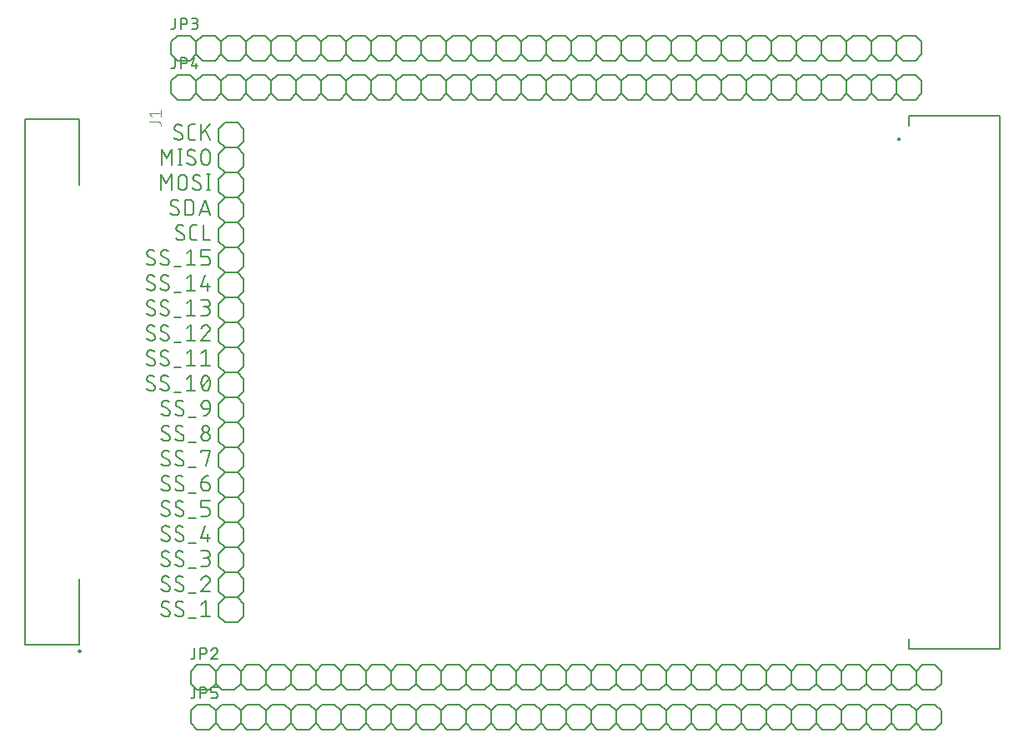
<source format=gbr>
G04 EAGLE Gerber RS-274X export*
G75*
%MOMM*%
%FSLAX34Y34*%
%LPD*%
%INSilkscreen Top*%
%IPPOS*%
%AMOC8*
5,1,8,0,0,1.08239X$1,22.5*%
G01*
%ADD10C,0.127000*%
%ADD11C,0.200000*%
%ADD12C,0.101600*%
%ADD13C,0.152400*%


D10*
X157092Y646635D02*
X157209Y646637D01*
X157325Y646643D01*
X157442Y646653D01*
X157558Y646666D01*
X157673Y646684D01*
X157788Y646705D01*
X157902Y646730D01*
X158016Y646759D01*
X158128Y646792D01*
X158239Y646828D01*
X158348Y646869D01*
X158457Y646912D01*
X158564Y646960D01*
X158669Y647011D01*
X158772Y647065D01*
X158874Y647123D01*
X158973Y647184D01*
X159071Y647249D01*
X159166Y647316D01*
X159259Y647387D01*
X159349Y647461D01*
X159437Y647538D01*
X159522Y647618D01*
X159605Y647701D01*
X159685Y647786D01*
X159762Y647874D01*
X159836Y647964D01*
X159907Y648057D01*
X159974Y648152D01*
X160039Y648250D01*
X160100Y648349D01*
X160158Y648451D01*
X160212Y648554D01*
X160263Y648659D01*
X160311Y648766D01*
X160354Y648875D01*
X160395Y648984D01*
X160431Y649095D01*
X160464Y649207D01*
X160493Y649321D01*
X160518Y649435D01*
X160539Y649550D01*
X160557Y649665D01*
X160570Y649781D01*
X160580Y649897D01*
X160586Y650014D01*
X160588Y650131D01*
X157092Y646635D02*
X156915Y646637D01*
X156739Y646643D01*
X156562Y646654D01*
X156386Y646669D01*
X156211Y646688D01*
X156036Y646711D01*
X155861Y646738D01*
X155687Y646770D01*
X155514Y646806D01*
X155342Y646845D01*
X155171Y646889D01*
X155001Y646937D01*
X154832Y646989D01*
X154665Y647045D01*
X154498Y647105D01*
X154334Y647170D01*
X154171Y647237D01*
X154009Y647309D01*
X153850Y647385D01*
X153692Y647464D01*
X153536Y647548D01*
X153382Y647635D01*
X153231Y647725D01*
X153081Y647819D01*
X152934Y647917D01*
X152789Y648018D01*
X152647Y648123D01*
X152507Y648231D01*
X152370Y648342D01*
X152235Y648457D01*
X152104Y648575D01*
X151975Y648696D01*
X151849Y648820D01*
X152285Y658869D02*
X152287Y658986D01*
X152293Y659103D01*
X152303Y659219D01*
X152316Y659335D01*
X152334Y659450D01*
X152355Y659565D01*
X152380Y659679D01*
X152409Y659793D01*
X152442Y659905D01*
X152478Y660016D01*
X152519Y660125D01*
X152562Y660234D01*
X152610Y660341D01*
X152661Y660446D01*
X152715Y660549D01*
X152773Y660651D01*
X152834Y660750D01*
X152899Y660848D01*
X152966Y660943D01*
X153037Y661036D01*
X153111Y661126D01*
X153188Y661214D01*
X153268Y661299D01*
X153351Y661382D01*
X153436Y661462D01*
X153524Y661539D01*
X153614Y661613D01*
X153707Y661684D01*
X153802Y661751D01*
X153900Y661816D01*
X153999Y661877D01*
X154101Y661935D01*
X154204Y661989D01*
X154309Y662040D01*
X154416Y662088D01*
X154525Y662131D01*
X154634Y662172D01*
X154745Y662208D01*
X154857Y662241D01*
X154971Y662270D01*
X155085Y662295D01*
X155200Y662316D01*
X155315Y662334D01*
X155431Y662347D01*
X155547Y662357D01*
X155664Y662363D01*
X155781Y662365D01*
X155937Y662363D01*
X156093Y662358D01*
X156249Y662348D01*
X156405Y662335D01*
X156560Y662319D01*
X156715Y662298D01*
X156869Y662274D01*
X157023Y662246D01*
X157176Y662215D01*
X157328Y662180D01*
X157480Y662141D01*
X157630Y662099D01*
X157779Y662053D01*
X157928Y662004D01*
X158074Y661951D01*
X158220Y661894D01*
X158364Y661834D01*
X158507Y661771D01*
X158648Y661704D01*
X158788Y661634D01*
X158926Y661561D01*
X159062Y661485D01*
X159196Y661405D01*
X159329Y661322D01*
X159459Y661236D01*
X159587Y661146D01*
X159713Y661054D01*
X154033Y655811D02*
X153934Y655871D01*
X153838Y655934D01*
X153744Y656000D01*
X153652Y656070D01*
X153562Y656142D01*
X153475Y656217D01*
X153390Y656295D01*
X153308Y656376D01*
X153229Y656459D01*
X153152Y656545D01*
X153078Y656633D01*
X153007Y656724D01*
X152939Y656816D01*
X152873Y656912D01*
X152811Y657009D01*
X152753Y657108D01*
X152697Y657209D01*
X152645Y657311D01*
X152596Y657416D01*
X152551Y657521D01*
X152509Y657629D01*
X152470Y657737D01*
X152435Y657847D01*
X152404Y657958D01*
X152376Y658070D01*
X152352Y658182D01*
X152332Y658296D01*
X152315Y658410D01*
X152302Y658524D01*
X152292Y658639D01*
X152287Y658754D01*
X152285Y658869D01*
X158839Y653189D02*
X158938Y653129D01*
X159034Y653066D01*
X159128Y653000D01*
X159220Y652930D01*
X159310Y652858D01*
X159397Y652783D01*
X159482Y652705D01*
X159564Y652624D01*
X159644Y652541D01*
X159720Y652455D01*
X159794Y652367D01*
X159865Y652276D01*
X159934Y652183D01*
X159999Y652088D01*
X160061Y651991D01*
X160119Y651892D01*
X160175Y651791D01*
X160227Y651689D01*
X160276Y651584D01*
X160321Y651479D01*
X160363Y651371D01*
X160402Y651263D01*
X160437Y651153D01*
X160468Y651042D01*
X160496Y650930D01*
X160520Y650818D01*
X160540Y650704D01*
X160557Y650590D01*
X160570Y650476D01*
X160580Y650361D01*
X160585Y650246D01*
X160587Y650131D01*
X158839Y653189D02*
X154033Y655811D01*
X169850Y646635D02*
X173346Y646635D01*
X169850Y646635D02*
X169733Y646637D01*
X169616Y646643D01*
X169500Y646653D01*
X169384Y646666D01*
X169269Y646684D01*
X169154Y646705D01*
X169040Y646730D01*
X168926Y646759D01*
X168814Y646792D01*
X168703Y646828D01*
X168594Y646869D01*
X168485Y646912D01*
X168378Y646960D01*
X168273Y647011D01*
X168170Y647065D01*
X168068Y647123D01*
X167969Y647184D01*
X167871Y647249D01*
X167776Y647316D01*
X167683Y647387D01*
X167593Y647461D01*
X167505Y647538D01*
X167420Y647618D01*
X167337Y647701D01*
X167257Y647786D01*
X167180Y647874D01*
X167106Y647964D01*
X167035Y648057D01*
X166968Y648152D01*
X166903Y648250D01*
X166842Y648349D01*
X166784Y648451D01*
X166730Y648554D01*
X166679Y648659D01*
X166631Y648766D01*
X166588Y648875D01*
X166547Y648984D01*
X166511Y649095D01*
X166478Y649207D01*
X166449Y649321D01*
X166424Y649435D01*
X166403Y649550D01*
X166385Y649665D01*
X166372Y649781D01*
X166362Y649897D01*
X166356Y650014D01*
X166354Y650131D01*
X166355Y650131D02*
X166355Y658869D01*
X166354Y658869D02*
X166356Y658986D01*
X166362Y659103D01*
X166372Y659219D01*
X166385Y659335D01*
X166403Y659450D01*
X166424Y659565D01*
X166449Y659679D01*
X166478Y659793D01*
X166511Y659905D01*
X166547Y660016D01*
X166588Y660125D01*
X166631Y660234D01*
X166679Y660341D01*
X166730Y660446D01*
X166784Y660549D01*
X166842Y660651D01*
X166903Y660750D01*
X166968Y660848D01*
X167035Y660943D01*
X167106Y661036D01*
X167180Y661126D01*
X167257Y661214D01*
X167337Y661299D01*
X167420Y661382D01*
X167505Y661462D01*
X167593Y661539D01*
X167683Y661613D01*
X167776Y661684D01*
X167871Y661751D01*
X167969Y661816D01*
X168068Y661877D01*
X168170Y661935D01*
X168273Y661989D01*
X168378Y662040D01*
X168485Y662088D01*
X168593Y662131D01*
X168703Y662172D01*
X168814Y662208D01*
X168926Y662241D01*
X169040Y662270D01*
X169154Y662295D01*
X169268Y662316D01*
X169384Y662334D01*
X169500Y662347D01*
X169616Y662357D01*
X169733Y662363D01*
X169850Y662365D01*
X173346Y662365D01*
X179626Y662365D02*
X179626Y646635D01*
X179626Y652752D02*
X188365Y662365D01*
X183122Y656248D02*
X188365Y646635D01*
X139134Y636865D02*
X139134Y621135D01*
X144377Y628126D02*
X139134Y636865D01*
X144377Y628126D02*
X149620Y636865D01*
X149620Y621135D01*
X157918Y621135D02*
X157918Y636865D01*
X156170Y621135D02*
X159665Y621135D01*
X159665Y636865D02*
X156170Y636865D01*
X170326Y621135D02*
X170443Y621137D01*
X170559Y621143D01*
X170676Y621153D01*
X170792Y621166D01*
X170907Y621184D01*
X171022Y621205D01*
X171136Y621230D01*
X171250Y621259D01*
X171362Y621292D01*
X171473Y621328D01*
X171582Y621369D01*
X171691Y621412D01*
X171798Y621460D01*
X171903Y621511D01*
X172006Y621565D01*
X172108Y621623D01*
X172207Y621684D01*
X172305Y621749D01*
X172400Y621816D01*
X172493Y621887D01*
X172583Y621961D01*
X172671Y622038D01*
X172756Y622118D01*
X172839Y622201D01*
X172919Y622286D01*
X172996Y622374D01*
X173070Y622464D01*
X173141Y622557D01*
X173208Y622652D01*
X173273Y622750D01*
X173334Y622849D01*
X173392Y622951D01*
X173446Y623054D01*
X173497Y623159D01*
X173545Y623266D01*
X173588Y623375D01*
X173629Y623484D01*
X173665Y623595D01*
X173698Y623707D01*
X173727Y623821D01*
X173752Y623935D01*
X173773Y624050D01*
X173791Y624165D01*
X173804Y624281D01*
X173814Y624397D01*
X173820Y624514D01*
X173822Y624631D01*
X170326Y621135D02*
X170149Y621137D01*
X169973Y621143D01*
X169796Y621154D01*
X169620Y621169D01*
X169445Y621188D01*
X169270Y621211D01*
X169095Y621238D01*
X168921Y621270D01*
X168748Y621306D01*
X168576Y621345D01*
X168405Y621389D01*
X168235Y621437D01*
X168066Y621489D01*
X167899Y621545D01*
X167732Y621605D01*
X167568Y621670D01*
X167405Y621737D01*
X167243Y621809D01*
X167084Y621885D01*
X166926Y621964D01*
X166770Y622048D01*
X166616Y622135D01*
X166465Y622225D01*
X166315Y622319D01*
X166168Y622417D01*
X166023Y622518D01*
X165881Y622623D01*
X165741Y622731D01*
X165604Y622842D01*
X165469Y622957D01*
X165338Y623075D01*
X165209Y623196D01*
X165083Y623320D01*
X165519Y633369D02*
X165521Y633486D01*
X165527Y633603D01*
X165537Y633719D01*
X165550Y633835D01*
X165568Y633950D01*
X165589Y634065D01*
X165614Y634179D01*
X165643Y634293D01*
X165676Y634405D01*
X165712Y634516D01*
X165753Y634625D01*
X165796Y634734D01*
X165844Y634841D01*
X165895Y634946D01*
X165949Y635049D01*
X166007Y635151D01*
X166068Y635250D01*
X166133Y635348D01*
X166200Y635443D01*
X166271Y635536D01*
X166345Y635626D01*
X166422Y635714D01*
X166502Y635799D01*
X166585Y635882D01*
X166670Y635962D01*
X166758Y636039D01*
X166848Y636113D01*
X166941Y636184D01*
X167036Y636251D01*
X167134Y636316D01*
X167233Y636377D01*
X167335Y636435D01*
X167438Y636489D01*
X167543Y636540D01*
X167650Y636588D01*
X167759Y636631D01*
X167868Y636672D01*
X167979Y636708D01*
X168091Y636741D01*
X168205Y636770D01*
X168319Y636795D01*
X168434Y636816D01*
X168549Y636834D01*
X168665Y636847D01*
X168781Y636857D01*
X168898Y636863D01*
X169015Y636865D01*
X169171Y636863D01*
X169327Y636858D01*
X169483Y636848D01*
X169639Y636835D01*
X169794Y636819D01*
X169949Y636798D01*
X170103Y636774D01*
X170257Y636746D01*
X170410Y636715D01*
X170562Y636680D01*
X170714Y636641D01*
X170864Y636599D01*
X171013Y636553D01*
X171162Y636504D01*
X171308Y636451D01*
X171454Y636394D01*
X171598Y636334D01*
X171741Y636271D01*
X171882Y636204D01*
X172022Y636134D01*
X172160Y636061D01*
X172296Y635985D01*
X172430Y635905D01*
X172563Y635822D01*
X172693Y635736D01*
X172821Y635646D01*
X172947Y635554D01*
X167268Y630311D02*
X167169Y630371D01*
X167073Y630434D01*
X166979Y630500D01*
X166887Y630570D01*
X166797Y630642D01*
X166710Y630717D01*
X166625Y630795D01*
X166543Y630876D01*
X166464Y630959D01*
X166387Y631045D01*
X166313Y631133D01*
X166242Y631224D01*
X166174Y631316D01*
X166108Y631412D01*
X166046Y631509D01*
X165988Y631608D01*
X165932Y631709D01*
X165880Y631811D01*
X165831Y631916D01*
X165786Y632021D01*
X165744Y632129D01*
X165705Y632237D01*
X165670Y632347D01*
X165639Y632458D01*
X165611Y632570D01*
X165587Y632682D01*
X165567Y632796D01*
X165550Y632910D01*
X165537Y633024D01*
X165527Y633139D01*
X165522Y633254D01*
X165520Y633369D01*
X172073Y627689D02*
X172172Y627629D01*
X172268Y627566D01*
X172362Y627500D01*
X172454Y627430D01*
X172544Y627358D01*
X172631Y627283D01*
X172716Y627205D01*
X172798Y627124D01*
X172878Y627041D01*
X172954Y626955D01*
X173028Y626867D01*
X173099Y626776D01*
X173168Y626683D01*
X173233Y626588D01*
X173295Y626491D01*
X173353Y626392D01*
X173409Y626291D01*
X173461Y626189D01*
X173510Y626084D01*
X173555Y625979D01*
X173597Y625871D01*
X173636Y625763D01*
X173671Y625653D01*
X173702Y625542D01*
X173730Y625430D01*
X173754Y625318D01*
X173774Y625204D01*
X173791Y625090D01*
X173804Y624976D01*
X173814Y624861D01*
X173819Y624746D01*
X173821Y624631D01*
X172074Y627689D02*
X167267Y630311D01*
X179626Y632496D02*
X179626Y625504D01*
X179627Y632496D02*
X179629Y632627D01*
X179635Y632757D01*
X179645Y632888D01*
X179658Y633018D01*
X179676Y633147D01*
X179697Y633276D01*
X179722Y633404D01*
X179752Y633532D01*
X179784Y633658D01*
X179821Y633784D01*
X179861Y633908D01*
X179906Y634031D01*
X179953Y634153D01*
X180005Y634273D01*
X180060Y634392D01*
X180118Y634509D01*
X180180Y634624D01*
X180245Y634737D01*
X180314Y634848D01*
X180386Y634957D01*
X180461Y635064D01*
X180540Y635169D01*
X180621Y635271D01*
X180706Y635371D01*
X180793Y635468D01*
X180884Y635562D01*
X180977Y635654D01*
X181073Y635743D01*
X181171Y635829D01*
X181272Y635912D01*
X181375Y635992D01*
X181481Y636069D01*
X181589Y636142D01*
X181699Y636213D01*
X181812Y636280D01*
X181926Y636343D01*
X182042Y636404D01*
X182159Y636460D01*
X182279Y636513D01*
X182400Y636563D01*
X182522Y636609D01*
X182646Y636651D01*
X182771Y636690D01*
X182897Y636724D01*
X183024Y636755D01*
X183152Y636783D01*
X183280Y636806D01*
X183410Y636825D01*
X183539Y636841D01*
X183670Y636853D01*
X183800Y636861D01*
X183931Y636865D01*
X184061Y636865D01*
X184192Y636861D01*
X184322Y636853D01*
X184453Y636841D01*
X184582Y636825D01*
X184712Y636806D01*
X184840Y636783D01*
X184968Y636755D01*
X185095Y636724D01*
X185221Y636690D01*
X185346Y636651D01*
X185470Y636609D01*
X185592Y636563D01*
X185713Y636513D01*
X185833Y636460D01*
X185950Y636404D01*
X186066Y636343D01*
X186181Y636280D01*
X186293Y636213D01*
X186403Y636142D01*
X186511Y636069D01*
X186617Y635992D01*
X186720Y635912D01*
X186821Y635829D01*
X186919Y635743D01*
X187015Y635654D01*
X187108Y635562D01*
X187199Y635468D01*
X187286Y635371D01*
X187371Y635271D01*
X187452Y635169D01*
X187531Y635064D01*
X187606Y634957D01*
X187678Y634848D01*
X187747Y634737D01*
X187812Y634624D01*
X187874Y634509D01*
X187932Y634392D01*
X187987Y634273D01*
X188039Y634153D01*
X188086Y634031D01*
X188131Y633908D01*
X188171Y633784D01*
X188208Y633658D01*
X188240Y633532D01*
X188270Y633404D01*
X188295Y633276D01*
X188316Y633147D01*
X188334Y633018D01*
X188347Y632888D01*
X188357Y632757D01*
X188363Y632627D01*
X188365Y632496D01*
X188365Y625504D01*
X188363Y625373D01*
X188357Y625243D01*
X188347Y625112D01*
X188334Y624982D01*
X188316Y624853D01*
X188295Y624724D01*
X188270Y624596D01*
X188240Y624468D01*
X188208Y624342D01*
X188171Y624216D01*
X188131Y624092D01*
X188086Y623969D01*
X188039Y623847D01*
X187987Y623727D01*
X187932Y623608D01*
X187874Y623491D01*
X187812Y623376D01*
X187747Y623263D01*
X187678Y623152D01*
X187606Y623043D01*
X187531Y622936D01*
X187452Y622831D01*
X187371Y622729D01*
X187286Y622629D01*
X187199Y622532D01*
X187108Y622438D01*
X187015Y622346D01*
X186919Y622257D01*
X186821Y622171D01*
X186720Y622088D01*
X186617Y622008D01*
X186511Y621931D01*
X186403Y621858D01*
X186293Y621787D01*
X186181Y621720D01*
X186066Y621657D01*
X185950Y621596D01*
X185833Y621540D01*
X185713Y621487D01*
X185592Y621437D01*
X185470Y621391D01*
X185346Y621349D01*
X185221Y621310D01*
X185095Y621276D01*
X184968Y621245D01*
X184840Y621217D01*
X184712Y621194D01*
X184582Y621175D01*
X184453Y621159D01*
X184322Y621147D01*
X184192Y621139D01*
X184061Y621135D01*
X183931Y621135D01*
X183800Y621139D01*
X183670Y621147D01*
X183539Y621159D01*
X183410Y621175D01*
X183280Y621194D01*
X183152Y621217D01*
X183024Y621245D01*
X182897Y621276D01*
X182771Y621310D01*
X182646Y621349D01*
X182522Y621391D01*
X182400Y621437D01*
X182279Y621487D01*
X182159Y621540D01*
X182042Y621596D01*
X181926Y621657D01*
X181812Y621720D01*
X181699Y621787D01*
X181589Y621858D01*
X181481Y621931D01*
X181375Y622008D01*
X181272Y622088D01*
X181171Y622171D01*
X181073Y622257D01*
X180977Y622346D01*
X180884Y622438D01*
X180793Y622532D01*
X180706Y622629D01*
X180621Y622729D01*
X180540Y622831D01*
X180461Y622936D01*
X180386Y623043D01*
X180314Y623152D01*
X180245Y623263D01*
X180180Y623376D01*
X180118Y623491D01*
X180060Y623608D01*
X180005Y623727D01*
X179953Y623847D01*
X179906Y623969D01*
X179861Y624092D01*
X179821Y624216D01*
X179784Y624342D01*
X179752Y624468D01*
X179722Y624596D01*
X179697Y624724D01*
X179676Y624853D01*
X179658Y624982D01*
X179645Y625112D01*
X179635Y625243D01*
X179629Y625373D01*
X179627Y625504D01*
X138746Y611365D02*
X138746Y595635D01*
X143990Y602626D02*
X138746Y611365D01*
X143990Y602626D02*
X149233Y611365D01*
X149233Y595635D01*
X156170Y600004D02*
X156170Y606996D01*
X156172Y607127D01*
X156178Y607257D01*
X156188Y607388D01*
X156201Y607518D01*
X156219Y607647D01*
X156240Y607776D01*
X156265Y607904D01*
X156295Y608032D01*
X156327Y608158D01*
X156364Y608284D01*
X156404Y608408D01*
X156449Y608531D01*
X156496Y608653D01*
X156548Y608773D01*
X156603Y608892D01*
X156661Y609009D01*
X156723Y609124D01*
X156788Y609237D01*
X156857Y609348D01*
X156929Y609457D01*
X157004Y609564D01*
X157083Y609669D01*
X157164Y609771D01*
X157249Y609871D01*
X157336Y609968D01*
X157427Y610062D01*
X157520Y610154D01*
X157616Y610243D01*
X157714Y610329D01*
X157815Y610412D01*
X157918Y610492D01*
X158024Y610569D01*
X158132Y610642D01*
X158242Y610713D01*
X158355Y610780D01*
X158469Y610843D01*
X158585Y610904D01*
X158702Y610960D01*
X158822Y611013D01*
X158943Y611063D01*
X159065Y611109D01*
X159189Y611151D01*
X159314Y611190D01*
X159440Y611224D01*
X159567Y611255D01*
X159695Y611283D01*
X159823Y611306D01*
X159953Y611325D01*
X160082Y611341D01*
X160213Y611353D01*
X160343Y611361D01*
X160474Y611365D01*
X160604Y611365D01*
X160735Y611361D01*
X160865Y611353D01*
X160996Y611341D01*
X161125Y611325D01*
X161255Y611306D01*
X161383Y611283D01*
X161511Y611255D01*
X161638Y611224D01*
X161764Y611190D01*
X161889Y611151D01*
X162013Y611109D01*
X162135Y611063D01*
X162256Y611013D01*
X162376Y610960D01*
X162493Y610904D01*
X162609Y610843D01*
X162724Y610780D01*
X162836Y610713D01*
X162946Y610642D01*
X163054Y610569D01*
X163160Y610492D01*
X163263Y610412D01*
X163364Y610329D01*
X163462Y610243D01*
X163558Y610154D01*
X163651Y610062D01*
X163742Y609968D01*
X163829Y609871D01*
X163914Y609771D01*
X163995Y609669D01*
X164074Y609564D01*
X164149Y609457D01*
X164221Y609348D01*
X164290Y609237D01*
X164355Y609124D01*
X164417Y609009D01*
X164475Y608892D01*
X164530Y608773D01*
X164582Y608653D01*
X164629Y608531D01*
X164674Y608408D01*
X164714Y608284D01*
X164751Y608158D01*
X164783Y608032D01*
X164813Y607904D01*
X164838Y607776D01*
X164859Y607647D01*
X164877Y607518D01*
X164890Y607388D01*
X164900Y607257D01*
X164906Y607127D01*
X164908Y606996D01*
X164909Y606996D02*
X164909Y600004D01*
X164908Y600004D02*
X164906Y599873D01*
X164900Y599743D01*
X164890Y599612D01*
X164877Y599482D01*
X164859Y599353D01*
X164838Y599224D01*
X164813Y599096D01*
X164783Y598968D01*
X164751Y598842D01*
X164714Y598716D01*
X164674Y598592D01*
X164629Y598469D01*
X164582Y598347D01*
X164530Y598227D01*
X164475Y598108D01*
X164417Y597991D01*
X164355Y597876D01*
X164290Y597763D01*
X164221Y597652D01*
X164149Y597543D01*
X164074Y597436D01*
X163995Y597331D01*
X163914Y597229D01*
X163829Y597129D01*
X163742Y597032D01*
X163651Y596938D01*
X163558Y596846D01*
X163462Y596757D01*
X163364Y596671D01*
X163263Y596588D01*
X163160Y596508D01*
X163054Y596431D01*
X162946Y596358D01*
X162836Y596287D01*
X162724Y596220D01*
X162609Y596157D01*
X162493Y596096D01*
X162376Y596040D01*
X162256Y595987D01*
X162135Y595937D01*
X162013Y595891D01*
X161889Y595849D01*
X161764Y595810D01*
X161638Y595776D01*
X161511Y595745D01*
X161383Y595717D01*
X161255Y595694D01*
X161125Y595675D01*
X160996Y595659D01*
X160865Y595647D01*
X160735Y595639D01*
X160604Y595635D01*
X160474Y595635D01*
X160343Y595639D01*
X160213Y595647D01*
X160082Y595659D01*
X159953Y595675D01*
X159823Y595694D01*
X159695Y595717D01*
X159567Y595745D01*
X159440Y595776D01*
X159314Y595810D01*
X159189Y595849D01*
X159065Y595891D01*
X158943Y595937D01*
X158822Y595987D01*
X158702Y596040D01*
X158585Y596096D01*
X158469Y596157D01*
X158355Y596220D01*
X158242Y596287D01*
X158132Y596358D01*
X158024Y596431D01*
X157918Y596508D01*
X157815Y596588D01*
X157714Y596671D01*
X157616Y596757D01*
X157520Y596846D01*
X157427Y596938D01*
X157336Y597032D01*
X157249Y597129D01*
X157164Y597229D01*
X157083Y597331D01*
X157004Y597436D01*
X156929Y597543D01*
X156857Y597652D01*
X156788Y597763D01*
X156723Y597876D01*
X156661Y597991D01*
X156603Y598108D01*
X156548Y598227D01*
X156496Y598347D01*
X156449Y598469D01*
X156404Y598592D01*
X156364Y598716D01*
X156327Y598842D01*
X156295Y598968D01*
X156265Y599096D01*
X156240Y599224D01*
X156219Y599353D01*
X156201Y599482D01*
X156188Y599612D01*
X156178Y599743D01*
X156172Y599873D01*
X156170Y600004D01*
X175957Y595635D02*
X176074Y595637D01*
X176190Y595643D01*
X176307Y595653D01*
X176423Y595666D01*
X176538Y595684D01*
X176653Y595705D01*
X176767Y595730D01*
X176881Y595759D01*
X176993Y595792D01*
X177104Y595828D01*
X177213Y595869D01*
X177322Y595912D01*
X177429Y595960D01*
X177534Y596011D01*
X177637Y596065D01*
X177739Y596123D01*
X177838Y596184D01*
X177936Y596249D01*
X178031Y596316D01*
X178124Y596387D01*
X178214Y596461D01*
X178302Y596538D01*
X178387Y596618D01*
X178470Y596701D01*
X178550Y596786D01*
X178627Y596874D01*
X178701Y596964D01*
X178772Y597057D01*
X178839Y597152D01*
X178904Y597250D01*
X178965Y597349D01*
X179023Y597451D01*
X179077Y597554D01*
X179128Y597659D01*
X179176Y597766D01*
X179219Y597875D01*
X179260Y597984D01*
X179296Y598095D01*
X179329Y598207D01*
X179358Y598321D01*
X179383Y598435D01*
X179404Y598550D01*
X179422Y598665D01*
X179435Y598781D01*
X179445Y598897D01*
X179451Y599014D01*
X179453Y599131D01*
X175957Y595635D02*
X175780Y595637D01*
X175604Y595643D01*
X175427Y595654D01*
X175251Y595669D01*
X175076Y595688D01*
X174901Y595711D01*
X174726Y595738D01*
X174552Y595770D01*
X174379Y595806D01*
X174207Y595845D01*
X174036Y595889D01*
X173866Y595937D01*
X173697Y595989D01*
X173530Y596045D01*
X173363Y596105D01*
X173199Y596170D01*
X173036Y596237D01*
X172874Y596309D01*
X172715Y596385D01*
X172557Y596464D01*
X172401Y596548D01*
X172247Y596635D01*
X172096Y596725D01*
X171946Y596819D01*
X171799Y596917D01*
X171654Y597018D01*
X171512Y597123D01*
X171372Y597231D01*
X171235Y597342D01*
X171100Y597457D01*
X170969Y597575D01*
X170840Y597696D01*
X170714Y597820D01*
X171150Y607869D02*
X171152Y607986D01*
X171158Y608103D01*
X171168Y608219D01*
X171181Y608335D01*
X171199Y608450D01*
X171220Y608565D01*
X171245Y608679D01*
X171274Y608793D01*
X171307Y608905D01*
X171343Y609016D01*
X171384Y609125D01*
X171427Y609234D01*
X171475Y609341D01*
X171526Y609446D01*
X171580Y609549D01*
X171638Y609651D01*
X171699Y609750D01*
X171764Y609848D01*
X171831Y609943D01*
X171902Y610036D01*
X171976Y610126D01*
X172053Y610214D01*
X172133Y610299D01*
X172216Y610382D01*
X172301Y610462D01*
X172389Y610539D01*
X172479Y610613D01*
X172572Y610684D01*
X172667Y610751D01*
X172765Y610816D01*
X172864Y610877D01*
X172966Y610935D01*
X173069Y610989D01*
X173174Y611040D01*
X173281Y611088D01*
X173390Y611131D01*
X173499Y611172D01*
X173610Y611208D01*
X173722Y611241D01*
X173836Y611270D01*
X173950Y611295D01*
X174065Y611316D01*
X174180Y611334D01*
X174296Y611347D01*
X174412Y611357D01*
X174529Y611363D01*
X174646Y611365D01*
X174802Y611363D01*
X174958Y611358D01*
X175114Y611348D01*
X175270Y611335D01*
X175425Y611319D01*
X175580Y611298D01*
X175734Y611274D01*
X175888Y611246D01*
X176041Y611215D01*
X176193Y611180D01*
X176345Y611141D01*
X176495Y611099D01*
X176644Y611053D01*
X176793Y611004D01*
X176939Y610951D01*
X177085Y610894D01*
X177229Y610834D01*
X177372Y610771D01*
X177513Y610704D01*
X177653Y610634D01*
X177791Y610561D01*
X177927Y610485D01*
X178061Y610405D01*
X178194Y610322D01*
X178324Y610236D01*
X178452Y610146D01*
X178578Y610054D01*
X172898Y604811D02*
X172799Y604871D01*
X172703Y604934D01*
X172609Y605000D01*
X172517Y605070D01*
X172427Y605142D01*
X172340Y605217D01*
X172255Y605295D01*
X172173Y605376D01*
X172094Y605459D01*
X172017Y605545D01*
X171943Y605633D01*
X171872Y605724D01*
X171804Y605816D01*
X171738Y605912D01*
X171676Y606009D01*
X171618Y606108D01*
X171562Y606209D01*
X171510Y606311D01*
X171461Y606416D01*
X171416Y606521D01*
X171374Y606629D01*
X171335Y606737D01*
X171300Y606847D01*
X171269Y606958D01*
X171241Y607070D01*
X171217Y607182D01*
X171197Y607296D01*
X171180Y607410D01*
X171167Y607524D01*
X171157Y607639D01*
X171152Y607754D01*
X171150Y607869D01*
X177704Y602189D02*
X177803Y602129D01*
X177899Y602066D01*
X177993Y602000D01*
X178085Y601930D01*
X178175Y601858D01*
X178262Y601783D01*
X178347Y601705D01*
X178429Y601624D01*
X178509Y601541D01*
X178585Y601455D01*
X178659Y601367D01*
X178730Y601276D01*
X178799Y601183D01*
X178864Y601088D01*
X178926Y600991D01*
X178984Y600892D01*
X179040Y600791D01*
X179092Y600689D01*
X179141Y600584D01*
X179186Y600479D01*
X179228Y600371D01*
X179267Y600263D01*
X179302Y600153D01*
X179333Y600042D01*
X179361Y599930D01*
X179385Y599818D01*
X179405Y599704D01*
X179422Y599590D01*
X179435Y599476D01*
X179445Y599361D01*
X179450Y599246D01*
X179452Y599131D01*
X177704Y602189D02*
X172898Y604811D01*
X186617Y611365D02*
X186617Y595635D01*
X184869Y595635D02*
X188365Y595635D01*
X188365Y611365D02*
X184869Y611365D01*
X156900Y573631D02*
X156898Y573514D01*
X156892Y573397D01*
X156882Y573281D01*
X156869Y573165D01*
X156851Y573050D01*
X156830Y572935D01*
X156805Y572821D01*
X156776Y572707D01*
X156743Y572595D01*
X156707Y572484D01*
X156666Y572375D01*
X156623Y572266D01*
X156575Y572159D01*
X156524Y572054D01*
X156470Y571951D01*
X156412Y571849D01*
X156351Y571750D01*
X156286Y571652D01*
X156219Y571557D01*
X156148Y571464D01*
X156074Y571374D01*
X155997Y571286D01*
X155917Y571201D01*
X155834Y571118D01*
X155749Y571038D01*
X155661Y570961D01*
X155571Y570887D01*
X155478Y570816D01*
X155383Y570749D01*
X155285Y570684D01*
X155186Y570623D01*
X155084Y570565D01*
X154981Y570511D01*
X154876Y570460D01*
X154769Y570412D01*
X154660Y570369D01*
X154551Y570328D01*
X154440Y570292D01*
X154328Y570259D01*
X154214Y570230D01*
X154100Y570205D01*
X153985Y570184D01*
X153870Y570166D01*
X153754Y570153D01*
X153637Y570143D01*
X153521Y570137D01*
X153404Y570135D01*
X153227Y570137D01*
X153051Y570143D01*
X152874Y570154D01*
X152698Y570169D01*
X152523Y570188D01*
X152348Y570211D01*
X152173Y570238D01*
X151999Y570270D01*
X151826Y570306D01*
X151654Y570345D01*
X151483Y570389D01*
X151313Y570437D01*
X151144Y570489D01*
X150977Y570545D01*
X150810Y570605D01*
X150646Y570670D01*
X150483Y570737D01*
X150321Y570809D01*
X150162Y570885D01*
X150004Y570964D01*
X149848Y571048D01*
X149694Y571135D01*
X149543Y571225D01*
X149393Y571319D01*
X149246Y571417D01*
X149101Y571518D01*
X148959Y571623D01*
X148819Y571731D01*
X148682Y571842D01*
X148547Y571957D01*
X148416Y572075D01*
X148287Y572196D01*
X148161Y572320D01*
X148597Y582369D02*
X148599Y582486D01*
X148605Y582603D01*
X148615Y582719D01*
X148628Y582835D01*
X148646Y582950D01*
X148667Y583065D01*
X148692Y583179D01*
X148721Y583293D01*
X148754Y583405D01*
X148790Y583516D01*
X148831Y583625D01*
X148874Y583734D01*
X148922Y583841D01*
X148973Y583946D01*
X149027Y584049D01*
X149085Y584151D01*
X149146Y584250D01*
X149211Y584348D01*
X149278Y584443D01*
X149349Y584536D01*
X149423Y584626D01*
X149500Y584714D01*
X149580Y584799D01*
X149663Y584882D01*
X149748Y584962D01*
X149836Y585039D01*
X149926Y585113D01*
X150019Y585184D01*
X150114Y585251D01*
X150212Y585316D01*
X150311Y585377D01*
X150413Y585435D01*
X150516Y585489D01*
X150621Y585540D01*
X150728Y585588D01*
X150837Y585631D01*
X150946Y585672D01*
X151057Y585708D01*
X151169Y585741D01*
X151283Y585770D01*
X151397Y585795D01*
X151512Y585816D01*
X151627Y585834D01*
X151743Y585847D01*
X151859Y585857D01*
X151976Y585863D01*
X152093Y585865D01*
X152249Y585863D01*
X152405Y585858D01*
X152561Y585848D01*
X152717Y585835D01*
X152872Y585819D01*
X153027Y585798D01*
X153181Y585774D01*
X153335Y585746D01*
X153488Y585715D01*
X153640Y585680D01*
X153792Y585641D01*
X153942Y585599D01*
X154091Y585553D01*
X154240Y585504D01*
X154386Y585451D01*
X154532Y585394D01*
X154676Y585334D01*
X154819Y585271D01*
X154960Y585204D01*
X155100Y585134D01*
X155238Y585061D01*
X155374Y584985D01*
X155508Y584905D01*
X155641Y584822D01*
X155771Y584736D01*
X155899Y584646D01*
X156025Y584554D01*
X150346Y579311D02*
X150247Y579371D01*
X150151Y579434D01*
X150057Y579500D01*
X149965Y579570D01*
X149875Y579642D01*
X149788Y579717D01*
X149703Y579795D01*
X149621Y579876D01*
X149542Y579959D01*
X149465Y580045D01*
X149391Y580133D01*
X149320Y580224D01*
X149252Y580316D01*
X149186Y580412D01*
X149124Y580509D01*
X149066Y580608D01*
X149010Y580709D01*
X148958Y580811D01*
X148909Y580916D01*
X148864Y581021D01*
X148822Y581129D01*
X148783Y581237D01*
X148748Y581347D01*
X148717Y581458D01*
X148689Y581570D01*
X148665Y581682D01*
X148645Y581796D01*
X148628Y581910D01*
X148615Y582024D01*
X148605Y582139D01*
X148600Y582254D01*
X148598Y582369D01*
X155151Y576689D02*
X155250Y576629D01*
X155346Y576566D01*
X155440Y576500D01*
X155532Y576430D01*
X155622Y576358D01*
X155709Y576283D01*
X155794Y576205D01*
X155876Y576124D01*
X155956Y576041D01*
X156032Y575955D01*
X156106Y575867D01*
X156177Y575776D01*
X156246Y575683D01*
X156311Y575588D01*
X156373Y575491D01*
X156431Y575392D01*
X156487Y575291D01*
X156539Y575189D01*
X156588Y575084D01*
X156633Y574979D01*
X156675Y574871D01*
X156714Y574763D01*
X156749Y574653D01*
X156780Y574542D01*
X156808Y574430D01*
X156832Y574318D01*
X156852Y574204D01*
X156869Y574090D01*
X156882Y573976D01*
X156892Y573861D01*
X156897Y573746D01*
X156899Y573631D01*
X155152Y576689D02*
X150345Y579311D01*
X163206Y585865D02*
X163206Y570135D01*
X163206Y585865D02*
X167575Y585865D01*
X167704Y585863D01*
X167834Y585857D01*
X167963Y585848D01*
X168092Y585834D01*
X168220Y585817D01*
X168348Y585796D01*
X168475Y585771D01*
X168601Y585743D01*
X168727Y585710D01*
X168851Y585675D01*
X168974Y585635D01*
X169096Y585592D01*
X169217Y585545D01*
X169336Y585494D01*
X169454Y585440D01*
X169570Y585383D01*
X169684Y585322D01*
X169797Y585258D01*
X169907Y585190D01*
X170016Y585120D01*
X170122Y585046D01*
X170226Y584969D01*
X170328Y584889D01*
X170427Y584806D01*
X170524Y584720D01*
X170618Y584631D01*
X170710Y584539D01*
X170799Y584445D01*
X170885Y584348D01*
X170968Y584249D01*
X171048Y584147D01*
X171125Y584043D01*
X171199Y583937D01*
X171269Y583828D01*
X171337Y583718D01*
X171401Y583605D01*
X171462Y583491D01*
X171519Y583375D01*
X171573Y583257D01*
X171624Y583138D01*
X171671Y583017D01*
X171714Y582895D01*
X171754Y582772D01*
X171789Y582648D01*
X171822Y582522D01*
X171850Y582396D01*
X171875Y582269D01*
X171896Y582141D01*
X171913Y582013D01*
X171927Y581884D01*
X171936Y581755D01*
X171942Y581625D01*
X171944Y581496D01*
X171945Y581496D02*
X171945Y574504D01*
X171944Y574504D02*
X171942Y574375D01*
X171936Y574245D01*
X171927Y574116D01*
X171913Y573987D01*
X171896Y573859D01*
X171875Y573731D01*
X171850Y573604D01*
X171822Y573478D01*
X171789Y573352D01*
X171754Y573228D01*
X171714Y573105D01*
X171671Y572983D01*
X171624Y572862D01*
X171573Y572743D01*
X171519Y572625D01*
X171462Y572509D01*
X171401Y572395D01*
X171337Y572282D01*
X171269Y572172D01*
X171199Y572063D01*
X171125Y571957D01*
X171048Y571853D01*
X170968Y571751D01*
X170885Y571652D01*
X170799Y571555D01*
X170710Y571461D01*
X170618Y571369D01*
X170524Y571280D01*
X170427Y571194D01*
X170328Y571111D01*
X170226Y571031D01*
X170122Y570954D01*
X170016Y570880D01*
X169907Y570810D01*
X169797Y570742D01*
X169684Y570678D01*
X169570Y570617D01*
X169454Y570560D01*
X169336Y570506D01*
X169217Y570455D01*
X169096Y570408D01*
X168974Y570365D01*
X168851Y570325D01*
X168727Y570290D01*
X168601Y570257D01*
X168475Y570229D01*
X168348Y570204D01*
X168220Y570183D01*
X168092Y570166D01*
X167963Y570152D01*
X167834Y570143D01*
X167704Y570137D01*
X167575Y570135D01*
X163206Y570135D01*
X177878Y570135D02*
X183122Y585865D01*
X188365Y570135D01*
X187054Y574068D02*
X179189Y574068D01*
X162504Y548131D02*
X162502Y548014D01*
X162496Y547897D01*
X162486Y547781D01*
X162473Y547665D01*
X162455Y547550D01*
X162434Y547435D01*
X162409Y547321D01*
X162380Y547207D01*
X162347Y547095D01*
X162311Y546984D01*
X162270Y546875D01*
X162227Y546766D01*
X162179Y546659D01*
X162128Y546554D01*
X162074Y546451D01*
X162016Y546349D01*
X161955Y546250D01*
X161890Y546152D01*
X161823Y546057D01*
X161752Y545964D01*
X161678Y545874D01*
X161601Y545786D01*
X161521Y545701D01*
X161438Y545618D01*
X161353Y545538D01*
X161265Y545461D01*
X161175Y545387D01*
X161082Y545316D01*
X160987Y545249D01*
X160889Y545184D01*
X160790Y545123D01*
X160688Y545065D01*
X160585Y545011D01*
X160480Y544960D01*
X160373Y544912D01*
X160264Y544869D01*
X160155Y544828D01*
X160044Y544792D01*
X159932Y544759D01*
X159818Y544730D01*
X159704Y544705D01*
X159589Y544684D01*
X159474Y544666D01*
X159358Y544653D01*
X159241Y544643D01*
X159125Y544637D01*
X159008Y544635D01*
X158831Y544637D01*
X158655Y544643D01*
X158478Y544654D01*
X158302Y544669D01*
X158127Y544688D01*
X157952Y544711D01*
X157777Y544738D01*
X157603Y544770D01*
X157430Y544806D01*
X157258Y544845D01*
X157087Y544889D01*
X156917Y544937D01*
X156748Y544989D01*
X156581Y545045D01*
X156414Y545105D01*
X156250Y545170D01*
X156087Y545237D01*
X155925Y545309D01*
X155766Y545385D01*
X155608Y545464D01*
X155452Y545548D01*
X155298Y545635D01*
X155147Y545725D01*
X154997Y545819D01*
X154850Y545917D01*
X154705Y546018D01*
X154563Y546123D01*
X154423Y546231D01*
X154286Y546342D01*
X154151Y546457D01*
X154020Y546575D01*
X153891Y546696D01*
X153765Y546820D01*
X154201Y556869D02*
X154203Y556986D01*
X154209Y557103D01*
X154219Y557219D01*
X154232Y557335D01*
X154250Y557450D01*
X154271Y557565D01*
X154296Y557679D01*
X154325Y557793D01*
X154358Y557905D01*
X154394Y558016D01*
X154435Y558125D01*
X154478Y558234D01*
X154526Y558341D01*
X154577Y558446D01*
X154631Y558549D01*
X154689Y558651D01*
X154750Y558750D01*
X154815Y558848D01*
X154882Y558943D01*
X154953Y559036D01*
X155027Y559126D01*
X155104Y559214D01*
X155184Y559299D01*
X155267Y559382D01*
X155352Y559462D01*
X155440Y559539D01*
X155530Y559613D01*
X155623Y559684D01*
X155718Y559751D01*
X155816Y559816D01*
X155915Y559877D01*
X156017Y559935D01*
X156120Y559989D01*
X156225Y560040D01*
X156332Y560088D01*
X156441Y560131D01*
X156550Y560172D01*
X156661Y560208D01*
X156773Y560241D01*
X156887Y560270D01*
X157001Y560295D01*
X157116Y560316D01*
X157231Y560334D01*
X157347Y560347D01*
X157463Y560357D01*
X157580Y560363D01*
X157697Y560365D01*
X157853Y560363D01*
X158009Y560358D01*
X158165Y560348D01*
X158321Y560335D01*
X158476Y560319D01*
X158631Y560298D01*
X158785Y560274D01*
X158939Y560246D01*
X159092Y560215D01*
X159244Y560180D01*
X159396Y560141D01*
X159546Y560099D01*
X159695Y560053D01*
X159844Y560004D01*
X159990Y559951D01*
X160136Y559894D01*
X160280Y559834D01*
X160423Y559771D01*
X160564Y559704D01*
X160704Y559634D01*
X160842Y559561D01*
X160978Y559485D01*
X161112Y559405D01*
X161245Y559322D01*
X161375Y559236D01*
X161503Y559146D01*
X161629Y559054D01*
X155949Y553811D02*
X155850Y553871D01*
X155754Y553934D01*
X155660Y554000D01*
X155568Y554070D01*
X155478Y554142D01*
X155391Y554217D01*
X155306Y554295D01*
X155224Y554376D01*
X155145Y554459D01*
X155068Y554545D01*
X154994Y554633D01*
X154923Y554724D01*
X154855Y554816D01*
X154789Y554912D01*
X154727Y555009D01*
X154669Y555108D01*
X154613Y555209D01*
X154561Y555311D01*
X154512Y555416D01*
X154467Y555521D01*
X154425Y555629D01*
X154386Y555737D01*
X154351Y555847D01*
X154320Y555958D01*
X154292Y556070D01*
X154268Y556182D01*
X154248Y556296D01*
X154231Y556410D01*
X154218Y556524D01*
X154208Y556639D01*
X154203Y556754D01*
X154201Y556869D01*
X160755Y551189D02*
X160854Y551129D01*
X160950Y551066D01*
X161044Y551000D01*
X161136Y550930D01*
X161226Y550858D01*
X161313Y550783D01*
X161398Y550705D01*
X161480Y550624D01*
X161560Y550541D01*
X161636Y550455D01*
X161710Y550367D01*
X161781Y550276D01*
X161850Y550183D01*
X161915Y550088D01*
X161977Y549991D01*
X162035Y549892D01*
X162091Y549791D01*
X162143Y549689D01*
X162192Y549584D01*
X162237Y549479D01*
X162279Y549371D01*
X162318Y549263D01*
X162353Y549153D01*
X162384Y549042D01*
X162412Y548930D01*
X162436Y548818D01*
X162456Y548704D01*
X162473Y548590D01*
X162486Y548476D01*
X162496Y548361D01*
X162501Y548246D01*
X162503Y548131D01*
X160755Y551189D02*
X155949Y553811D01*
X171766Y544635D02*
X175262Y544635D01*
X171766Y544635D02*
X171649Y544637D01*
X171532Y544643D01*
X171416Y544653D01*
X171300Y544666D01*
X171185Y544684D01*
X171070Y544705D01*
X170956Y544730D01*
X170842Y544759D01*
X170730Y544792D01*
X170619Y544828D01*
X170510Y544869D01*
X170401Y544912D01*
X170294Y544960D01*
X170189Y545011D01*
X170086Y545065D01*
X169984Y545123D01*
X169885Y545184D01*
X169787Y545249D01*
X169692Y545316D01*
X169599Y545387D01*
X169509Y545461D01*
X169421Y545538D01*
X169336Y545618D01*
X169253Y545701D01*
X169173Y545786D01*
X169096Y545874D01*
X169022Y545964D01*
X168951Y546057D01*
X168884Y546152D01*
X168819Y546250D01*
X168758Y546349D01*
X168700Y546451D01*
X168646Y546554D01*
X168595Y546659D01*
X168547Y546766D01*
X168504Y546875D01*
X168463Y546984D01*
X168427Y547095D01*
X168394Y547207D01*
X168365Y547321D01*
X168340Y547435D01*
X168319Y547550D01*
X168301Y547665D01*
X168288Y547781D01*
X168278Y547897D01*
X168272Y548014D01*
X168270Y548131D01*
X168271Y548131D02*
X168271Y556869D01*
X168270Y556869D02*
X168272Y556986D01*
X168278Y557103D01*
X168288Y557219D01*
X168301Y557335D01*
X168319Y557450D01*
X168340Y557565D01*
X168365Y557679D01*
X168394Y557793D01*
X168427Y557905D01*
X168463Y558016D01*
X168504Y558125D01*
X168547Y558234D01*
X168595Y558341D01*
X168646Y558446D01*
X168700Y558549D01*
X168758Y558651D01*
X168819Y558750D01*
X168884Y558848D01*
X168951Y558943D01*
X169022Y559036D01*
X169096Y559126D01*
X169173Y559214D01*
X169253Y559299D01*
X169336Y559382D01*
X169421Y559462D01*
X169509Y559539D01*
X169599Y559613D01*
X169692Y559684D01*
X169787Y559751D01*
X169885Y559816D01*
X169984Y559877D01*
X170086Y559935D01*
X170189Y559989D01*
X170294Y560040D01*
X170401Y560088D01*
X170509Y560131D01*
X170619Y560172D01*
X170730Y560208D01*
X170842Y560241D01*
X170956Y560270D01*
X171070Y560295D01*
X171184Y560316D01*
X171300Y560334D01*
X171416Y560347D01*
X171532Y560357D01*
X171649Y560363D01*
X171766Y560365D01*
X175262Y560365D01*
X181374Y560365D02*
X181374Y544635D01*
X188365Y544635D01*
X132699Y522631D02*
X132697Y522514D01*
X132691Y522397D01*
X132681Y522281D01*
X132668Y522165D01*
X132650Y522050D01*
X132629Y521935D01*
X132604Y521821D01*
X132575Y521707D01*
X132542Y521595D01*
X132506Y521484D01*
X132465Y521375D01*
X132422Y521266D01*
X132374Y521159D01*
X132323Y521054D01*
X132269Y520951D01*
X132211Y520849D01*
X132150Y520750D01*
X132085Y520652D01*
X132018Y520557D01*
X131947Y520464D01*
X131873Y520374D01*
X131796Y520286D01*
X131716Y520201D01*
X131633Y520118D01*
X131548Y520038D01*
X131460Y519961D01*
X131370Y519887D01*
X131277Y519816D01*
X131182Y519749D01*
X131084Y519684D01*
X130985Y519623D01*
X130883Y519565D01*
X130780Y519511D01*
X130675Y519460D01*
X130568Y519412D01*
X130459Y519369D01*
X130350Y519328D01*
X130239Y519292D01*
X130127Y519259D01*
X130013Y519230D01*
X129899Y519205D01*
X129784Y519184D01*
X129669Y519166D01*
X129553Y519153D01*
X129436Y519143D01*
X129320Y519137D01*
X129203Y519135D01*
X129026Y519137D01*
X128850Y519143D01*
X128673Y519154D01*
X128497Y519169D01*
X128322Y519188D01*
X128147Y519211D01*
X127972Y519238D01*
X127798Y519270D01*
X127625Y519306D01*
X127453Y519345D01*
X127282Y519389D01*
X127112Y519437D01*
X126943Y519489D01*
X126776Y519545D01*
X126609Y519605D01*
X126445Y519670D01*
X126282Y519737D01*
X126120Y519809D01*
X125961Y519885D01*
X125803Y519964D01*
X125647Y520048D01*
X125493Y520135D01*
X125342Y520225D01*
X125192Y520319D01*
X125045Y520417D01*
X124900Y520518D01*
X124758Y520623D01*
X124618Y520731D01*
X124481Y520842D01*
X124346Y520957D01*
X124215Y521075D01*
X124086Y521196D01*
X123960Y521320D01*
X124396Y531369D02*
X124398Y531486D01*
X124404Y531603D01*
X124414Y531719D01*
X124427Y531835D01*
X124445Y531950D01*
X124466Y532065D01*
X124491Y532179D01*
X124520Y532293D01*
X124553Y532405D01*
X124589Y532516D01*
X124630Y532625D01*
X124673Y532734D01*
X124721Y532841D01*
X124772Y532946D01*
X124826Y533049D01*
X124884Y533151D01*
X124945Y533250D01*
X125010Y533348D01*
X125077Y533443D01*
X125148Y533536D01*
X125222Y533626D01*
X125299Y533714D01*
X125379Y533799D01*
X125462Y533882D01*
X125547Y533962D01*
X125635Y534039D01*
X125725Y534113D01*
X125818Y534184D01*
X125913Y534251D01*
X126011Y534316D01*
X126110Y534377D01*
X126212Y534435D01*
X126315Y534489D01*
X126420Y534540D01*
X126527Y534588D01*
X126636Y534631D01*
X126745Y534672D01*
X126856Y534708D01*
X126968Y534741D01*
X127082Y534770D01*
X127196Y534795D01*
X127311Y534816D01*
X127426Y534834D01*
X127542Y534847D01*
X127658Y534857D01*
X127775Y534863D01*
X127892Y534865D01*
X128048Y534863D01*
X128204Y534858D01*
X128360Y534848D01*
X128516Y534835D01*
X128671Y534819D01*
X128826Y534798D01*
X128980Y534774D01*
X129134Y534746D01*
X129287Y534715D01*
X129439Y534680D01*
X129591Y534641D01*
X129741Y534599D01*
X129890Y534553D01*
X130039Y534504D01*
X130185Y534451D01*
X130331Y534394D01*
X130475Y534334D01*
X130618Y534271D01*
X130759Y534204D01*
X130899Y534134D01*
X131037Y534061D01*
X131173Y533985D01*
X131307Y533905D01*
X131440Y533822D01*
X131570Y533736D01*
X131698Y533646D01*
X131824Y533554D01*
X126145Y528311D02*
X126046Y528371D01*
X125950Y528434D01*
X125856Y528500D01*
X125764Y528570D01*
X125674Y528642D01*
X125587Y528717D01*
X125502Y528795D01*
X125420Y528876D01*
X125341Y528959D01*
X125264Y529045D01*
X125190Y529133D01*
X125119Y529224D01*
X125051Y529316D01*
X124985Y529412D01*
X124923Y529509D01*
X124865Y529608D01*
X124809Y529709D01*
X124757Y529811D01*
X124708Y529916D01*
X124663Y530021D01*
X124621Y530129D01*
X124582Y530237D01*
X124547Y530347D01*
X124516Y530458D01*
X124488Y530570D01*
X124464Y530682D01*
X124444Y530796D01*
X124427Y530910D01*
X124414Y531024D01*
X124404Y531139D01*
X124399Y531254D01*
X124397Y531369D01*
X130950Y525689D02*
X131049Y525629D01*
X131145Y525566D01*
X131239Y525500D01*
X131331Y525430D01*
X131421Y525358D01*
X131508Y525283D01*
X131593Y525205D01*
X131675Y525124D01*
X131755Y525041D01*
X131831Y524955D01*
X131905Y524867D01*
X131976Y524776D01*
X132045Y524683D01*
X132110Y524588D01*
X132172Y524491D01*
X132230Y524392D01*
X132286Y524291D01*
X132338Y524189D01*
X132387Y524084D01*
X132432Y523979D01*
X132474Y523871D01*
X132513Y523763D01*
X132548Y523653D01*
X132579Y523542D01*
X132607Y523430D01*
X132631Y523318D01*
X132651Y523204D01*
X132668Y523090D01*
X132681Y522976D01*
X132691Y522861D01*
X132696Y522746D01*
X132698Y522631D01*
X130951Y525689D02*
X126144Y528311D01*
X143245Y519135D02*
X143362Y519137D01*
X143478Y519143D01*
X143595Y519153D01*
X143711Y519166D01*
X143826Y519184D01*
X143941Y519205D01*
X144055Y519230D01*
X144169Y519259D01*
X144281Y519292D01*
X144392Y519328D01*
X144501Y519369D01*
X144610Y519412D01*
X144717Y519460D01*
X144822Y519511D01*
X144925Y519565D01*
X145027Y519623D01*
X145126Y519684D01*
X145224Y519749D01*
X145319Y519816D01*
X145412Y519887D01*
X145502Y519961D01*
X145590Y520038D01*
X145675Y520118D01*
X145758Y520201D01*
X145838Y520286D01*
X145915Y520374D01*
X145989Y520464D01*
X146060Y520557D01*
X146127Y520652D01*
X146192Y520750D01*
X146253Y520849D01*
X146311Y520951D01*
X146365Y521054D01*
X146416Y521159D01*
X146464Y521266D01*
X146507Y521375D01*
X146548Y521484D01*
X146584Y521595D01*
X146617Y521707D01*
X146646Y521821D01*
X146671Y521935D01*
X146692Y522050D01*
X146710Y522165D01*
X146723Y522281D01*
X146733Y522397D01*
X146739Y522514D01*
X146741Y522631D01*
X143245Y519135D02*
X143068Y519137D01*
X142892Y519143D01*
X142715Y519154D01*
X142539Y519169D01*
X142364Y519188D01*
X142189Y519211D01*
X142014Y519238D01*
X141840Y519270D01*
X141667Y519306D01*
X141495Y519345D01*
X141324Y519389D01*
X141154Y519437D01*
X140985Y519489D01*
X140818Y519545D01*
X140651Y519605D01*
X140487Y519670D01*
X140324Y519737D01*
X140162Y519809D01*
X140003Y519885D01*
X139845Y519964D01*
X139689Y520048D01*
X139535Y520135D01*
X139384Y520225D01*
X139234Y520319D01*
X139087Y520417D01*
X138942Y520518D01*
X138800Y520623D01*
X138660Y520731D01*
X138523Y520842D01*
X138388Y520957D01*
X138257Y521075D01*
X138128Y521196D01*
X138002Y521320D01*
X138438Y531369D02*
X138440Y531486D01*
X138446Y531603D01*
X138456Y531719D01*
X138469Y531835D01*
X138487Y531950D01*
X138508Y532065D01*
X138533Y532179D01*
X138562Y532293D01*
X138595Y532405D01*
X138631Y532516D01*
X138672Y532625D01*
X138715Y532734D01*
X138763Y532841D01*
X138814Y532946D01*
X138868Y533049D01*
X138926Y533151D01*
X138987Y533250D01*
X139052Y533348D01*
X139119Y533443D01*
X139190Y533536D01*
X139264Y533626D01*
X139341Y533714D01*
X139421Y533799D01*
X139504Y533882D01*
X139589Y533962D01*
X139677Y534039D01*
X139767Y534113D01*
X139860Y534184D01*
X139955Y534251D01*
X140053Y534316D01*
X140152Y534377D01*
X140254Y534435D01*
X140357Y534489D01*
X140462Y534540D01*
X140569Y534588D01*
X140678Y534631D01*
X140787Y534672D01*
X140898Y534708D01*
X141010Y534741D01*
X141124Y534770D01*
X141238Y534795D01*
X141353Y534816D01*
X141468Y534834D01*
X141584Y534847D01*
X141700Y534857D01*
X141817Y534863D01*
X141934Y534865D01*
X142090Y534863D01*
X142246Y534858D01*
X142402Y534848D01*
X142558Y534835D01*
X142713Y534819D01*
X142868Y534798D01*
X143022Y534774D01*
X143176Y534746D01*
X143329Y534715D01*
X143481Y534680D01*
X143633Y534641D01*
X143783Y534599D01*
X143932Y534553D01*
X144081Y534504D01*
X144227Y534451D01*
X144373Y534394D01*
X144517Y534334D01*
X144660Y534271D01*
X144801Y534204D01*
X144941Y534134D01*
X145079Y534061D01*
X145215Y533985D01*
X145349Y533905D01*
X145482Y533822D01*
X145612Y533736D01*
X145740Y533646D01*
X145866Y533554D01*
X140187Y528311D02*
X140088Y528371D01*
X139992Y528434D01*
X139898Y528500D01*
X139806Y528570D01*
X139716Y528642D01*
X139629Y528717D01*
X139544Y528795D01*
X139462Y528876D01*
X139383Y528959D01*
X139306Y529045D01*
X139232Y529133D01*
X139161Y529224D01*
X139093Y529316D01*
X139027Y529412D01*
X138965Y529509D01*
X138907Y529608D01*
X138851Y529709D01*
X138799Y529811D01*
X138750Y529916D01*
X138705Y530021D01*
X138663Y530129D01*
X138624Y530237D01*
X138589Y530347D01*
X138558Y530458D01*
X138530Y530570D01*
X138506Y530682D01*
X138486Y530796D01*
X138469Y530910D01*
X138456Y531024D01*
X138446Y531139D01*
X138441Y531254D01*
X138439Y531369D01*
X144992Y525689D02*
X145091Y525629D01*
X145187Y525566D01*
X145281Y525500D01*
X145373Y525430D01*
X145463Y525358D01*
X145550Y525283D01*
X145635Y525205D01*
X145717Y525124D01*
X145797Y525041D01*
X145873Y524955D01*
X145947Y524867D01*
X146018Y524776D01*
X146087Y524683D01*
X146152Y524588D01*
X146214Y524491D01*
X146272Y524392D01*
X146328Y524291D01*
X146380Y524189D01*
X146429Y524084D01*
X146474Y523979D01*
X146516Y523871D01*
X146555Y523763D01*
X146590Y523653D01*
X146621Y523542D01*
X146649Y523430D01*
X146673Y523318D01*
X146693Y523204D01*
X146710Y523090D01*
X146723Y522976D01*
X146733Y522861D01*
X146738Y522746D01*
X146740Y522631D01*
X144993Y525689D02*
X140186Y528311D01*
X151915Y517387D02*
X158906Y517387D01*
X164581Y531369D02*
X168951Y534865D01*
X168951Y519135D01*
X173320Y519135D02*
X164581Y519135D01*
X179626Y519135D02*
X184869Y519135D01*
X184986Y519137D01*
X185103Y519143D01*
X185219Y519153D01*
X185335Y519166D01*
X185450Y519184D01*
X185565Y519205D01*
X185679Y519230D01*
X185793Y519259D01*
X185905Y519292D01*
X186016Y519328D01*
X186125Y519369D01*
X186234Y519412D01*
X186341Y519460D01*
X186446Y519511D01*
X186549Y519565D01*
X186651Y519623D01*
X186750Y519684D01*
X186848Y519749D01*
X186943Y519816D01*
X187036Y519887D01*
X187126Y519961D01*
X187214Y520038D01*
X187299Y520118D01*
X187382Y520201D01*
X187462Y520286D01*
X187539Y520374D01*
X187613Y520464D01*
X187684Y520557D01*
X187751Y520652D01*
X187816Y520750D01*
X187877Y520849D01*
X187935Y520951D01*
X187989Y521054D01*
X188040Y521159D01*
X188088Y521266D01*
X188131Y521374D01*
X188172Y521484D01*
X188208Y521595D01*
X188241Y521707D01*
X188270Y521821D01*
X188295Y521935D01*
X188316Y522049D01*
X188334Y522165D01*
X188347Y522281D01*
X188357Y522397D01*
X188363Y522514D01*
X188365Y522631D01*
X188365Y524378D01*
X188363Y524495D01*
X188357Y524612D01*
X188347Y524728D01*
X188334Y524844D01*
X188316Y524959D01*
X188295Y525074D01*
X188270Y525188D01*
X188241Y525302D01*
X188208Y525414D01*
X188172Y525525D01*
X188131Y525634D01*
X188088Y525743D01*
X188040Y525850D01*
X187989Y525955D01*
X187935Y526058D01*
X187877Y526160D01*
X187816Y526259D01*
X187751Y526357D01*
X187684Y526452D01*
X187613Y526545D01*
X187539Y526635D01*
X187462Y526723D01*
X187382Y526808D01*
X187299Y526891D01*
X187214Y526971D01*
X187126Y527048D01*
X187036Y527122D01*
X186943Y527193D01*
X186848Y527260D01*
X186750Y527325D01*
X186651Y527386D01*
X186549Y527444D01*
X186446Y527498D01*
X186341Y527549D01*
X186234Y527597D01*
X186125Y527640D01*
X186016Y527681D01*
X185905Y527717D01*
X185793Y527750D01*
X185679Y527779D01*
X185565Y527804D01*
X185450Y527825D01*
X185335Y527843D01*
X185219Y527856D01*
X185103Y527866D01*
X184986Y527872D01*
X184869Y527874D01*
X179626Y527874D01*
X179626Y534865D01*
X188365Y534865D01*
X132699Y497131D02*
X132697Y497014D01*
X132691Y496897D01*
X132681Y496781D01*
X132668Y496665D01*
X132650Y496550D01*
X132629Y496435D01*
X132604Y496321D01*
X132575Y496207D01*
X132542Y496095D01*
X132506Y495984D01*
X132465Y495875D01*
X132422Y495766D01*
X132374Y495659D01*
X132323Y495554D01*
X132269Y495451D01*
X132211Y495349D01*
X132150Y495250D01*
X132085Y495152D01*
X132018Y495057D01*
X131947Y494964D01*
X131873Y494874D01*
X131796Y494786D01*
X131716Y494701D01*
X131633Y494618D01*
X131548Y494538D01*
X131460Y494461D01*
X131370Y494387D01*
X131277Y494316D01*
X131182Y494249D01*
X131084Y494184D01*
X130985Y494123D01*
X130883Y494065D01*
X130780Y494011D01*
X130675Y493960D01*
X130568Y493912D01*
X130459Y493869D01*
X130350Y493828D01*
X130239Y493792D01*
X130127Y493759D01*
X130013Y493730D01*
X129899Y493705D01*
X129784Y493684D01*
X129669Y493666D01*
X129553Y493653D01*
X129436Y493643D01*
X129320Y493637D01*
X129203Y493635D01*
X129026Y493637D01*
X128850Y493643D01*
X128673Y493654D01*
X128497Y493669D01*
X128322Y493688D01*
X128147Y493711D01*
X127972Y493738D01*
X127798Y493770D01*
X127625Y493806D01*
X127453Y493845D01*
X127282Y493889D01*
X127112Y493937D01*
X126943Y493989D01*
X126776Y494045D01*
X126609Y494105D01*
X126445Y494170D01*
X126282Y494237D01*
X126120Y494309D01*
X125961Y494385D01*
X125803Y494464D01*
X125647Y494548D01*
X125493Y494635D01*
X125342Y494725D01*
X125192Y494819D01*
X125045Y494917D01*
X124900Y495018D01*
X124758Y495123D01*
X124618Y495231D01*
X124481Y495342D01*
X124346Y495457D01*
X124215Y495575D01*
X124086Y495696D01*
X123960Y495820D01*
X124396Y505869D02*
X124398Y505986D01*
X124404Y506103D01*
X124414Y506219D01*
X124427Y506335D01*
X124445Y506450D01*
X124466Y506565D01*
X124491Y506679D01*
X124520Y506793D01*
X124553Y506905D01*
X124589Y507016D01*
X124630Y507125D01*
X124673Y507234D01*
X124721Y507341D01*
X124772Y507446D01*
X124826Y507549D01*
X124884Y507651D01*
X124945Y507750D01*
X125010Y507848D01*
X125077Y507943D01*
X125148Y508036D01*
X125222Y508126D01*
X125299Y508214D01*
X125379Y508299D01*
X125462Y508382D01*
X125547Y508462D01*
X125635Y508539D01*
X125725Y508613D01*
X125818Y508684D01*
X125913Y508751D01*
X126011Y508816D01*
X126110Y508877D01*
X126212Y508935D01*
X126315Y508989D01*
X126420Y509040D01*
X126527Y509088D01*
X126636Y509131D01*
X126745Y509172D01*
X126856Y509208D01*
X126968Y509241D01*
X127082Y509270D01*
X127196Y509295D01*
X127311Y509316D01*
X127426Y509334D01*
X127542Y509347D01*
X127658Y509357D01*
X127775Y509363D01*
X127892Y509365D01*
X128048Y509363D01*
X128204Y509358D01*
X128360Y509348D01*
X128516Y509335D01*
X128671Y509319D01*
X128826Y509298D01*
X128980Y509274D01*
X129134Y509246D01*
X129287Y509215D01*
X129439Y509180D01*
X129591Y509141D01*
X129741Y509099D01*
X129890Y509053D01*
X130039Y509004D01*
X130185Y508951D01*
X130331Y508894D01*
X130475Y508834D01*
X130618Y508771D01*
X130759Y508704D01*
X130899Y508634D01*
X131037Y508561D01*
X131173Y508485D01*
X131307Y508405D01*
X131440Y508322D01*
X131570Y508236D01*
X131698Y508146D01*
X131824Y508054D01*
X126145Y502811D02*
X126046Y502871D01*
X125950Y502934D01*
X125856Y503000D01*
X125764Y503070D01*
X125674Y503142D01*
X125587Y503217D01*
X125502Y503295D01*
X125420Y503376D01*
X125341Y503459D01*
X125264Y503545D01*
X125190Y503633D01*
X125119Y503724D01*
X125051Y503816D01*
X124985Y503912D01*
X124923Y504009D01*
X124865Y504108D01*
X124809Y504209D01*
X124757Y504311D01*
X124708Y504416D01*
X124663Y504521D01*
X124621Y504629D01*
X124582Y504737D01*
X124547Y504847D01*
X124516Y504958D01*
X124488Y505070D01*
X124464Y505182D01*
X124444Y505296D01*
X124427Y505410D01*
X124414Y505524D01*
X124404Y505639D01*
X124399Y505754D01*
X124397Y505869D01*
X130950Y500189D02*
X131049Y500129D01*
X131145Y500066D01*
X131239Y500000D01*
X131331Y499930D01*
X131421Y499858D01*
X131508Y499783D01*
X131593Y499705D01*
X131675Y499624D01*
X131755Y499541D01*
X131831Y499455D01*
X131905Y499367D01*
X131976Y499276D01*
X132045Y499183D01*
X132110Y499088D01*
X132172Y498991D01*
X132230Y498892D01*
X132286Y498791D01*
X132338Y498689D01*
X132387Y498584D01*
X132432Y498479D01*
X132474Y498371D01*
X132513Y498263D01*
X132548Y498153D01*
X132579Y498042D01*
X132607Y497930D01*
X132631Y497818D01*
X132651Y497704D01*
X132668Y497590D01*
X132681Y497476D01*
X132691Y497361D01*
X132696Y497246D01*
X132698Y497131D01*
X130951Y500189D02*
X126144Y502811D01*
X143245Y493635D02*
X143362Y493637D01*
X143478Y493643D01*
X143595Y493653D01*
X143711Y493666D01*
X143826Y493684D01*
X143941Y493705D01*
X144055Y493730D01*
X144169Y493759D01*
X144281Y493792D01*
X144392Y493828D01*
X144501Y493869D01*
X144610Y493912D01*
X144717Y493960D01*
X144822Y494011D01*
X144925Y494065D01*
X145027Y494123D01*
X145126Y494184D01*
X145224Y494249D01*
X145319Y494316D01*
X145412Y494387D01*
X145502Y494461D01*
X145590Y494538D01*
X145675Y494618D01*
X145758Y494701D01*
X145838Y494786D01*
X145915Y494874D01*
X145989Y494964D01*
X146060Y495057D01*
X146127Y495152D01*
X146192Y495250D01*
X146253Y495349D01*
X146311Y495451D01*
X146365Y495554D01*
X146416Y495659D01*
X146464Y495766D01*
X146507Y495875D01*
X146548Y495984D01*
X146584Y496095D01*
X146617Y496207D01*
X146646Y496321D01*
X146671Y496435D01*
X146692Y496550D01*
X146710Y496665D01*
X146723Y496781D01*
X146733Y496897D01*
X146739Y497014D01*
X146741Y497131D01*
X143245Y493635D02*
X143068Y493637D01*
X142892Y493643D01*
X142715Y493654D01*
X142539Y493669D01*
X142364Y493688D01*
X142189Y493711D01*
X142014Y493738D01*
X141840Y493770D01*
X141667Y493806D01*
X141495Y493845D01*
X141324Y493889D01*
X141154Y493937D01*
X140985Y493989D01*
X140818Y494045D01*
X140651Y494105D01*
X140487Y494170D01*
X140324Y494237D01*
X140162Y494309D01*
X140003Y494385D01*
X139845Y494464D01*
X139689Y494548D01*
X139535Y494635D01*
X139384Y494725D01*
X139234Y494819D01*
X139087Y494917D01*
X138942Y495018D01*
X138800Y495123D01*
X138660Y495231D01*
X138523Y495342D01*
X138388Y495457D01*
X138257Y495575D01*
X138128Y495696D01*
X138002Y495820D01*
X138438Y505869D02*
X138440Y505986D01*
X138446Y506103D01*
X138456Y506219D01*
X138469Y506335D01*
X138487Y506450D01*
X138508Y506565D01*
X138533Y506679D01*
X138562Y506793D01*
X138595Y506905D01*
X138631Y507016D01*
X138672Y507125D01*
X138715Y507234D01*
X138763Y507341D01*
X138814Y507446D01*
X138868Y507549D01*
X138926Y507651D01*
X138987Y507750D01*
X139052Y507848D01*
X139119Y507943D01*
X139190Y508036D01*
X139264Y508126D01*
X139341Y508214D01*
X139421Y508299D01*
X139504Y508382D01*
X139589Y508462D01*
X139677Y508539D01*
X139767Y508613D01*
X139860Y508684D01*
X139955Y508751D01*
X140053Y508816D01*
X140152Y508877D01*
X140254Y508935D01*
X140357Y508989D01*
X140462Y509040D01*
X140569Y509088D01*
X140678Y509131D01*
X140787Y509172D01*
X140898Y509208D01*
X141010Y509241D01*
X141124Y509270D01*
X141238Y509295D01*
X141353Y509316D01*
X141468Y509334D01*
X141584Y509347D01*
X141700Y509357D01*
X141817Y509363D01*
X141934Y509365D01*
X142090Y509363D01*
X142246Y509358D01*
X142402Y509348D01*
X142558Y509335D01*
X142713Y509319D01*
X142868Y509298D01*
X143022Y509274D01*
X143176Y509246D01*
X143329Y509215D01*
X143481Y509180D01*
X143633Y509141D01*
X143783Y509099D01*
X143932Y509053D01*
X144081Y509004D01*
X144227Y508951D01*
X144373Y508894D01*
X144517Y508834D01*
X144660Y508771D01*
X144801Y508704D01*
X144941Y508634D01*
X145079Y508561D01*
X145215Y508485D01*
X145349Y508405D01*
X145482Y508322D01*
X145612Y508236D01*
X145740Y508146D01*
X145866Y508054D01*
X140187Y502811D02*
X140088Y502871D01*
X139992Y502934D01*
X139898Y503000D01*
X139806Y503070D01*
X139716Y503142D01*
X139629Y503217D01*
X139544Y503295D01*
X139462Y503376D01*
X139383Y503459D01*
X139306Y503545D01*
X139232Y503633D01*
X139161Y503724D01*
X139093Y503816D01*
X139027Y503912D01*
X138965Y504009D01*
X138907Y504108D01*
X138851Y504209D01*
X138799Y504311D01*
X138750Y504416D01*
X138705Y504521D01*
X138663Y504629D01*
X138624Y504737D01*
X138589Y504847D01*
X138558Y504958D01*
X138530Y505070D01*
X138506Y505182D01*
X138486Y505296D01*
X138469Y505410D01*
X138456Y505524D01*
X138446Y505639D01*
X138441Y505754D01*
X138439Y505869D01*
X144992Y500189D02*
X145091Y500129D01*
X145187Y500066D01*
X145281Y500000D01*
X145373Y499930D01*
X145463Y499858D01*
X145550Y499783D01*
X145635Y499705D01*
X145717Y499624D01*
X145797Y499541D01*
X145873Y499455D01*
X145947Y499367D01*
X146018Y499276D01*
X146087Y499183D01*
X146152Y499088D01*
X146214Y498991D01*
X146272Y498892D01*
X146328Y498791D01*
X146380Y498689D01*
X146429Y498584D01*
X146474Y498479D01*
X146516Y498371D01*
X146555Y498263D01*
X146590Y498153D01*
X146621Y498042D01*
X146649Y497930D01*
X146673Y497818D01*
X146693Y497704D01*
X146710Y497590D01*
X146723Y497476D01*
X146733Y497361D01*
X146738Y497246D01*
X146740Y497131D01*
X144993Y500189D02*
X140186Y502811D01*
X151915Y491887D02*
X158906Y491887D01*
X164581Y505869D02*
X168951Y509365D01*
X168951Y493635D01*
X173320Y493635D02*
X164581Y493635D01*
X179626Y497131D02*
X183122Y509365D01*
X179626Y497131D02*
X188365Y497131D01*
X185743Y500626D02*
X185743Y493635D01*
X132699Y471631D02*
X132697Y471514D01*
X132691Y471397D01*
X132681Y471281D01*
X132668Y471165D01*
X132650Y471050D01*
X132629Y470935D01*
X132604Y470821D01*
X132575Y470707D01*
X132542Y470595D01*
X132506Y470484D01*
X132465Y470375D01*
X132422Y470266D01*
X132374Y470159D01*
X132323Y470054D01*
X132269Y469951D01*
X132211Y469849D01*
X132150Y469750D01*
X132085Y469652D01*
X132018Y469557D01*
X131947Y469464D01*
X131873Y469374D01*
X131796Y469286D01*
X131716Y469201D01*
X131633Y469118D01*
X131548Y469038D01*
X131460Y468961D01*
X131370Y468887D01*
X131277Y468816D01*
X131182Y468749D01*
X131084Y468684D01*
X130985Y468623D01*
X130883Y468565D01*
X130780Y468511D01*
X130675Y468460D01*
X130568Y468412D01*
X130459Y468369D01*
X130350Y468328D01*
X130239Y468292D01*
X130127Y468259D01*
X130013Y468230D01*
X129899Y468205D01*
X129784Y468184D01*
X129669Y468166D01*
X129553Y468153D01*
X129436Y468143D01*
X129320Y468137D01*
X129203Y468135D01*
X129026Y468137D01*
X128850Y468143D01*
X128673Y468154D01*
X128497Y468169D01*
X128322Y468188D01*
X128147Y468211D01*
X127972Y468238D01*
X127798Y468270D01*
X127625Y468306D01*
X127453Y468345D01*
X127282Y468389D01*
X127112Y468437D01*
X126943Y468489D01*
X126776Y468545D01*
X126609Y468605D01*
X126445Y468670D01*
X126282Y468737D01*
X126120Y468809D01*
X125961Y468885D01*
X125803Y468964D01*
X125647Y469048D01*
X125493Y469135D01*
X125342Y469225D01*
X125192Y469319D01*
X125045Y469417D01*
X124900Y469518D01*
X124758Y469623D01*
X124618Y469731D01*
X124481Y469842D01*
X124346Y469957D01*
X124215Y470075D01*
X124086Y470196D01*
X123960Y470320D01*
X124396Y480369D02*
X124398Y480486D01*
X124404Y480603D01*
X124414Y480719D01*
X124427Y480835D01*
X124445Y480950D01*
X124466Y481065D01*
X124491Y481179D01*
X124520Y481293D01*
X124553Y481405D01*
X124589Y481516D01*
X124630Y481625D01*
X124673Y481734D01*
X124721Y481841D01*
X124772Y481946D01*
X124826Y482049D01*
X124884Y482151D01*
X124945Y482250D01*
X125010Y482348D01*
X125077Y482443D01*
X125148Y482536D01*
X125222Y482626D01*
X125299Y482714D01*
X125379Y482799D01*
X125462Y482882D01*
X125547Y482962D01*
X125635Y483039D01*
X125725Y483113D01*
X125818Y483184D01*
X125913Y483251D01*
X126011Y483316D01*
X126110Y483377D01*
X126212Y483435D01*
X126315Y483489D01*
X126420Y483540D01*
X126527Y483588D01*
X126636Y483631D01*
X126745Y483672D01*
X126856Y483708D01*
X126968Y483741D01*
X127082Y483770D01*
X127196Y483795D01*
X127311Y483816D01*
X127426Y483834D01*
X127542Y483847D01*
X127658Y483857D01*
X127775Y483863D01*
X127892Y483865D01*
X128048Y483863D01*
X128204Y483858D01*
X128360Y483848D01*
X128516Y483835D01*
X128671Y483819D01*
X128826Y483798D01*
X128980Y483774D01*
X129134Y483746D01*
X129287Y483715D01*
X129439Y483680D01*
X129591Y483641D01*
X129741Y483599D01*
X129890Y483553D01*
X130039Y483504D01*
X130185Y483451D01*
X130331Y483394D01*
X130475Y483334D01*
X130618Y483271D01*
X130759Y483204D01*
X130899Y483134D01*
X131037Y483061D01*
X131173Y482985D01*
X131307Y482905D01*
X131440Y482822D01*
X131570Y482736D01*
X131698Y482646D01*
X131824Y482554D01*
X126145Y477311D02*
X126046Y477371D01*
X125950Y477434D01*
X125856Y477500D01*
X125764Y477570D01*
X125674Y477642D01*
X125587Y477717D01*
X125502Y477795D01*
X125420Y477876D01*
X125341Y477959D01*
X125264Y478045D01*
X125190Y478133D01*
X125119Y478224D01*
X125051Y478316D01*
X124985Y478412D01*
X124923Y478509D01*
X124865Y478608D01*
X124809Y478709D01*
X124757Y478811D01*
X124708Y478916D01*
X124663Y479021D01*
X124621Y479129D01*
X124582Y479237D01*
X124547Y479347D01*
X124516Y479458D01*
X124488Y479570D01*
X124464Y479682D01*
X124444Y479796D01*
X124427Y479910D01*
X124414Y480024D01*
X124404Y480139D01*
X124399Y480254D01*
X124397Y480369D01*
X130950Y474689D02*
X131049Y474629D01*
X131145Y474566D01*
X131239Y474500D01*
X131331Y474430D01*
X131421Y474358D01*
X131508Y474283D01*
X131593Y474205D01*
X131675Y474124D01*
X131755Y474041D01*
X131831Y473955D01*
X131905Y473867D01*
X131976Y473776D01*
X132045Y473683D01*
X132110Y473588D01*
X132172Y473491D01*
X132230Y473392D01*
X132286Y473291D01*
X132338Y473189D01*
X132387Y473084D01*
X132432Y472979D01*
X132474Y472871D01*
X132513Y472763D01*
X132548Y472653D01*
X132579Y472542D01*
X132607Y472430D01*
X132631Y472318D01*
X132651Y472204D01*
X132668Y472090D01*
X132681Y471976D01*
X132691Y471861D01*
X132696Y471746D01*
X132698Y471631D01*
X130951Y474689D02*
X126144Y477311D01*
X143245Y468135D02*
X143362Y468137D01*
X143478Y468143D01*
X143595Y468153D01*
X143711Y468166D01*
X143826Y468184D01*
X143941Y468205D01*
X144055Y468230D01*
X144169Y468259D01*
X144281Y468292D01*
X144392Y468328D01*
X144501Y468369D01*
X144610Y468412D01*
X144717Y468460D01*
X144822Y468511D01*
X144925Y468565D01*
X145027Y468623D01*
X145126Y468684D01*
X145224Y468749D01*
X145319Y468816D01*
X145412Y468887D01*
X145502Y468961D01*
X145590Y469038D01*
X145675Y469118D01*
X145758Y469201D01*
X145838Y469286D01*
X145915Y469374D01*
X145989Y469464D01*
X146060Y469557D01*
X146127Y469652D01*
X146192Y469750D01*
X146253Y469849D01*
X146311Y469951D01*
X146365Y470054D01*
X146416Y470159D01*
X146464Y470266D01*
X146507Y470375D01*
X146548Y470484D01*
X146584Y470595D01*
X146617Y470707D01*
X146646Y470821D01*
X146671Y470935D01*
X146692Y471050D01*
X146710Y471165D01*
X146723Y471281D01*
X146733Y471397D01*
X146739Y471514D01*
X146741Y471631D01*
X143245Y468135D02*
X143068Y468137D01*
X142892Y468143D01*
X142715Y468154D01*
X142539Y468169D01*
X142364Y468188D01*
X142189Y468211D01*
X142014Y468238D01*
X141840Y468270D01*
X141667Y468306D01*
X141495Y468345D01*
X141324Y468389D01*
X141154Y468437D01*
X140985Y468489D01*
X140818Y468545D01*
X140651Y468605D01*
X140487Y468670D01*
X140324Y468737D01*
X140162Y468809D01*
X140003Y468885D01*
X139845Y468964D01*
X139689Y469048D01*
X139535Y469135D01*
X139384Y469225D01*
X139234Y469319D01*
X139087Y469417D01*
X138942Y469518D01*
X138800Y469623D01*
X138660Y469731D01*
X138523Y469842D01*
X138388Y469957D01*
X138257Y470075D01*
X138128Y470196D01*
X138002Y470320D01*
X138438Y480369D02*
X138440Y480486D01*
X138446Y480603D01*
X138456Y480719D01*
X138469Y480835D01*
X138487Y480950D01*
X138508Y481065D01*
X138533Y481179D01*
X138562Y481293D01*
X138595Y481405D01*
X138631Y481516D01*
X138672Y481625D01*
X138715Y481734D01*
X138763Y481841D01*
X138814Y481946D01*
X138868Y482049D01*
X138926Y482151D01*
X138987Y482250D01*
X139052Y482348D01*
X139119Y482443D01*
X139190Y482536D01*
X139264Y482626D01*
X139341Y482714D01*
X139421Y482799D01*
X139504Y482882D01*
X139589Y482962D01*
X139677Y483039D01*
X139767Y483113D01*
X139860Y483184D01*
X139955Y483251D01*
X140053Y483316D01*
X140152Y483377D01*
X140254Y483435D01*
X140357Y483489D01*
X140462Y483540D01*
X140569Y483588D01*
X140678Y483631D01*
X140787Y483672D01*
X140898Y483708D01*
X141010Y483741D01*
X141124Y483770D01*
X141238Y483795D01*
X141353Y483816D01*
X141468Y483834D01*
X141584Y483847D01*
X141700Y483857D01*
X141817Y483863D01*
X141934Y483865D01*
X142090Y483863D01*
X142246Y483858D01*
X142402Y483848D01*
X142558Y483835D01*
X142713Y483819D01*
X142868Y483798D01*
X143022Y483774D01*
X143176Y483746D01*
X143329Y483715D01*
X143481Y483680D01*
X143633Y483641D01*
X143783Y483599D01*
X143932Y483553D01*
X144081Y483504D01*
X144227Y483451D01*
X144373Y483394D01*
X144517Y483334D01*
X144660Y483271D01*
X144801Y483204D01*
X144941Y483134D01*
X145079Y483061D01*
X145215Y482985D01*
X145349Y482905D01*
X145482Y482822D01*
X145612Y482736D01*
X145740Y482646D01*
X145866Y482554D01*
X140187Y477311D02*
X140088Y477371D01*
X139992Y477434D01*
X139898Y477500D01*
X139806Y477570D01*
X139716Y477642D01*
X139629Y477717D01*
X139544Y477795D01*
X139462Y477876D01*
X139383Y477959D01*
X139306Y478045D01*
X139232Y478133D01*
X139161Y478224D01*
X139093Y478316D01*
X139027Y478412D01*
X138965Y478509D01*
X138907Y478608D01*
X138851Y478709D01*
X138799Y478811D01*
X138750Y478916D01*
X138705Y479021D01*
X138663Y479129D01*
X138624Y479237D01*
X138589Y479347D01*
X138558Y479458D01*
X138530Y479570D01*
X138506Y479682D01*
X138486Y479796D01*
X138469Y479910D01*
X138456Y480024D01*
X138446Y480139D01*
X138441Y480254D01*
X138439Y480369D01*
X144992Y474689D02*
X145091Y474629D01*
X145187Y474566D01*
X145281Y474500D01*
X145373Y474430D01*
X145463Y474358D01*
X145550Y474283D01*
X145635Y474205D01*
X145717Y474124D01*
X145797Y474041D01*
X145873Y473955D01*
X145947Y473867D01*
X146018Y473776D01*
X146087Y473683D01*
X146152Y473588D01*
X146214Y473491D01*
X146272Y473392D01*
X146328Y473291D01*
X146380Y473189D01*
X146429Y473084D01*
X146474Y472979D01*
X146516Y472871D01*
X146555Y472763D01*
X146590Y472653D01*
X146621Y472542D01*
X146649Y472430D01*
X146673Y472318D01*
X146693Y472204D01*
X146710Y472090D01*
X146723Y471976D01*
X146733Y471861D01*
X146738Y471746D01*
X146740Y471631D01*
X144993Y474689D02*
X140186Y477311D01*
X151915Y466387D02*
X158906Y466387D01*
X164581Y480369D02*
X168951Y483865D01*
X168951Y468135D01*
X173320Y468135D02*
X164581Y468135D01*
X179626Y468135D02*
X183996Y468135D01*
X184127Y468137D01*
X184257Y468143D01*
X184388Y468153D01*
X184518Y468166D01*
X184647Y468184D01*
X184776Y468205D01*
X184904Y468230D01*
X185032Y468260D01*
X185158Y468292D01*
X185284Y468329D01*
X185408Y468369D01*
X185531Y468414D01*
X185653Y468461D01*
X185773Y468513D01*
X185892Y468568D01*
X186009Y468626D01*
X186124Y468688D01*
X186237Y468753D01*
X186348Y468822D01*
X186457Y468894D01*
X186564Y468969D01*
X186669Y469048D01*
X186771Y469129D01*
X186871Y469214D01*
X186968Y469301D01*
X187062Y469392D01*
X187154Y469485D01*
X187243Y469581D01*
X187329Y469679D01*
X187412Y469780D01*
X187492Y469883D01*
X187569Y469989D01*
X187642Y470097D01*
X187713Y470207D01*
X187780Y470320D01*
X187843Y470434D01*
X187904Y470550D01*
X187960Y470667D01*
X188013Y470787D01*
X188063Y470908D01*
X188109Y471030D01*
X188151Y471154D01*
X188190Y471279D01*
X188224Y471405D01*
X188255Y471532D01*
X188283Y471660D01*
X188306Y471788D01*
X188325Y471918D01*
X188341Y472047D01*
X188353Y472178D01*
X188361Y472308D01*
X188365Y472439D01*
X188365Y472569D01*
X188361Y472700D01*
X188353Y472830D01*
X188341Y472961D01*
X188325Y473090D01*
X188306Y473220D01*
X188283Y473348D01*
X188255Y473476D01*
X188224Y473603D01*
X188190Y473729D01*
X188151Y473854D01*
X188109Y473978D01*
X188063Y474100D01*
X188013Y474221D01*
X187960Y474341D01*
X187904Y474458D01*
X187843Y474574D01*
X187780Y474689D01*
X187713Y474801D01*
X187642Y474911D01*
X187569Y475019D01*
X187492Y475125D01*
X187412Y475228D01*
X187329Y475329D01*
X187243Y475427D01*
X187154Y475523D01*
X187062Y475616D01*
X186968Y475707D01*
X186871Y475794D01*
X186771Y475879D01*
X186669Y475960D01*
X186564Y476039D01*
X186457Y476114D01*
X186348Y476186D01*
X186237Y476255D01*
X186124Y476320D01*
X186009Y476382D01*
X185892Y476440D01*
X185773Y476495D01*
X185653Y476547D01*
X185531Y476594D01*
X185408Y476639D01*
X185284Y476679D01*
X185158Y476716D01*
X185032Y476748D01*
X184904Y476778D01*
X184776Y476803D01*
X184647Y476824D01*
X184518Y476842D01*
X184388Y476855D01*
X184257Y476865D01*
X184127Y476871D01*
X183996Y476873D01*
X184869Y483865D02*
X179626Y483865D01*
X184869Y483865D02*
X184987Y483863D01*
X185105Y483857D01*
X185223Y483847D01*
X185340Y483833D01*
X185457Y483815D01*
X185573Y483793D01*
X185688Y483768D01*
X185802Y483738D01*
X185916Y483705D01*
X186028Y483667D01*
X186138Y483626D01*
X186248Y483582D01*
X186355Y483533D01*
X186461Y483481D01*
X186566Y483426D01*
X186668Y483367D01*
X186768Y483304D01*
X186866Y483238D01*
X186962Y483169D01*
X187055Y483097D01*
X187146Y483022D01*
X187234Y482943D01*
X187320Y482862D01*
X187403Y482778D01*
X187483Y482691D01*
X187560Y482601D01*
X187634Y482509D01*
X187704Y482414D01*
X187772Y482317D01*
X187836Y482218D01*
X187897Y482117D01*
X187954Y482014D01*
X188008Y481909D01*
X188058Y481802D01*
X188105Y481693D01*
X188147Y481583D01*
X188187Y481472D01*
X188222Y481359D01*
X188253Y481245D01*
X188281Y481130D01*
X188305Y481015D01*
X188325Y480898D01*
X188341Y480781D01*
X188353Y480664D01*
X188361Y480546D01*
X188365Y480428D01*
X188365Y480310D01*
X188361Y480192D01*
X188353Y480074D01*
X188341Y479957D01*
X188325Y479840D01*
X188305Y479723D01*
X188281Y479608D01*
X188253Y479493D01*
X188222Y479379D01*
X188187Y479266D01*
X188147Y479155D01*
X188105Y479045D01*
X188058Y478936D01*
X188008Y478829D01*
X187954Y478724D01*
X187897Y478621D01*
X187836Y478520D01*
X187772Y478421D01*
X187704Y478324D01*
X187634Y478229D01*
X187560Y478137D01*
X187483Y478047D01*
X187403Y477960D01*
X187320Y477876D01*
X187234Y477795D01*
X187146Y477716D01*
X187055Y477641D01*
X186962Y477569D01*
X186866Y477500D01*
X186768Y477434D01*
X186668Y477371D01*
X186566Y477312D01*
X186461Y477257D01*
X186355Y477205D01*
X186248Y477156D01*
X186138Y477112D01*
X186028Y477071D01*
X185916Y477033D01*
X185802Y477000D01*
X185688Y476970D01*
X185573Y476945D01*
X185457Y476923D01*
X185340Y476905D01*
X185223Y476891D01*
X185105Y476881D01*
X184987Y476875D01*
X184869Y476873D01*
X184869Y476874D02*
X181374Y476874D01*
X132699Y446131D02*
X132697Y446014D01*
X132691Y445897D01*
X132681Y445781D01*
X132668Y445665D01*
X132650Y445550D01*
X132629Y445435D01*
X132604Y445321D01*
X132575Y445207D01*
X132542Y445095D01*
X132506Y444984D01*
X132465Y444875D01*
X132422Y444766D01*
X132374Y444659D01*
X132323Y444554D01*
X132269Y444451D01*
X132211Y444349D01*
X132150Y444250D01*
X132085Y444152D01*
X132018Y444057D01*
X131947Y443964D01*
X131873Y443874D01*
X131796Y443786D01*
X131716Y443701D01*
X131633Y443618D01*
X131548Y443538D01*
X131460Y443461D01*
X131370Y443387D01*
X131277Y443316D01*
X131182Y443249D01*
X131084Y443184D01*
X130985Y443123D01*
X130883Y443065D01*
X130780Y443011D01*
X130675Y442960D01*
X130568Y442912D01*
X130459Y442869D01*
X130350Y442828D01*
X130239Y442792D01*
X130127Y442759D01*
X130013Y442730D01*
X129899Y442705D01*
X129784Y442684D01*
X129669Y442666D01*
X129553Y442653D01*
X129436Y442643D01*
X129320Y442637D01*
X129203Y442635D01*
X129026Y442637D01*
X128850Y442643D01*
X128673Y442654D01*
X128497Y442669D01*
X128322Y442688D01*
X128147Y442711D01*
X127972Y442738D01*
X127798Y442770D01*
X127625Y442806D01*
X127453Y442845D01*
X127282Y442889D01*
X127112Y442937D01*
X126943Y442989D01*
X126776Y443045D01*
X126609Y443105D01*
X126445Y443170D01*
X126282Y443237D01*
X126120Y443309D01*
X125961Y443385D01*
X125803Y443464D01*
X125647Y443548D01*
X125493Y443635D01*
X125342Y443725D01*
X125192Y443819D01*
X125045Y443917D01*
X124900Y444018D01*
X124758Y444123D01*
X124618Y444231D01*
X124481Y444342D01*
X124346Y444457D01*
X124215Y444575D01*
X124086Y444696D01*
X123960Y444820D01*
X124396Y454869D02*
X124398Y454986D01*
X124404Y455103D01*
X124414Y455219D01*
X124427Y455335D01*
X124445Y455450D01*
X124466Y455565D01*
X124491Y455679D01*
X124520Y455793D01*
X124553Y455905D01*
X124589Y456016D01*
X124630Y456125D01*
X124673Y456234D01*
X124721Y456341D01*
X124772Y456446D01*
X124826Y456549D01*
X124884Y456651D01*
X124945Y456750D01*
X125010Y456848D01*
X125077Y456943D01*
X125148Y457036D01*
X125222Y457126D01*
X125299Y457214D01*
X125379Y457299D01*
X125462Y457382D01*
X125547Y457462D01*
X125635Y457539D01*
X125725Y457613D01*
X125818Y457684D01*
X125913Y457751D01*
X126011Y457816D01*
X126110Y457877D01*
X126212Y457935D01*
X126315Y457989D01*
X126420Y458040D01*
X126527Y458088D01*
X126636Y458131D01*
X126745Y458172D01*
X126856Y458208D01*
X126968Y458241D01*
X127082Y458270D01*
X127196Y458295D01*
X127311Y458316D01*
X127426Y458334D01*
X127542Y458347D01*
X127658Y458357D01*
X127775Y458363D01*
X127892Y458365D01*
X128048Y458363D01*
X128204Y458358D01*
X128360Y458348D01*
X128516Y458335D01*
X128671Y458319D01*
X128826Y458298D01*
X128980Y458274D01*
X129134Y458246D01*
X129287Y458215D01*
X129439Y458180D01*
X129591Y458141D01*
X129741Y458099D01*
X129890Y458053D01*
X130039Y458004D01*
X130185Y457951D01*
X130331Y457894D01*
X130475Y457834D01*
X130618Y457771D01*
X130759Y457704D01*
X130899Y457634D01*
X131037Y457561D01*
X131173Y457485D01*
X131307Y457405D01*
X131440Y457322D01*
X131570Y457236D01*
X131698Y457146D01*
X131824Y457054D01*
X126145Y451811D02*
X126046Y451871D01*
X125950Y451934D01*
X125856Y452000D01*
X125764Y452070D01*
X125674Y452142D01*
X125587Y452217D01*
X125502Y452295D01*
X125420Y452376D01*
X125341Y452459D01*
X125264Y452545D01*
X125190Y452633D01*
X125119Y452724D01*
X125051Y452816D01*
X124985Y452912D01*
X124923Y453009D01*
X124865Y453108D01*
X124809Y453209D01*
X124757Y453311D01*
X124708Y453416D01*
X124663Y453521D01*
X124621Y453629D01*
X124582Y453737D01*
X124547Y453847D01*
X124516Y453958D01*
X124488Y454070D01*
X124464Y454182D01*
X124444Y454296D01*
X124427Y454410D01*
X124414Y454524D01*
X124404Y454639D01*
X124399Y454754D01*
X124397Y454869D01*
X130950Y449189D02*
X131049Y449129D01*
X131145Y449066D01*
X131239Y449000D01*
X131331Y448930D01*
X131421Y448858D01*
X131508Y448783D01*
X131593Y448705D01*
X131675Y448624D01*
X131755Y448541D01*
X131831Y448455D01*
X131905Y448367D01*
X131976Y448276D01*
X132045Y448183D01*
X132110Y448088D01*
X132172Y447991D01*
X132230Y447892D01*
X132286Y447791D01*
X132338Y447689D01*
X132387Y447584D01*
X132432Y447479D01*
X132474Y447371D01*
X132513Y447263D01*
X132548Y447153D01*
X132579Y447042D01*
X132607Y446930D01*
X132631Y446818D01*
X132651Y446704D01*
X132668Y446590D01*
X132681Y446476D01*
X132691Y446361D01*
X132696Y446246D01*
X132698Y446131D01*
X130951Y449189D02*
X126144Y451811D01*
X143245Y442635D02*
X143362Y442637D01*
X143478Y442643D01*
X143595Y442653D01*
X143711Y442666D01*
X143826Y442684D01*
X143941Y442705D01*
X144055Y442730D01*
X144169Y442759D01*
X144281Y442792D01*
X144392Y442828D01*
X144501Y442869D01*
X144610Y442912D01*
X144717Y442960D01*
X144822Y443011D01*
X144925Y443065D01*
X145027Y443123D01*
X145126Y443184D01*
X145224Y443249D01*
X145319Y443316D01*
X145412Y443387D01*
X145502Y443461D01*
X145590Y443538D01*
X145675Y443618D01*
X145758Y443701D01*
X145838Y443786D01*
X145915Y443874D01*
X145989Y443964D01*
X146060Y444057D01*
X146127Y444152D01*
X146192Y444250D01*
X146253Y444349D01*
X146311Y444451D01*
X146365Y444554D01*
X146416Y444659D01*
X146464Y444766D01*
X146507Y444875D01*
X146548Y444984D01*
X146584Y445095D01*
X146617Y445207D01*
X146646Y445321D01*
X146671Y445435D01*
X146692Y445550D01*
X146710Y445665D01*
X146723Y445781D01*
X146733Y445897D01*
X146739Y446014D01*
X146741Y446131D01*
X143245Y442635D02*
X143068Y442637D01*
X142892Y442643D01*
X142715Y442654D01*
X142539Y442669D01*
X142364Y442688D01*
X142189Y442711D01*
X142014Y442738D01*
X141840Y442770D01*
X141667Y442806D01*
X141495Y442845D01*
X141324Y442889D01*
X141154Y442937D01*
X140985Y442989D01*
X140818Y443045D01*
X140651Y443105D01*
X140487Y443170D01*
X140324Y443237D01*
X140162Y443309D01*
X140003Y443385D01*
X139845Y443464D01*
X139689Y443548D01*
X139535Y443635D01*
X139384Y443725D01*
X139234Y443819D01*
X139087Y443917D01*
X138942Y444018D01*
X138800Y444123D01*
X138660Y444231D01*
X138523Y444342D01*
X138388Y444457D01*
X138257Y444575D01*
X138128Y444696D01*
X138002Y444820D01*
X138438Y454869D02*
X138440Y454986D01*
X138446Y455103D01*
X138456Y455219D01*
X138469Y455335D01*
X138487Y455450D01*
X138508Y455565D01*
X138533Y455679D01*
X138562Y455793D01*
X138595Y455905D01*
X138631Y456016D01*
X138672Y456125D01*
X138715Y456234D01*
X138763Y456341D01*
X138814Y456446D01*
X138868Y456549D01*
X138926Y456651D01*
X138987Y456750D01*
X139052Y456848D01*
X139119Y456943D01*
X139190Y457036D01*
X139264Y457126D01*
X139341Y457214D01*
X139421Y457299D01*
X139504Y457382D01*
X139589Y457462D01*
X139677Y457539D01*
X139767Y457613D01*
X139860Y457684D01*
X139955Y457751D01*
X140053Y457816D01*
X140152Y457877D01*
X140254Y457935D01*
X140357Y457989D01*
X140462Y458040D01*
X140569Y458088D01*
X140678Y458131D01*
X140787Y458172D01*
X140898Y458208D01*
X141010Y458241D01*
X141124Y458270D01*
X141238Y458295D01*
X141353Y458316D01*
X141468Y458334D01*
X141584Y458347D01*
X141700Y458357D01*
X141817Y458363D01*
X141934Y458365D01*
X142090Y458363D01*
X142246Y458358D01*
X142402Y458348D01*
X142558Y458335D01*
X142713Y458319D01*
X142868Y458298D01*
X143022Y458274D01*
X143176Y458246D01*
X143329Y458215D01*
X143481Y458180D01*
X143633Y458141D01*
X143783Y458099D01*
X143932Y458053D01*
X144081Y458004D01*
X144227Y457951D01*
X144373Y457894D01*
X144517Y457834D01*
X144660Y457771D01*
X144801Y457704D01*
X144941Y457634D01*
X145079Y457561D01*
X145215Y457485D01*
X145349Y457405D01*
X145482Y457322D01*
X145612Y457236D01*
X145740Y457146D01*
X145866Y457054D01*
X140187Y451811D02*
X140088Y451871D01*
X139992Y451934D01*
X139898Y452000D01*
X139806Y452070D01*
X139716Y452142D01*
X139629Y452217D01*
X139544Y452295D01*
X139462Y452376D01*
X139383Y452459D01*
X139306Y452545D01*
X139232Y452633D01*
X139161Y452724D01*
X139093Y452816D01*
X139027Y452912D01*
X138965Y453009D01*
X138907Y453108D01*
X138851Y453209D01*
X138799Y453311D01*
X138750Y453416D01*
X138705Y453521D01*
X138663Y453629D01*
X138624Y453737D01*
X138589Y453847D01*
X138558Y453958D01*
X138530Y454070D01*
X138506Y454182D01*
X138486Y454296D01*
X138469Y454410D01*
X138456Y454524D01*
X138446Y454639D01*
X138441Y454754D01*
X138439Y454869D01*
X144992Y449189D02*
X145091Y449129D01*
X145187Y449066D01*
X145281Y449000D01*
X145373Y448930D01*
X145463Y448858D01*
X145550Y448783D01*
X145635Y448705D01*
X145717Y448624D01*
X145797Y448541D01*
X145873Y448455D01*
X145947Y448367D01*
X146018Y448276D01*
X146087Y448183D01*
X146152Y448088D01*
X146214Y447991D01*
X146272Y447892D01*
X146328Y447791D01*
X146380Y447689D01*
X146429Y447584D01*
X146474Y447479D01*
X146516Y447371D01*
X146555Y447263D01*
X146590Y447153D01*
X146621Y447042D01*
X146649Y446930D01*
X146673Y446818D01*
X146693Y446704D01*
X146710Y446590D01*
X146723Y446476D01*
X146733Y446361D01*
X146738Y446246D01*
X146740Y446131D01*
X144993Y449189D02*
X140186Y451811D01*
X151915Y440887D02*
X158906Y440887D01*
X164581Y454869D02*
X168951Y458365D01*
X168951Y442635D01*
X173320Y442635D02*
X164581Y442635D01*
X184433Y458366D02*
X184557Y458364D01*
X184680Y458358D01*
X184803Y458349D01*
X184926Y458335D01*
X185048Y458318D01*
X185170Y458296D01*
X185291Y458271D01*
X185411Y458242D01*
X185530Y458210D01*
X185648Y458174D01*
X185765Y458133D01*
X185881Y458090D01*
X185995Y458043D01*
X186108Y457992D01*
X186219Y457937D01*
X186328Y457880D01*
X186435Y457818D01*
X186540Y457754D01*
X186644Y457686D01*
X186745Y457615D01*
X186844Y457541D01*
X186940Y457463D01*
X187034Y457383D01*
X187125Y457300D01*
X187214Y457214D01*
X187300Y457125D01*
X187383Y457034D01*
X187463Y456940D01*
X187541Y456844D01*
X187615Y456745D01*
X187686Y456644D01*
X187754Y456540D01*
X187818Y456435D01*
X187880Y456328D01*
X187937Y456219D01*
X187992Y456108D01*
X188043Y455995D01*
X188090Y455881D01*
X188133Y455765D01*
X188174Y455648D01*
X188210Y455530D01*
X188242Y455411D01*
X188271Y455291D01*
X188296Y455170D01*
X188318Y455048D01*
X188335Y454926D01*
X188349Y454803D01*
X188358Y454680D01*
X188364Y454557D01*
X188366Y454433D01*
X184433Y458365D02*
X184292Y458363D01*
X184151Y458357D01*
X184010Y458347D01*
X183869Y458333D01*
X183729Y458316D01*
X183590Y458294D01*
X183451Y458269D01*
X183313Y458239D01*
X183176Y458206D01*
X183039Y458169D01*
X182904Y458128D01*
X182770Y458084D01*
X182638Y458035D01*
X182506Y457983D01*
X182377Y457928D01*
X182249Y457868D01*
X182122Y457805D01*
X181997Y457739D01*
X181875Y457669D01*
X181754Y457596D01*
X181635Y457520D01*
X181519Y457440D01*
X181405Y457357D01*
X181293Y457271D01*
X181184Y457181D01*
X181077Y457089D01*
X180973Y456994D01*
X180871Y456896D01*
X180772Y456795D01*
X180676Y456691D01*
X180584Y456585D01*
X180494Y456476D01*
X180407Y456365D01*
X180323Y456251D01*
X180243Y456135D01*
X180165Y456017D01*
X180091Y455896D01*
X180021Y455774D01*
X179954Y455650D01*
X179890Y455524D01*
X179830Y455396D01*
X179774Y455267D01*
X179721Y455136D01*
X179672Y455003D01*
X179627Y454870D01*
X187054Y451374D02*
X187145Y451463D01*
X187232Y451554D01*
X187317Y451648D01*
X187399Y451745D01*
X187478Y451844D01*
X187555Y451945D01*
X187628Y452049D01*
X187698Y452154D01*
X187764Y452262D01*
X187828Y452371D01*
X187888Y452483D01*
X187945Y452596D01*
X187998Y452711D01*
X188048Y452827D01*
X188094Y452945D01*
X188137Y453065D01*
X188176Y453185D01*
X188212Y453307D01*
X188244Y453429D01*
X188272Y453553D01*
X188297Y453677D01*
X188318Y453802D01*
X188335Y453927D01*
X188348Y454053D01*
X188357Y454180D01*
X188363Y454306D01*
X188365Y454433D01*
X187054Y451374D02*
X179626Y442635D01*
X188365Y442635D01*
X132699Y420631D02*
X132697Y420514D01*
X132691Y420397D01*
X132681Y420281D01*
X132668Y420165D01*
X132650Y420050D01*
X132629Y419935D01*
X132604Y419821D01*
X132575Y419707D01*
X132542Y419595D01*
X132506Y419484D01*
X132465Y419375D01*
X132422Y419266D01*
X132374Y419159D01*
X132323Y419054D01*
X132269Y418951D01*
X132211Y418849D01*
X132150Y418750D01*
X132085Y418652D01*
X132018Y418557D01*
X131947Y418464D01*
X131873Y418374D01*
X131796Y418286D01*
X131716Y418201D01*
X131633Y418118D01*
X131548Y418038D01*
X131460Y417961D01*
X131370Y417887D01*
X131277Y417816D01*
X131182Y417749D01*
X131084Y417684D01*
X130985Y417623D01*
X130883Y417565D01*
X130780Y417511D01*
X130675Y417460D01*
X130568Y417412D01*
X130459Y417369D01*
X130350Y417328D01*
X130239Y417292D01*
X130127Y417259D01*
X130013Y417230D01*
X129899Y417205D01*
X129784Y417184D01*
X129669Y417166D01*
X129553Y417153D01*
X129436Y417143D01*
X129320Y417137D01*
X129203Y417135D01*
X129026Y417137D01*
X128850Y417143D01*
X128673Y417154D01*
X128497Y417169D01*
X128322Y417188D01*
X128147Y417211D01*
X127972Y417238D01*
X127798Y417270D01*
X127625Y417306D01*
X127453Y417345D01*
X127282Y417389D01*
X127112Y417437D01*
X126943Y417489D01*
X126776Y417545D01*
X126609Y417605D01*
X126445Y417670D01*
X126282Y417737D01*
X126120Y417809D01*
X125961Y417885D01*
X125803Y417964D01*
X125647Y418048D01*
X125493Y418135D01*
X125342Y418225D01*
X125192Y418319D01*
X125045Y418417D01*
X124900Y418518D01*
X124758Y418623D01*
X124618Y418731D01*
X124481Y418842D01*
X124346Y418957D01*
X124215Y419075D01*
X124086Y419196D01*
X123960Y419320D01*
X124396Y429369D02*
X124398Y429486D01*
X124404Y429603D01*
X124414Y429719D01*
X124427Y429835D01*
X124445Y429950D01*
X124466Y430065D01*
X124491Y430179D01*
X124520Y430293D01*
X124553Y430405D01*
X124589Y430516D01*
X124630Y430625D01*
X124673Y430734D01*
X124721Y430841D01*
X124772Y430946D01*
X124826Y431049D01*
X124884Y431151D01*
X124945Y431250D01*
X125010Y431348D01*
X125077Y431443D01*
X125148Y431536D01*
X125222Y431626D01*
X125299Y431714D01*
X125379Y431799D01*
X125462Y431882D01*
X125547Y431962D01*
X125635Y432039D01*
X125725Y432113D01*
X125818Y432184D01*
X125913Y432251D01*
X126011Y432316D01*
X126110Y432377D01*
X126212Y432435D01*
X126315Y432489D01*
X126420Y432540D01*
X126527Y432588D01*
X126636Y432631D01*
X126745Y432672D01*
X126856Y432708D01*
X126968Y432741D01*
X127082Y432770D01*
X127196Y432795D01*
X127311Y432816D01*
X127426Y432834D01*
X127542Y432847D01*
X127658Y432857D01*
X127775Y432863D01*
X127892Y432865D01*
X128048Y432863D01*
X128204Y432858D01*
X128360Y432848D01*
X128516Y432835D01*
X128671Y432819D01*
X128826Y432798D01*
X128980Y432774D01*
X129134Y432746D01*
X129287Y432715D01*
X129439Y432680D01*
X129591Y432641D01*
X129741Y432599D01*
X129890Y432553D01*
X130039Y432504D01*
X130185Y432451D01*
X130331Y432394D01*
X130475Y432334D01*
X130618Y432271D01*
X130759Y432204D01*
X130899Y432134D01*
X131037Y432061D01*
X131173Y431985D01*
X131307Y431905D01*
X131440Y431822D01*
X131570Y431736D01*
X131698Y431646D01*
X131824Y431554D01*
X126145Y426311D02*
X126046Y426371D01*
X125950Y426434D01*
X125856Y426500D01*
X125764Y426570D01*
X125674Y426642D01*
X125587Y426717D01*
X125502Y426795D01*
X125420Y426876D01*
X125341Y426959D01*
X125264Y427045D01*
X125190Y427133D01*
X125119Y427224D01*
X125051Y427316D01*
X124985Y427412D01*
X124923Y427509D01*
X124865Y427608D01*
X124809Y427709D01*
X124757Y427811D01*
X124708Y427916D01*
X124663Y428021D01*
X124621Y428129D01*
X124582Y428237D01*
X124547Y428347D01*
X124516Y428458D01*
X124488Y428570D01*
X124464Y428682D01*
X124444Y428796D01*
X124427Y428910D01*
X124414Y429024D01*
X124404Y429139D01*
X124399Y429254D01*
X124397Y429369D01*
X130950Y423689D02*
X131049Y423629D01*
X131145Y423566D01*
X131239Y423500D01*
X131331Y423430D01*
X131421Y423358D01*
X131508Y423283D01*
X131593Y423205D01*
X131675Y423124D01*
X131755Y423041D01*
X131831Y422955D01*
X131905Y422867D01*
X131976Y422776D01*
X132045Y422683D01*
X132110Y422588D01*
X132172Y422491D01*
X132230Y422392D01*
X132286Y422291D01*
X132338Y422189D01*
X132387Y422084D01*
X132432Y421979D01*
X132474Y421871D01*
X132513Y421763D01*
X132548Y421653D01*
X132579Y421542D01*
X132607Y421430D01*
X132631Y421318D01*
X132651Y421204D01*
X132668Y421090D01*
X132681Y420976D01*
X132691Y420861D01*
X132696Y420746D01*
X132698Y420631D01*
X130951Y423689D02*
X126144Y426311D01*
X143245Y417135D02*
X143362Y417137D01*
X143478Y417143D01*
X143595Y417153D01*
X143711Y417166D01*
X143826Y417184D01*
X143941Y417205D01*
X144055Y417230D01*
X144169Y417259D01*
X144281Y417292D01*
X144392Y417328D01*
X144501Y417369D01*
X144610Y417412D01*
X144717Y417460D01*
X144822Y417511D01*
X144925Y417565D01*
X145027Y417623D01*
X145126Y417684D01*
X145224Y417749D01*
X145319Y417816D01*
X145412Y417887D01*
X145502Y417961D01*
X145590Y418038D01*
X145675Y418118D01*
X145758Y418201D01*
X145838Y418286D01*
X145915Y418374D01*
X145989Y418464D01*
X146060Y418557D01*
X146127Y418652D01*
X146192Y418750D01*
X146253Y418849D01*
X146311Y418951D01*
X146365Y419054D01*
X146416Y419159D01*
X146464Y419266D01*
X146507Y419375D01*
X146548Y419484D01*
X146584Y419595D01*
X146617Y419707D01*
X146646Y419821D01*
X146671Y419935D01*
X146692Y420050D01*
X146710Y420165D01*
X146723Y420281D01*
X146733Y420397D01*
X146739Y420514D01*
X146741Y420631D01*
X143245Y417135D02*
X143068Y417137D01*
X142892Y417143D01*
X142715Y417154D01*
X142539Y417169D01*
X142364Y417188D01*
X142189Y417211D01*
X142014Y417238D01*
X141840Y417270D01*
X141667Y417306D01*
X141495Y417345D01*
X141324Y417389D01*
X141154Y417437D01*
X140985Y417489D01*
X140818Y417545D01*
X140651Y417605D01*
X140487Y417670D01*
X140324Y417737D01*
X140162Y417809D01*
X140003Y417885D01*
X139845Y417964D01*
X139689Y418048D01*
X139535Y418135D01*
X139384Y418225D01*
X139234Y418319D01*
X139087Y418417D01*
X138942Y418518D01*
X138800Y418623D01*
X138660Y418731D01*
X138523Y418842D01*
X138388Y418957D01*
X138257Y419075D01*
X138128Y419196D01*
X138002Y419320D01*
X138438Y429369D02*
X138440Y429486D01*
X138446Y429603D01*
X138456Y429719D01*
X138469Y429835D01*
X138487Y429950D01*
X138508Y430065D01*
X138533Y430179D01*
X138562Y430293D01*
X138595Y430405D01*
X138631Y430516D01*
X138672Y430625D01*
X138715Y430734D01*
X138763Y430841D01*
X138814Y430946D01*
X138868Y431049D01*
X138926Y431151D01*
X138987Y431250D01*
X139052Y431348D01*
X139119Y431443D01*
X139190Y431536D01*
X139264Y431626D01*
X139341Y431714D01*
X139421Y431799D01*
X139504Y431882D01*
X139589Y431962D01*
X139677Y432039D01*
X139767Y432113D01*
X139860Y432184D01*
X139955Y432251D01*
X140053Y432316D01*
X140152Y432377D01*
X140254Y432435D01*
X140357Y432489D01*
X140462Y432540D01*
X140569Y432588D01*
X140678Y432631D01*
X140787Y432672D01*
X140898Y432708D01*
X141010Y432741D01*
X141124Y432770D01*
X141238Y432795D01*
X141353Y432816D01*
X141468Y432834D01*
X141584Y432847D01*
X141700Y432857D01*
X141817Y432863D01*
X141934Y432865D01*
X142090Y432863D01*
X142246Y432858D01*
X142402Y432848D01*
X142558Y432835D01*
X142713Y432819D01*
X142868Y432798D01*
X143022Y432774D01*
X143176Y432746D01*
X143329Y432715D01*
X143481Y432680D01*
X143633Y432641D01*
X143783Y432599D01*
X143932Y432553D01*
X144081Y432504D01*
X144227Y432451D01*
X144373Y432394D01*
X144517Y432334D01*
X144660Y432271D01*
X144801Y432204D01*
X144941Y432134D01*
X145079Y432061D01*
X145215Y431985D01*
X145349Y431905D01*
X145482Y431822D01*
X145612Y431736D01*
X145740Y431646D01*
X145866Y431554D01*
X140187Y426311D02*
X140088Y426371D01*
X139992Y426434D01*
X139898Y426500D01*
X139806Y426570D01*
X139716Y426642D01*
X139629Y426717D01*
X139544Y426795D01*
X139462Y426876D01*
X139383Y426959D01*
X139306Y427045D01*
X139232Y427133D01*
X139161Y427224D01*
X139093Y427316D01*
X139027Y427412D01*
X138965Y427509D01*
X138907Y427608D01*
X138851Y427709D01*
X138799Y427811D01*
X138750Y427916D01*
X138705Y428021D01*
X138663Y428129D01*
X138624Y428237D01*
X138589Y428347D01*
X138558Y428458D01*
X138530Y428570D01*
X138506Y428682D01*
X138486Y428796D01*
X138469Y428910D01*
X138456Y429024D01*
X138446Y429139D01*
X138441Y429254D01*
X138439Y429369D01*
X144992Y423689D02*
X145091Y423629D01*
X145187Y423566D01*
X145281Y423500D01*
X145373Y423430D01*
X145463Y423358D01*
X145550Y423283D01*
X145635Y423205D01*
X145717Y423124D01*
X145797Y423041D01*
X145873Y422955D01*
X145947Y422867D01*
X146018Y422776D01*
X146087Y422683D01*
X146152Y422588D01*
X146214Y422491D01*
X146272Y422392D01*
X146328Y422291D01*
X146380Y422189D01*
X146429Y422084D01*
X146474Y421979D01*
X146516Y421871D01*
X146555Y421763D01*
X146590Y421653D01*
X146621Y421542D01*
X146649Y421430D01*
X146673Y421318D01*
X146693Y421204D01*
X146710Y421090D01*
X146723Y420976D01*
X146733Y420861D01*
X146738Y420746D01*
X146740Y420631D01*
X144993Y423689D02*
X140186Y426311D01*
X151915Y415387D02*
X158906Y415387D01*
X164581Y429369D02*
X168951Y432865D01*
X168951Y417135D01*
X173320Y417135D02*
X164581Y417135D01*
X179626Y429369D02*
X183996Y432865D01*
X183996Y417135D01*
X188365Y417135D02*
X179626Y417135D01*
X132699Y395131D02*
X132697Y395014D01*
X132691Y394897D01*
X132681Y394781D01*
X132668Y394665D01*
X132650Y394550D01*
X132629Y394435D01*
X132604Y394321D01*
X132575Y394207D01*
X132542Y394095D01*
X132506Y393984D01*
X132465Y393875D01*
X132422Y393766D01*
X132374Y393659D01*
X132323Y393554D01*
X132269Y393451D01*
X132211Y393349D01*
X132150Y393250D01*
X132085Y393152D01*
X132018Y393057D01*
X131947Y392964D01*
X131873Y392874D01*
X131796Y392786D01*
X131716Y392701D01*
X131633Y392618D01*
X131548Y392538D01*
X131460Y392461D01*
X131370Y392387D01*
X131277Y392316D01*
X131182Y392249D01*
X131084Y392184D01*
X130985Y392123D01*
X130883Y392065D01*
X130780Y392011D01*
X130675Y391960D01*
X130568Y391912D01*
X130459Y391869D01*
X130350Y391828D01*
X130239Y391792D01*
X130127Y391759D01*
X130013Y391730D01*
X129899Y391705D01*
X129784Y391684D01*
X129669Y391666D01*
X129553Y391653D01*
X129436Y391643D01*
X129320Y391637D01*
X129203Y391635D01*
X129026Y391637D01*
X128850Y391643D01*
X128673Y391654D01*
X128497Y391669D01*
X128322Y391688D01*
X128147Y391711D01*
X127972Y391738D01*
X127798Y391770D01*
X127625Y391806D01*
X127453Y391845D01*
X127282Y391889D01*
X127112Y391937D01*
X126943Y391989D01*
X126776Y392045D01*
X126609Y392105D01*
X126445Y392170D01*
X126282Y392237D01*
X126120Y392309D01*
X125961Y392385D01*
X125803Y392464D01*
X125647Y392548D01*
X125493Y392635D01*
X125342Y392725D01*
X125192Y392819D01*
X125045Y392917D01*
X124900Y393018D01*
X124758Y393123D01*
X124618Y393231D01*
X124481Y393342D01*
X124346Y393457D01*
X124215Y393575D01*
X124086Y393696D01*
X123960Y393820D01*
X124396Y403869D02*
X124398Y403986D01*
X124404Y404103D01*
X124414Y404219D01*
X124427Y404335D01*
X124445Y404450D01*
X124466Y404565D01*
X124491Y404679D01*
X124520Y404793D01*
X124553Y404905D01*
X124589Y405016D01*
X124630Y405125D01*
X124673Y405234D01*
X124721Y405341D01*
X124772Y405446D01*
X124826Y405549D01*
X124884Y405651D01*
X124945Y405750D01*
X125010Y405848D01*
X125077Y405943D01*
X125148Y406036D01*
X125222Y406126D01*
X125299Y406214D01*
X125379Y406299D01*
X125462Y406382D01*
X125547Y406462D01*
X125635Y406539D01*
X125725Y406613D01*
X125818Y406684D01*
X125913Y406751D01*
X126011Y406816D01*
X126110Y406877D01*
X126212Y406935D01*
X126315Y406989D01*
X126420Y407040D01*
X126527Y407088D01*
X126636Y407131D01*
X126745Y407172D01*
X126856Y407208D01*
X126968Y407241D01*
X127082Y407270D01*
X127196Y407295D01*
X127311Y407316D01*
X127426Y407334D01*
X127542Y407347D01*
X127658Y407357D01*
X127775Y407363D01*
X127892Y407365D01*
X128048Y407363D01*
X128204Y407358D01*
X128360Y407348D01*
X128516Y407335D01*
X128671Y407319D01*
X128826Y407298D01*
X128980Y407274D01*
X129134Y407246D01*
X129287Y407215D01*
X129439Y407180D01*
X129591Y407141D01*
X129741Y407099D01*
X129890Y407053D01*
X130039Y407004D01*
X130185Y406951D01*
X130331Y406894D01*
X130475Y406834D01*
X130618Y406771D01*
X130759Y406704D01*
X130899Y406634D01*
X131037Y406561D01*
X131173Y406485D01*
X131307Y406405D01*
X131440Y406322D01*
X131570Y406236D01*
X131698Y406146D01*
X131824Y406054D01*
X126145Y400811D02*
X126046Y400871D01*
X125950Y400934D01*
X125856Y401000D01*
X125764Y401070D01*
X125674Y401142D01*
X125587Y401217D01*
X125502Y401295D01*
X125420Y401376D01*
X125341Y401459D01*
X125264Y401545D01*
X125190Y401633D01*
X125119Y401724D01*
X125051Y401816D01*
X124985Y401912D01*
X124923Y402009D01*
X124865Y402108D01*
X124809Y402209D01*
X124757Y402311D01*
X124708Y402416D01*
X124663Y402521D01*
X124621Y402629D01*
X124582Y402737D01*
X124547Y402847D01*
X124516Y402958D01*
X124488Y403070D01*
X124464Y403182D01*
X124444Y403296D01*
X124427Y403410D01*
X124414Y403524D01*
X124404Y403639D01*
X124399Y403754D01*
X124397Y403869D01*
X130950Y398189D02*
X131049Y398129D01*
X131145Y398066D01*
X131239Y398000D01*
X131331Y397930D01*
X131421Y397858D01*
X131508Y397783D01*
X131593Y397705D01*
X131675Y397624D01*
X131755Y397541D01*
X131831Y397455D01*
X131905Y397367D01*
X131976Y397276D01*
X132045Y397183D01*
X132110Y397088D01*
X132172Y396991D01*
X132230Y396892D01*
X132286Y396791D01*
X132338Y396689D01*
X132387Y396584D01*
X132432Y396479D01*
X132474Y396371D01*
X132513Y396263D01*
X132548Y396153D01*
X132579Y396042D01*
X132607Y395930D01*
X132631Y395818D01*
X132651Y395704D01*
X132668Y395590D01*
X132681Y395476D01*
X132691Y395361D01*
X132696Y395246D01*
X132698Y395131D01*
X130951Y398189D02*
X126144Y400811D01*
X143245Y391635D02*
X143362Y391637D01*
X143478Y391643D01*
X143595Y391653D01*
X143711Y391666D01*
X143826Y391684D01*
X143941Y391705D01*
X144055Y391730D01*
X144169Y391759D01*
X144281Y391792D01*
X144392Y391828D01*
X144501Y391869D01*
X144610Y391912D01*
X144717Y391960D01*
X144822Y392011D01*
X144925Y392065D01*
X145027Y392123D01*
X145126Y392184D01*
X145224Y392249D01*
X145319Y392316D01*
X145412Y392387D01*
X145502Y392461D01*
X145590Y392538D01*
X145675Y392618D01*
X145758Y392701D01*
X145838Y392786D01*
X145915Y392874D01*
X145989Y392964D01*
X146060Y393057D01*
X146127Y393152D01*
X146192Y393250D01*
X146253Y393349D01*
X146311Y393451D01*
X146365Y393554D01*
X146416Y393659D01*
X146464Y393766D01*
X146507Y393875D01*
X146548Y393984D01*
X146584Y394095D01*
X146617Y394207D01*
X146646Y394321D01*
X146671Y394435D01*
X146692Y394550D01*
X146710Y394665D01*
X146723Y394781D01*
X146733Y394897D01*
X146739Y395014D01*
X146741Y395131D01*
X143245Y391635D02*
X143068Y391637D01*
X142892Y391643D01*
X142715Y391654D01*
X142539Y391669D01*
X142364Y391688D01*
X142189Y391711D01*
X142014Y391738D01*
X141840Y391770D01*
X141667Y391806D01*
X141495Y391845D01*
X141324Y391889D01*
X141154Y391937D01*
X140985Y391989D01*
X140818Y392045D01*
X140651Y392105D01*
X140487Y392170D01*
X140324Y392237D01*
X140162Y392309D01*
X140003Y392385D01*
X139845Y392464D01*
X139689Y392548D01*
X139535Y392635D01*
X139384Y392725D01*
X139234Y392819D01*
X139087Y392917D01*
X138942Y393018D01*
X138800Y393123D01*
X138660Y393231D01*
X138523Y393342D01*
X138388Y393457D01*
X138257Y393575D01*
X138128Y393696D01*
X138002Y393820D01*
X138438Y403869D02*
X138440Y403986D01*
X138446Y404103D01*
X138456Y404219D01*
X138469Y404335D01*
X138487Y404450D01*
X138508Y404565D01*
X138533Y404679D01*
X138562Y404793D01*
X138595Y404905D01*
X138631Y405016D01*
X138672Y405125D01*
X138715Y405234D01*
X138763Y405341D01*
X138814Y405446D01*
X138868Y405549D01*
X138926Y405651D01*
X138987Y405750D01*
X139052Y405848D01*
X139119Y405943D01*
X139190Y406036D01*
X139264Y406126D01*
X139341Y406214D01*
X139421Y406299D01*
X139504Y406382D01*
X139589Y406462D01*
X139677Y406539D01*
X139767Y406613D01*
X139860Y406684D01*
X139955Y406751D01*
X140053Y406816D01*
X140152Y406877D01*
X140254Y406935D01*
X140357Y406989D01*
X140462Y407040D01*
X140569Y407088D01*
X140678Y407131D01*
X140787Y407172D01*
X140898Y407208D01*
X141010Y407241D01*
X141124Y407270D01*
X141238Y407295D01*
X141353Y407316D01*
X141468Y407334D01*
X141584Y407347D01*
X141700Y407357D01*
X141817Y407363D01*
X141934Y407365D01*
X142090Y407363D01*
X142246Y407358D01*
X142402Y407348D01*
X142558Y407335D01*
X142713Y407319D01*
X142868Y407298D01*
X143022Y407274D01*
X143176Y407246D01*
X143329Y407215D01*
X143481Y407180D01*
X143633Y407141D01*
X143783Y407099D01*
X143932Y407053D01*
X144081Y407004D01*
X144227Y406951D01*
X144373Y406894D01*
X144517Y406834D01*
X144660Y406771D01*
X144801Y406704D01*
X144941Y406634D01*
X145079Y406561D01*
X145215Y406485D01*
X145349Y406405D01*
X145482Y406322D01*
X145612Y406236D01*
X145740Y406146D01*
X145866Y406054D01*
X140187Y400811D02*
X140088Y400871D01*
X139992Y400934D01*
X139898Y401000D01*
X139806Y401070D01*
X139716Y401142D01*
X139629Y401217D01*
X139544Y401295D01*
X139462Y401376D01*
X139383Y401459D01*
X139306Y401545D01*
X139232Y401633D01*
X139161Y401724D01*
X139093Y401816D01*
X139027Y401912D01*
X138965Y402009D01*
X138907Y402108D01*
X138851Y402209D01*
X138799Y402311D01*
X138750Y402416D01*
X138705Y402521D01*
X138663Y402629D01*
X138624Y402737D01*
X138589Y402847D01*
X138558Y402958D01*
X138530Y403070D01*
X138506Y403182D01*
X138486Y403296D01*
X138469Y403410D01*
X138456Y403524D01*
X138446Y403639D01*
X138441Y403754D01*
X138439Y403869D01*
X144992Y398189D02*
X145091Y398129D01*
X145187Y398066D01*
X145281Y398000D01*
X145373Y397930D01*
X145463Y397858D01*
X145550Y397783D01*
X145635Y397705D01*
X145717Y397624D01*
X145797Y397541D01*
X145873Y397455D01*
X145947Y397367D01*
X146018Y397276D01*
X146087Y397183D01*
X146152Y397088D01*
X146214Y396991D01*
X146272Y396892D01*
X146328Y396791D01*
X146380Y396689D01*
X146429Y396584D01*
X146474Y396479D01*
X146516Y396371D01*
X146555Y396263D01*
X146590Y396153D01*
X146621Y396042D01*
X146649Y395930D01*
X146673Y395818D01*
X146693Y395704D01*
X146710Y395590D01*
X146723Y395476D01*
X146733Y395361D01*
X146738Y395246D01*
X146740Y395131D01*
X144993Y398189D02*
X140186Y400811D01*
X151915Y389887D02*
X158906Y389887D01*
X164581Y403869D02*
X168951Y407365D01*
X168951Y391635D01*
X173320Y391635D02*
X164581Y391635D01*
X179626Y399500D02*
X179630Y399809D01*
X179641Y400119D01*
X179659Y400428D01*
X179685Y400736D01*
X179718Y401044D01*
X179759Y401350D01*
X179807Y401656D01*
X179862Y401961D01*
X179924Y402264D01*
X179994Y402565D01*
X180070Y402865D01*
X180154Y403163D01*
X180245Y403459D01*
X180343Y403752D01*
X180448Y404043D01*
X180560Y404332D01*
X180679Y404618D01*
X180805Y404901D01*
X180937Y405180D01*
X180938Y405181D02*
X180976Y405285D01*
X181017Y405389D01*
X181062Y405491D01*
X181111Y405591D01*
X181163Y405689D01*
X181218Y405786D01*
X181277Y405881D01*
X181339Y405973D01*
X181404Y406064D01*
X181472Y406152D01*
X181543Y406238D01*
X181617Y406321D01*
X181694Y406402D01*
X181773Y406480D01*
X181855Y406555D01*
X181940Y406627D01*
X182027Y406696D01*
X182117Y406763D01*
X182209Y406826D01*
X182302Y406886D01*
X182398Y406943D01*
X182496Y406996D01*
X182596Y407046D01*
X182697Y407093D01*
X182800Y407136D01*
X182904Y407175D01*
X183009Y407211D01*
X183116Y407243D01*
X183224Y407271D01*
X183332Y407296D01*
X183442Y407317D01*
X183552Y407334D01*
X183662Y407348D01*
X183773Y407357D01*
X183885Y407363D01*
X183996Y407365D01*
X184107Y407363D01*
X184219Y407357D01*
X184330Y407348D01*
X184440Y407334D01*
X184550Y407317D01*
X184660Y407296D01*
X184768Y407271D01*
X184876Y407243D01*
X184983Y407211D01*
X185088Y407175D01*
X185192Y407136D01*
X185295Y407093D01*
X185396Y407046D01*
X185496Y406996D01*
X185594Y406943D01*
X185690Y406886D01*
X185783Y406826D01*
X185875Y406763D01*
X185965Y406696D01*
X186052Y406627D01*
X186137Y406555D01*
X186219Y406480D01*
X186298Y406402D01*
X186375Y406321D01*
X186449Y406238D01*
X186520Y406152D01*
X186588Y406064D01*
X186653Y405973D01*
X186715Y405881D01*
X186774Y405786D01*
X186829Y405689D01*
X186881Y405591D01*
X186930Y405490D01*
X186975Y405389D01*
X187016Y405285D01*
X187054Y405180D01*
X187055Y405180D02*
X187187Y404901D01*
X187313Y404618D01*
X187432Y404332D01*
X187544Y404044D01*
X187649Y403752D01*
X187747Y403459D01*
X187838Y403163D01*
X187922Y402865D01*
X187998Y402565D01*
X188068Y402264D01*
X188130Y401961D01*
X188185Y401656D01*
X188233Y401351D01*
X188274Y401044D01*
X188307Y400736D01*
X188333Y400428D01*
X188351Y400119D01*
X188362Y399809D01*
X188366Y399500D01*
X179626Y399500D02*
X179630Y399191D01*
X179641Y398881D01*
X179659Y398572D01*
X179685Y398264D01*
X179718Y397956D01*
X179759Y397650D01*
X179807Y397344D01*
X179862Y397039D01*
X179924Y396736D01*
X179994Y396435D01*
X180070Y396135D01*
X180154Y395837D01*
X180245Y395541D01*
X180343Y395248D01*
X180448Y394957D01*
X180560Y394668D01*
X180679Y394382D01*
X180805Y394099D01*
X180937Y393820D01*
X180938Y393819D02*
X180976Y393715D01*
X181017Y393611D01*
X181062Y393509D01*
X181111Y393409D01*
X181163Y393311D01*
X181218Y393214D01*
X181277Y393119D01*
X181339Y393027D01*
X181404Y392936D01*
X181472Y392848D01*
X181543Y392762D01*
X181617Y392679D01*
X181694Y392598D01*
X181773Y392520D01*
X181855Y392445D01*
X181940Y392373D01*
X182027Y392303D01*
X182117Y392237D01*
X182209Y392174D01*
X182302Y392114D01*
X182398Y392057D01*
X182496Y392004D01*
X182596Y391954D01*
X182697Y391907D01*
X182800Y391864D01*
X182904Y391825D01*
X183009Y391789D01*
X183116Y391757D01*
X183224Y391729D01*
X183332Y391704D01*
X183442Y391683D01*
X183552Y391666D01*
X183662Y391652D01*
X183773Y391643D01*
X183885Y391637D01*
X183996Y391635D01*
X187054Y393820D02*
X187186Y394099D01*
X187312Y394382D01*
X187431Y394668D01*
X187543Y394956D01*
X187648Y395248D01*
X187746Y395541D01*
X187837Y395837D01*
X187921Y396135D01*
X187997Y396435D01*
X188067Y396736D01*
X188129Y397039D01*
X188184Y397344D01*
X188232Y397650D01*
X188273Y397956D01*
X188306Y398264D01*
X188332Y398572D01*
X188350Y398881D01*
X188361Y399191D01*
X188365Y399500D01*
X187054Y393819D02*
X187016Y393715D01*
X186975Y393611D01*
X186930Y393510D01*
X186881Y393409D01*
X186829Y393311D01*
X186774Y393214D01*
X186715Y393119D01*
X186653Y393027D01*
X186588Y392936D01*
X186520Y392848D01*
X186449Y392762D01*
X186375Y392679D01*
X186298Y392598D01*
X186219Y392520D01*
X186137Y392445D01*
X186052Y392373D01*
X185965Y392304D01*
X185875Y392237D01*
X185783Y392174D01*
X185690Y392114D01*
X185594Y392057D01*
X185496Y392004D01*
X185396Y391954D01*
X185295Y391907D01*
X185192Y391864D01*
X185088Y391825D01*
X184983Y391789D01*
X184876Y391757D01*
X184768Y391729D01*
X184660Y391704D01*
X184550Y391683D01*
X184440Y391666D01*
X184330Y391652D01*
X184219Y391643D01*
X184107Y391637D01*
X183996Y391635D01*
X180500Y395131D02*
X187491Y403869D01*
X147744Y369631D02*
X147742Y369514D01*
X147736Y369397D01*
X147726Y369281D01*
X147713Y369165D01*
X147695Y369050D01*
X147674Y368935D01*
X147649Y368821D01*
X147620Y368707D01*
X147587Y368595D01*
X147551Y368484D01*
X147510Y368375D01*
X147467Y368266D01*
X147419Y368159D01*
X147368Y368054D01*
X147314Y367951D01*
X147256Y367849D01*
X147195Y367750D01*
X147130Y367652D01*
X147063Y367557D01*
X146992Y367464D01*
X146918Y367374D01*
X146841Y367286D01*
X146761Y367201D01*
X146678Y367118D01*
X146593Y367038D01*
X146505Y366961D01*
X146415Y366887D01*
X146322Y366816D01*
X146227Y366749D01*
X146129Y366684D01*
X146030Y366623D01*
X145928Y366565D01*
X145825Y366511D01*
X145720Y366460D01*
X145613Y366412D01*
X145504Y366369D01*
X145395Y366328D01*
X145284Y366292D01*
X145172Y366259D01*
X145058Y366230D01*
X144944Y366205D01*
X144829Y366184D01*
X144714Y366166D01*
X144598Y366153D01*
X144481Y366143D01*
X144365Y366137D01*
X144248Y366135D01*
X144071Y366137D01*
X143895Y366143D01*
X143718Y366154D01*
X143542Y366169D01*
X143367Y366188D01*
X143192Y366211D01*
X143017Y366238D01*
X142843Y366270D01*
X142670Y366306D01*
X142498Y366345D01*
X142327Y366389D01*
X142157Y366437D01*
X141988Y366489D01*
X141821Y366545D01*
X141654Y366605D01*
X141490Y366670D01*
X141327Y366737D01*
X141165Y366809D01*
X141006Y366885D01*
X140848Y366964D01*
X140692Y367048D01*
X140538Y367135D01*
X140387Y367225D01*
X140237Y367319D01*
X140090Y367417D01*
X139945Y367518D01*
X139803Y367623D01*
X139663Y367731D01*
X139526Y367842D01*
X139391Y367957D01*
X139260Y368075D01*
X139131Y368196D01*
X139005Y368320D01*
X139441Y378369D02*
X139443Y378486D01*
X139449Y378603D01*
X139459Y378719D01*
X139472Y378835D01*
X139490Y378950D01*
X139511Y379065D01*
X139536Y379179D01*
X139565Y379293D01*
X139598Y379405D01*
X139634Y379516D01*
X139675Y379625D01*
X139718Y379734D01*
X139766Y379841D01*
X139817Y379946D01*
X139871Y380049D01*
X139929Y380151D01*
X139990Y380250D01*
X140055Y380348D01*
X140122Y380443D01*
X140193Y380536D01*
X140267Y380626D01*
X140344Y380714D01*
X140424Y380799D01*
X140507Y380882D01*
X140592Y380962D01*
X140680Y381039D01*
X140770Y381113D01*
X140863Y381184D01*
X140958Y381251D01*
X141056Y381316D01*
X141155Y381377D01*
X141257Y381435D01*
X141360Y381489D01*
X141465Y381540D01*
X141572Y381588D01*
X141681Y381631D01*
X141790Y381672D01*
X141901Y381708D01*
X142013Y381741D01*
X142127Y381770D01*
X142241Y381795D01*
X142356Y381816D01*
X142471Y381834D01*
X142587Y381847D01*
X142703Y381857D01*
X142820Y381863D01*
X142937Y381865D01*
X143093Y381863D01*
X143249Y381858D01*
X143405Y381848D01*
X143561Y381835D01*
X143716Y381819D01*
X143871Y381798D01*
X144025Y381774D01*
X144179Y381746D01*
X144332Y381715D01*
X144484Y381680D01*
X144636Y381641D01*
X144786Y381599D01*
X144935Y381553D01*
X145084Y381504D01*
X145230Y381451D01*
X145376Y381394D01*
X145520Y381334D01*
X145663Y381271D01*
X145804Y381204D01*
X145944Y381134D01*
X146082Y381061D01*
X146218Y380985D01*
X146352Y380905D01*
X146485Y380822D01*
X146615Y380736D01*
X146743Y380646D01*
X146869Y380554D01*
X141190Y375311D02*
X141091Y375371D01*
X140995Y375434D01*
X140901Y375500D01*
X140809Y375570D01*
X140719Y375642D01*
X140632Y375717D01*
X140547Y375795D01*
X140465Y375876D01*
X140386Y375959D01*
X140309Y376045D01*
X140235Y376133D01*
X140164Y376224D01*
X140096Y376316D01*
X140030Y376412D01*
X139968Y376509D01*
X139910Y376608D01*
X139854Y376709D01*
X139802Y376811D01*
X139753Y376916D01*
X139708Y377021D01*
X139666Y377129D01*
X139627Y377237D01*
X139592Y377347D01*
X139561Y377458D01*
X139533Y377570D01*
X139509Y377682D01*
X139489Y377796D01*
X139472Y377910D01*
X139459Y378024D01*
X139449Y378139D01*
X139444Y378254D01*
X139442Y378369D01*
X145995Y372689D02*
X146094Y372629D01*
X146190Y372566D01*
X146284Y372500D01*
X146376Y372430D01*
X146466Y372358D01*
X146553Y372283D01*
X146638Y372205D01*
X146720Y372124D01*
X146800Y372041D01*
X146876Y371955D01*
X146950Y371867D01*
X147021Y371776D01*
X147090Y371683D01*
X147155Y371588D01*
X147217Y371491D01*
X147275Y371392D01*
X147331Y371291D01*
X147383Y371189D01*
X147432Y371084D01*
X147477Y370979D01*
X147519Y370871D01*
X147558Y370763D01*
X147593Y370653D01*
X147624Y370542D01*
X147652Y370430D01*
X147676Y370318D01*
X147696Y370204D01*
X147713Y370090D01*
X147726Y369976D01*
X147736Y369861D01*
X147741Y369746D01*
X147743Y369631D01*
X145996Y372689D02*
X141189Y375311D01*
X158290Y366135D02*
X158407Y366137D01*
X158523Y366143D01*
X158640Y366153D01*
X158756Y366166D01*
X158871Y366184D01*
X158986Y366205D01*
X159100Y366230D01*
X159214Y366259D01*
X159326Y366292D01*
X159437Y366328D01*
X159546Y366369D01*
X159655Y366412D01*
X159762Y366460D01*
X159867Y366511D01*
X159970Y366565D01*
X160072Y366623D01*
X160171Y366684D01*
X160269Y366749D01*
X160364Y366816D01*
X160457Y366887D01*
X160547Y366961D01*
X160635Y367038D01*
X160720Y367118D01*
X160803Y367201D01*
X160883Y367286D01*
X160960Y367374D01*
X161034Y367464D01*
X161105Y367557D01*
X161172Y367652D01*
X161237Y367750D01*
X161298Y367849D01*
X161356Y367951D01*
X161410Y368054D01*
X161461Y368159D01*
X161509Y368266D01*
X161552Y368375D01*
X161593Y368484D01*
X161629Y368595D01*
X161662Y368707D01*
X161691Y368821D01*
X161716Y368935D01*
X161737Y369050D01*
X161755Y369165D01*
X161768Y369281D01*
X161778Y369397D01*
X161784Y369514D01*
X161786Y369631D01*
X158290Y366135D02*
X158113Y366137D01*
X157937Y366143D01*
X157760Y366154D01*
X157584Y366169D01*
X157409Y366188D01*
X157234Y366211D01*
X157059Y366238D01*
X156885Y366270D01*
X156712Y366306D01*
X156540Y366345D01*
X156369Y366389D01*
X156199Y366437D01*
X156030Y366489D01*
X155863Y366545D01*
X155696Y366605D01*
X155532Y366670D01*
X155369Y366737D01*
X155207Y366809D01*
X155048Y366885D01*
X154890Y366964D01*
X154734Y367048D01*
X154580Y367135D01*
X154429Y367225D01*
X154279Y367319D01*
X154132Y367417D01*
X153987Y367518D01*
X153845Y367623D01*
X153705Y367731D01*
X153568Y367842D01*
X153433Y367957D01*
X153302Y368075D01*
X153173Y368196D01*
X153047Y368320D01*
X153483Y378369D02*
X153485Y378486D01*
X153491Y378603D01*
X153501Y378719D01*
X153514Y378835D01*
X153532Y378950D01*
X153553Y379065D01*
X153578Y379179D01*
X153607Y379293D01*
X153640Y379405D01*
X153676Y379516D01*
X153717Y379625D01*
X153760Y379734D01*
X153808Y379841D01*
X153859Y379946D01*
X153913Y380049D01*
X153971Y380151D01*
X154032Y380250D01*
X154097Y380348D01*
X154164Y380443D01*
X154235Y380536D01*
X154309Y380626D01*
X154386Y380714D01*
X154466Y380799D01*
X154549Y380882D01*
X154634Y380962D01*
X154722Y381039D01*
X154812Y381113D01*
X154905Y381184D01*
X155000Y381251D01*
X155098Y381316D01*
X155197Y381377D01*
X155299Y381435D01*
X155402Y381489D01*
X155507Y381540D01*
X155614Y381588D01*
X155723Y381631D01*
X155832Y381672D01*
X155943Y381708D01*
X156055Y381741D01*
X156169Y381770D01*
X156283Y381795D01*
X156398Y381816D01*
X156513Y381834D01*
X156629Y381847D01*
X156745Y381857D01*
X156862Y381863D01*
X156979Y381865D01*
X157135Y381863D01*
X157291Y381858D01*
X157447Y381848D01*
X157603Y381835D01*
X157758Y381819D01*
X157913Y381798D01*
X158067Y381774D01*
X158221Y381746D01*
X158374Y381715D01*
X158526Y381680D01*
X158678Y381641D01*
X158828Y381599D01*
X158977Y381553D01*
X159126Y381504D01*
X159272Y381451D01*
X159418Y381394D01*
X159562Y381334D01*
X159705Y381271D01*
X159846Y381204D01*
X159986Y381134D01*
X160124Y381061D01*
X160260Y380985D01*
X160394Y380905D01*
X160527Y380822D01*
X160657Y380736D01*
X160785Y380646D01*
X160911Y380554D01*
X155232Y375311D02*
X155133Y375371D01*
X155037Y375434D01*
X154943Y375500D01*
X154851Y375570D01*
X154761Y375642D01*
X154674Y375717D01*
X154589Y375795D01*
X154507Y375876D01*
X154428Y375959D01*
X154351Y376045D01*
X154277Y376133D01*
X154206Y376224D01*
X154138Y376316D01*
X154072Y376412D01*
X154010Y376509D01*
X153952Y376608D01*
X153896Y376709D01*
X153844Y376811D01*
X153795Y376916D01*
X153750Y377021D01*
X153708Y377129D01*
X153669Y377237D01*
X153634Y377347D01*
X153603Y377458D01*
X153575Y377570D01*
X153551Y377682D01*
X153531Y377796D01*
X153514Y377910D01*
X153501Y378024D01*
X153491Y378139D01*
X153486Y378254D01*
X153484Y378369D01*
X160037Y372689D02*
X160136Y372629D01*
X160232Y372566D01*
X160326Y372500D01*
X160418Y372430D01*
X160508Y372358D01*
X160595Y372283D01*
X160680Y372205D01*
X160762Y372124D01*
X160842Y372041D01*
X160918Y371955D01*
X160992Y371867D01*
X161063Y371776D01*
X161132Y371683D01*
X161197Y371588D01*
X161259Y371491D01*
X161317Y371392D01*
X161373Y371291D01*
X161425Y371189D01*
X161474Y371084D01*
X161519Y370979D01*
X161561Y370871D01*
X161600Y370763D01*
X161635Y370653D01*
X161666Y370542D01*
X161694Y370430D01*
X161718Y370318D01*
X161738Y370204D01*
X161755Y370090D01*
X161768Y369976D01*
X161778Y369861D01*
X161783Y369746D01*
X161785Y369631D01*
X160038Y372689D02*
X155231Y375311D01*
X166960Y364387D02*
X173951Y364387D01*
X183122Y373126D02*
X188365Y373126D01*
X183122Y373126D02*
X183005Y373128D01*
X182888Y373134D01*
X182772Y373144D01*
X182656Y373157D01*
X182541Y373175D01*
X182426Y373196D01*
X182312Y373221D01*
X182198Y373250D01*
X182086Y373283D01*
X181975Y373319D01*
X181866Y373360D01*
X181757Y373403D01*
X181650Y373451D01*
X181545Y373502D01*
X181442Y373556D01*
X181340Y373614D01*
X181241Y373675D01*
X181143Y373740D01*
X181048Y373807D01*
X180955Y373878D01*
X180865Y373952D01*
X180777Y374029D01*
X180692Y374109D01*
X180609Y374192D01*
X180529Y374277D01*
X180452Y374365D01*
X180378Y374455D01*
X180307Y374548D01*
X180240Y374643D01*
X180175Y374741D01*
X180114Y374840D01*
X180056Y374942D01*
X180002Y375045D01*
X179951Y375150D01*
X179903Y375257D01*
X179860Y375366D01*
X179819Y375475D01*
X179783Y375586D01*
X179750Y375698D01*
X179721Y375812D01*
X179696Y375926D01*
X179675Y376041D01*
X179657Y376156D01*
X179644Y376272D01*
X179634Y376388D01*
X179628Y376505D01*
X179626Y376622D01*
X179626Y377496D01*
X179627Y377496D02*
X179629Y377627D01*
X179635Y377757D01*
X179645Y377888D01*
X179658Y378018D01*
X179676Y378147D01*
X179697Y378276D01*
X179722Y378404D01*
X179752Y378532D01*
X179784Y378658D01*
X179821Y378784D01*
X179861Y378908D01*
X179906Y379031D01*
X179953Y379153D01*
X180005Y379273D01*
X180060Y379392D01*
X180118Y379509D01*
X180180Y379624D01*
X180245Y379737D01*
X180314Y379848D01*
X180386Y379957D01*
X180461Y380064D01*
X180540Y380169D01*
X180621Y380271D01*
X180706Y380371D01*
X180793Y380468D01*
X180884Y380562D01*
X180977Y380654D01*
X181073Y380743D01*
X181171Y380829D01*
X181272Y380912D01*
X181375Y380992D01*
X181481Y381069D01*
X181589Y381142D01*
X181699Y381213D01*
X181812Y381280D01*
X181926Y381343D01*
X182042Y381404D01*
X182159Y381460D01*
X182279Y381513D01*
X182400Y381563D01*
X182522Y381609D01*
X182646Y381651D01*
X182771Y381690D01*
X182897Y381724D01*
X183024Y381755D01*
X183152Y381783D01*
X183280Y381806D01*
X183410Y381825D01*
X183539Y381841D01*
X183670Y381853D01*
X183800Y381861D01*
X183931Y381865D01*
X184061Y381865D01*
X184192Y381861D01*
X184322Y381853D01*
X184453Y381841D01*
X184582Y381825D01*
X184712Y381806D01*
X184840Y381783D01*
X184968Y381755D01*
X185095Y381724D01*
X185221Y381690D01*
X185346Y381651D01*
X185470Y381609D01*
X185592Y381563D01*
X185713Y381513D01*
X185833Y381460D01*
X185950Y381404D01*
X186066Y381343D01*
X186181Y381280D01*
X186293Y381213D01*
X186403Y381142D01*
X186511Y381069D01*
X186617Y380992D01*
X186720Y380912D01*
X186821Y380829D01*
X186919Y380743D01*
X187015Y380654D01*
X187108Y380562D01*
X187199Y380468D01*
X187286Y380371D01*
X187371Y380271D01*
X187452Y380169D01*
X187531Y380064D01*
X187606Y379957D01*
X187678Y379848D01*
X187747Y379737D01*
X187812Y379624D01*
X187874Y379509D01*
X187932Y379392D01*
X187987Y379273D01*
X188039Y379153D01*
X188086Y379031D01*
X188131Y378908D01*
X188171Y378784D01*
X188208Y378658D01*
X188240Y378532D01*
X188270Y378404D01*
X188295Y378276D01*
X188316Y378147D01*
X188334Y378018D01*
X188347Y377888D01*
X188357Y377757D01*
X188363Y377627D01*
X188365Y377496D01*
X188365Y373126D01*
X188363Y372957D01*
X188357Y372788D01*
X188347Y372620D01*
X188332Y372451D01*
X188314Y372283D01*
X188292Y372116D01*
X188265Y371949D01*
X188235Y371783D01*
X188200Y371617D01*
X188162Y371453D01*
X188119Y371289D01*
X188073Y371127D01*
X188023Y370966D01*
X187969Y370806D01*
X187911Y370647D01*
X187849Y370490D01*
X187783Y370334D01*
X187714Y370180D01*
X187641Y370028D01*
X187564Y369877D01*
X187484Y369728D01*
X187400Y369582D01*
X187313Y369437D01*
X187222Y369295D01*
X187127Y369155D01*
X187030Y369017D01*
X186929Y368881D01*
X186825Y368748D01*
X186717Y368618D01*
X186607Y368490D01*
X186493Y368365D01*
X186377Y368243D01*
X186257Y368123D01*
X186135Y368007D01*
X186010Y367893D01*
X185882Y367783D01*
X185752Y367675D01*
X185619Y367571D01*
X185483Y367470D01*
X185345Y367373D01*
X185205Y367278D01*
X185063Y367187D01*
X184918Y367100D01*
X184771Y367016D01*
X184623Y366936D01*
X184472Y366859D01*
X184320Y366786D01*
X184166Y366717D01*
X184010Y366651D01*
X183853Y366589D01*
X183694Y366531D01*
X183534Y366477D01*
X183373Y366427D01*
X183211Y366381D01*
X183047Y366338D01*
X182883Y366300D01*
X182717Y366265D01*
X182551Y366235D01*
X182384Y366208D01*
X182217Y366186D01*
X182049Y366168D01*
X181880Y366153D01*
X181712Y366143D01*
X181543Y366137D01*
X181374Y366135D01*
X147744Y344131D02*
X147742Y344014D01*
X147736Y343897D01*
X147726Y343781D01*
X147713Y343665D01*
X147695Y343550D01*
X147674Y343435D01*
X147649Y343321D01*
X147620Y343207D01*
X147587Y343095D01*
X147551Y342984D01*
X147510Y342875D01*
X147467Y342766D01*
X147419Y342659D01*
X147368Y342554D01*
X147314Y342451D01*
X147256Y342349D01*
X147195Y342250D01*
X147130Y342152D01*
X147063Y342057D01*
X146992Y341964D01*
X146918Y341874D01*
X146841Y341786D01*
X146761Y341701D01*
X146678Y341618D01*
X146593Y341538D01*
X146505Y341461D01*
X146415Y341387D01*
X146322Y341316D01*
X146227Y341249D01*
X146129Y341184D01*
X146030Y341123D01*
X145928Y341065D01*
X145825Y341011D01*
X145720Y340960D01*
X145613Y340912D01*
X145504Y340869D01*
X145395Y340828D01*
X145284Y340792D01*
X145172Y340759D01*
X145058Y340730D01*
X144944Y340705D01*
X144829Y340684D01*
X144714Y340666D01*
X144598Y340653D01*
X144481Y340643D01*
X144365Y340637D01*
X144248Y340635D01*
X144071Y340637D01*
X143895Y340643D01*
X143718Y340654D01*
X143542Y340669D01*
X143367Y340688D01*
X143192Y340711D01*
X143017Y340738D01*
X142843Y340770D01*
X142670Y340806D01*
X142498Y340845D01*
X142327Y340889D01*
X142157Y340937D01*
X141988Y340989D01*
X141821Y341045D01*
X141654Y341105D01*
X141490Y341170D01*
X141327Y341237D01*
X141165Y341309D01*
X141006Y341385D01*
X140848Y341464D01*
X140692Y341548D01*
X140538Y341635D01*
X140387Y341725D01*
X140237Y341819D01*
X140090Y341917D01*
X139945Y342018D01*
X139803Y342123D01*
X139663Y342231D01*
X139526Y342342D01*
X139391Y342457D01*
X139260Y342575D01*
X139131Y342696D01*
X139005Y342820D01*
X139441Y352869D02*
X139443Y352986D01*
X139449Y353103D01*
X139459Y353219D01*
X139472Y353335D01*
X139490Y353450D01*
X139511Y353565D01*
X139536Y353679D01*
X139565Y353793D01*
X139598Y353905D01*
X139634Y354016D01*
X139675Y354125D01*
X139718Y354234D01*
X139766Y354341D01*
X139817Y354446D01*
X139871Y354549D01*
X139929Y354651D01*
X139990Y354750D01*
X140055Y354848D01*
X140122Y354943D01*
X140193Y355036D01*
X140267Y355126D01*
X140344Y355214D01*
X140424Y355299D01*
X140507Y355382D01*
X140592Y355462D01*
X140680Y355539D01*
X140770Y355613D01*
X140863Y355684D01*
X140958Y355751D01*
X141056Y355816D01*
X141155Y355877D01*
X141257Y355935D01*
X141360Y355989D01*
X141465Y356040D01*
X141572Y356088D01*
X141681Y356131D01*
X141790Y356172D01*
X141901Y356208D01*
X142013Y356241D01*
X142127Y356270D01*
X142241Y356295D01*
X142356Y356316D01*
X142471Y356334D01*
X142587Y356347D01*
X142703Y356357D01*
X142820Y356363D01*
X142937Y356365D01*
X143093Y356363D01*
X143249Y356358D01*
X143405Y356348D01*
X143561Y356335D01*
X143716Y356319D01*
X143871Y356298D01*
X144025Y356274D01*
X144179Y356246D01*
X144332Y356215D01*
X144484Y356180D01*
X144636Y356141D01*
X144786Y356099D01*
X144935Y356053D01*
X145084Y356004D01*
X145230Y355951D01*
X145376Y355894D01*
X145520Y355834D01*
X145663Y355771D01*
X145804Y355704D01*
X145944Y355634D01*
X146082Y355561D01*
X146218Y355485D01*
X146352Y355405D01*
X146485Y355322D01*
X146615Y355236D01*
X146743Y355146D01*
X146869Y355054D01*
X141190Y349811D02*
X141091Y349871D01*
X140995Y349934D01*
X140901Y350000D01*
X140809Y350070D01*
X140719Y350142D01*
X140632Y350217D01*
X140547Y350295D01*
X140465Y350376D01*
X140386Y350459D01*
X140309Y350545D01*
X140235Y350633D01*
X140164Y350724D01*
X140096Y350816D01*
X140030Y350912D01*
X139968Y351009D01*
X139910Y351108D01*
X139854Y351209D01*
X139802Y351311D01*
X139753Y351416D01*
X139708Y351521D01*
X139666Y351629D01*
X139627Y351737D01*
X139592Y351847D01*
X139561Y351958D01*
X139533Y352070D01*
X139509Y352182D01*
X139489Y352296D01*
X139472Y352410D01*
X139459Y352524D01*
X139449Y352639D01*
X139444Y352754D01*
X139442Y352869D01*
X145995Y347189D02*
X146094Y347129D01*
X146190Y347066D01*
X146284Y347000D01*
X146376Y346930D01*
X146466Y346858D01*
X146553Y346783D01*
X146638Y346705D01*
X146720Y346624D01*
X146800Y346541D01*
X146876Y346455D01*
X146950Y346367D01*
X147021Y346276D01*
X147090Y346183D01*
X147155Y346088D01*
X147217Y345991D01*
X147275Y345892D01*
X147331Y345791D01*
X147383Y345689D01*
X147432Y345584D01*
X147477Y345479D01*
X147519Y345371D01*
X147558Y345263D01*
X147593Y345153D01*
X147624Y345042D01*
X147652Y344930D01*
X147676Y344818D01*
X147696Y344704D01*
X147713Y344590D01*
X147726Y344476D01*
X147736Y344361D01*
X147741Y344246D01*
X147743Y344131D01*
X145996Y347189D02*
X141189Y349811D01*
X158290Y340635D02*
X158407Y340637D01*
X158523Y340643D01*
X158640Y340653D01*
X158756Y340666D01*
X158871Y340684D01*
X158986Y340705D01*
X159100Y340730D01*
X159214Y340759D01*
X159326Y340792D01*
X159437Y340828D01*
X159546Y340869D01*
X159655Y340912D01*
X159762Y340960D01*
X159867Y341011D01*
X159970Y341065D01*
X160072Y341123D01*
X160171Y341184D01*
X160269Y341249D01*
X160364Y341316D01*
X160457Y341387D01*
X160547Y341461D01*
X160635Y341538D01*
X160720Y341618D01*
X160803Y341701D01*
X160883Y341786D01*
X160960Y341874D01*
X161034Y341964D01*
X161105Y342057D01*
X161172Y342152D01*
X161237Y342250D01*
X161298Y342349D01*
X161356Y342451D01*
X161410Y342554D01*
X161461Y342659D01*
X161509Y342766D01*
X161552Y342875D01*
X161593Y342984D01*
X161629Y343095D01*
X161662Y343207D01*
X161691Y343321D01*
X161716Y343435D01*
X161737Y343550D01*
X161755Y343665D01*
X161768Y343781D01*
X161778Y343897D01*
X161784Y344014D01*
X161786Y344131D01*
X158290Y340635D02*
X158113Y340637D01*
X157937Y340643D01*
X157760Y340654D01*
X157584Y340669D01*
X157409Y340688D01*
X157234Y340711D01*
X157059Y340738D01*
X156885Y340770D01*
X156712Y340806D01*
X156540Y340845D01*
X156369Y340889D01*
X156199Y340937D01*
X156030Y340989D01*
X155863Y341045D01*
X155696Y341105D01*
X155532Y341170D01*
X155369Y341237D01*
X155207Y341309D01*
X155048Y341385D01*
X154890Y341464D01*
X154734Y341548D01*
X154580Y341635D01*
X154429Y341725D01*
X154279Y341819D01*
X154132Y341917D01*
X153987Y342018D01*
X153845Y342123D01*
X153705Y342231D01*
X153568Y342342D01*
X153433Y342457D01*
X153302Y342575D01*
X153173Y342696D01*
X153047Y342820D01*
X153483Y352869D02*
X153485Y352986D01*
X153491Y353103D01*
X153501Y353219D01*
X153514Y353335D01*
X153532Y353450D01*
X153553Y353565D01*
X153578Y353679D01*
X153607Y353793D01*
X153640Y353905D01*
X153676Y354016D01*
X153717Y354125D01*
X153760Y354234D01*
X153808Y354341D01*
X153859Y354446D01*
X153913Y354549D01*
X153971Y354651D01*
X154032Y354750D01*
X154097Y354848D01*
X154164Y354943D01*
X154235Y355036D01*
X154309Y355126D01*
X154386Y355214D01*
X154466Y355299D01*
X154549Y355382D01*
X154634Y355462D01*
X154722Y355539D01*
X154812Y355613D01*
X154905Y355684D01*
X155000Y355751D01*
X155098Y355816D01*
X155197Y355877D01*
X155299Y355935D01*
X155402Y355989D01*
X155507Y356040D01*
X155614Y356088D01*
X155723Y356131D01*
X155832Y356172D01*
X155943Y356208D01*
X156055Y356241D01*
X156169Y356270D01*
X156283Y356295D01*
X156398Y356316D01*
X156513Y356334D01*
X156629Y356347D01*
X156745Y356357D01*
X156862Y356363D01*
X156979Y356365D01*
X157135Y356363D01*
X157291Y356358D01*
X157447Y356348D01*
X157603Y356335D01*
X157758Y356319D01*
X157913Y356298D01*
X158067Y356274D01*
X158221Y356246D01*
X158374Y356215D01*
X158526Y356180D01*
X158678Y356141D01*
X158828Y356099D01*
X158977Y356053D01*
X159126Y356004D01*
X159272Y355951D01*
X159418Y355894D01*
X159562Y355834D01*
X159705Y355771D01*
X159846Y355704D01*
X159986Y355634D01*
X160124Y355561D01*
X160260Y355485D01*
X160394Y355405D01*
X160527Y355322D01*
X160657Y355236D01*
X160785Y355146D01*
X160911Y355054D01*
X155232Y349811D02*
X155133Y349871D01*
X155037Y349934D01*
X154943Y350000D01*
X154851Y350070D01*
X154761Y350142D01*
X154674Y350217D01*
X154589Y350295D01*
X154507Y350376D01*
X154428Y350459D01*
X154351Y350545D01*
X154277Y350633D01*
X154206Y350724D01*
X154138Y350816D01*
X154072Y350912D01*
X154010Y351009D01*
X153952Y351108D01*
X153896Y351209D01*
X153844Y351311D01*
X153795Y351416D01*
X153750Y351521D01*
X153708Y351629D01*
X153669Y351737D01*
X153634Y351847D01*
X153603Y351958D01*
X153575Y352070D01*
X153551Y352182D01*
X153531Y352296D01*
X153514Y352410D01*
X153501Y352524D01*
X153491Y352639D01*
X153486Y352754D01*
X153484Y352869D01*
X160037Y347189D02*
X160136Y347129D01*
X160232Y347066D01*
X160326Y347000D01*
X160418Y346930D01*
X160508Y346858D01*
X160595Y346783D01*
X160680Y346705D01*
X160762Y346624D01*
X160842Y346541D01*
X160918Y346455D01*
X160992Y346367D01*
X161063Y346276D01*
X161132Y346183D01*
X161197Y346088D01*
X161259Y345991D01*
X161317Y345892D01*
X161373Y345791D01*
X161425Y345689D01*
X161474Y345584D01*
X161519Y345479D01*
X161561Y345371D01*
X161600Y345263D01*
X161635Y345153D01*
X161666Y345042D01*
X161694Y344930D01*
X161718Y344818D01*
X161738Y344704D01*
X161755Y344590D01*
X161768Y344476D01*
X161778Y344361D01*
X161783Y344246D01*
X161785Y344131D01*
X160038Y347189D02*
X155231Y349811D01*
X166960Y338887D02*
X173951Y338887D01*
X179627Y345004D02*
X179629Y345135D01*
X179635Y345265D01*
X179645Y345396D01*
X179658Y345526D01*
X179676Y345655D01*
X179697Y345784D01*
X179722Y345912D01*
X179752Y346040D01*
X179784Y346166D01*
X179821Y346292D01*
X179861Y346416D01*
X179906Y346539D01*
X179953Y346661D01*
X180005Y346781D01*
X180060Y346900D01*
X180118Y347017D01*
X180180Y347132D01*
X180245Y347245D01*
X180314Y347356D01*
X180386Y347465D01*
X180461Y347572D01*
X180540Y347677D01*
X180621Y347779D01*
X180706Y347879D01*
X180793Y347976D01*
X180884Y348070D01*
X180977Y348162D01*
X181073Y348251D01*
X181171Y348337D01*
X181272Y348420D01*
X181375Y348500D01*
X181481Y348577D01*
X181589Y348650D01*
X181699Y348721D01*
X181812Y348788D01*
X181926Y348851D01*
X182042Y348912D01*
X182159Y348968D01*
X182279Y349021D01*
X182400Y349071D01*
X182522Y349117D01*
X182646Y349159D01*
X182771Y349198D01*
X182897Y349232D01*
X183024Y349263D01*
X183152Y349291D01*
X183280Y349314D01*
X183410Y349333D01*
X183539Y349349D01*
X183670Y349361D01*
X183800Y349369D01*
X183931Y349373D01*
X184061Y349373D01*
X184192Y349369D01*
X184322Y349361D01*
X184453Y349349D01*
X184582Y349333D01*
X184712Y349314D01*
X184840Y349291D01*
X184968Y349263D01*
X185095Y349232D01*
X185221Y349198D01*
X185346Y349159D01*
X185470Y349117D01*
X185592Y349071D01*
X185713Y349021D01*
X185833Y348968D01*
X185950Y348912D01*
X186066Y348851D01*
X186181Y348788D01*
X186293Y348721D01*
X186403Y348650D01*
X186511Y348577D01*
X186617Y348500D01*
X186720Y348420D01*
X186821Y348337D01*
X186919Y348251D01*
X187015Y348162D01*
X187108Y348070D01*
X187199Y347976D01*
X187286Y347879D01*
X187371Y347779D01*
X187452Y347677D01*
X187531Y347572D01*
X187606Y347465D01*
X187678Y347356D01*
X187747Y347245D01*
X187812Y347132D01*
X187874Y347017D01*
X187932Y346900D01*
X187987Y346781D01*
X188039Y346661D01*
X188086Y346539D01*
X188131Y346416D01*
X188171Y346292D01*
X188208Y346166D01*
X188240Y346040D01*
X188270Y345912D01*
X188295Y345784D01*
X188316Y345655D01*
X188334Y345526D01*
X188347Y345396D01*
X188357Y345265D01*
X188363Y345135D01*
X188365Y345004D01*
X188363Y344873D01*
X188357Y344743D01*
X188347Y344612D01*
X188334Y344482D01*
X188316Y344353D01*
X188295Y344224D01*
X188270Y344096D01*
X188240Y343968D01*
X188208Y343842D01*
X188171Y343716D01*
X188131Y343592D01*
X188086Y343469D01*
X188039Y343347D01*
X187987Y343227D01*
X187932Y343108D01*
X187874Y342991D01*
X187812Y342876D01*
X187747Y342763D01*
X187678Y342652D01*
X187606Y342543D01*
X187531Y342436D01*
X187452Y342331D01*
X187371Y342229D01*
X187286Y342129D01*
X187199Y342032D01*
X187108Y341938D01*
X187015Y341846D01*
X186919Y341757D01*
X186821Y341671D01*
X186720Y341588D01*
X186617Y341508D01*
X186511Y341431D01*
X186403Y341358D01*
X186293Y341287D01*
X186181Y341220D01*
X186066Y341157D01*
X185950Y341096D01*
X185833Y341040D01*
X185713Y340987D01*
X185592Y340937D01*
X185470Y340891D01*
X185346Y340849D01*
X185221Y340810D01*
X185095Y340776D01*
X184968Y340745D01*
X184840Y340717D01*
X184712Y340694D01*
X184582Y340675D01*
X184453Y340659D01*
X184322Y340647D01*
X184192Y340639D01*
X184061Y340635D01*
X183931Y340635D01*
X183800Y340639D01*
X183670Y340647D01*
X183539Y340659D01*
X183410Y340675D01*
X183280Y340694D01*
X183152Y340717D01*
X183024Y340745D01*
X182897Y340776D01*
X182771Y340810D01*
X182646Y340849D01*
X182522Y340891D01*
X182400Y340937D01*
X182279Y340987D01*
X182159Y341040D01*
X182042Y341096D01*
X181926Y341157D01*
X181812Y341220D01*
X181699Y341287D01*
X181589Y341358D01*
X181481Y341431D01*
X181375Y341508D01*
X181272Y341588D01*
X181171Y341671D01*
X181073Y341757D01*
X180977Y341846D01*
X180884Y341938D01*
X180793Y342032D01*
X180706Y342129D01*
X180621Y342229D01*
X180540Y342331D01*
X180461Y342436D01*
X180386Y342543D01*
X180314Y342652D01*
X180245Y342763D01*
X180180Y342876D01*
X180118Y342991D01*
X180060Y343108D01*
X180005Y343227D01*
X179953Y343347D01*
X179906Y343469D01*
X179861Y343592D01*
X179821Y343716D01*
X179784Y343842D01*
X179752Y343968D01*
X179722Y344096D01*
X179697Y344224D01*
X179676Y344353D01*
X179658Y344482D01*
X179645Y344612D01*
X179635Y344743D01*
X179629Y344873D01*
X179627Y345004D01*
X180500Y352869D02*
X180502Y352987D01*
X180508Y353105D01*
X180518Y353223D01*
X180532Y353340D01*
X180550Y353457D01*
X180572Y353573D01*
X180597Y353688D01*
X180627Y353802D01*
X180660Y353916D01*
X180698Y354028D01*
X180739Y354138D01*
X180783Y354248D01*
X180832Y354355D01*
X180884Y354461D01*
X180939Y354566D01*
X180998Y354668D01*
X181061Y354768D01*
X181127Y354866D01*
X181196Y354962D01*
X181268Y355055D01*
X181343Y355146D01*
X181422Y355234D01*
X181503Y355320D01*
X181587Y355403D01*
X181674Y355483D01*
X181764Y355560D01*
X181856Y355634D01*
X181951Y355704D01*
X182048Y355772D01*
X182147Y355836D01*
X182248Y355897D01*
X182351Y355954D01*
X182456Y356008D01*
X182563Y356058D01*
X182672Y356105D01*
X182782Y356147D01*
X182893Y356187D01*
X183006Y356222D01*
X183120Y356253D01*
X183235Y356281D01*
X183350Y356305D01*
X183467Y356325D01*
X183584Y356341D01*
X183701Y356353D01*
X183819Y356361D01*
X183937Y356365D01*
X184055Y356365D01*
X184173Y356361D01*
X184291Y356353D01*
X184408Y356341D01*
X184525Y356325D01*
X184642Y356305D01*
X184757Y356281D01*
X184872Y356253D01*
X184986Y356222D01*
X185099Y356187D01*
X185210Y356147D01*
X185320Y356105D01*
X185429Y356058D01*
X185536Y356008D01*
X185641Y355954D01*
X185744Y355897D01*
X185845Y355836D01*
X185944Y355772D01*
X186041Y355704D01*
X186136Y355634D01*
X186228Y355560D01*
X186318Y355483D01*
X186405Y355403D01*
X186489Y355320D01*
X186570Y355234D01*
X186649Y355146D01*
X186724Y355055D01*
X186796Y354962D01*
X186865Y354866D01*
X186931Y354768D01*
X186994Y354668D01*
X187053Y354566D01*
X187108Y354461D01*
X187160Y354355D01*
X187209Y354248D01*
X187253Y354138D01*
X187294Y354028D01*
X187332Y353916D01*
X187365Y353802D01*
X187395Y353688D01*
X187420Y353573D01*
X187442Y353457D01*
X187460Y353340D01*
X187474Y353223D01*
X187484Y353105D01*
X187490Y352987D01*
X187492Y352869D01*
X187490Y352751D01*
X187484Y352633D01*
X187474Y352515D01*
X187460Y352398D01*
X187442Y352281D01*
X187420Y352165D01*
X187395Y352050D01*
X187365Y351936D01*
X187332Y351822D01*
X187294Y351710D01*
X187253Y351600D01*
X187209Y351490D01*
X187160Y351383D01*
X187108Y351277D01*
X187053Y351172D01*
X186994Y351070D01*
X186931Y350970D01*
X186865Y350872D01*
X186796Y350776D01*
X186724Y350683D01*
X186649Y350592D01*
X186570Y350504D01*
X186489Y350418D01*
X186405Y350335D01*
X186318Y350255D01*
X186228Y350178D01*
X186136Y350104D01*
X186041Y350034D01*
X185944Y349966D01*
X185845Y349902D01*
X185744Y349841D01*
X185641Y349784D01*
X185536Y349730D01*
X185429Y349680D01*
X185320Y349633D01*
X185210Y349591D01*
X185099Y349551D01*
X184986Y349516D01*
X184872Y349485D01*
X184757Y349457D01*
X184642Y349433D01*
X184525Y349413D01*
X184408Y349397D01*
X184291Y349385D01*
X184173Y349377D01*
X184055Y349373D01*
X183937Y349373D01*
X183819Y349377D01*
X183701Y349385D01*
X183584Y349397D01*
X183467Y349413D01*
X183350Y349433D01*
X183235Y349457D01*
X183120Y349485D01*
X183006Y349516D01*
X182893Y349551D01*
X182782Y349591D01*
X182672Y349633D01*
X182563Y349680D01*
X182456Y349730D01*
X182351Y349784D01*
X182248Y349841D01*
X182147Y349902D01*
X182048Y349966D01*
X181951Y350034D01*
X181856Y350104D01*
X181764Y350178D01*
X181674Y350255D01*
X181587Y350335D01*
X181503Y350418D01*
X181422Y350504D01*
X181343Y350592D01*
X181268Y350683D01*
X181196Y350776D01*
X181127Y350872D01*
X181061Y350970D01*
X180998Y351070D01*
X180939Y351172D01*
X180884Y351277D01*
X180832Y351383D01*
X180783Y351490D01*
X180739Y351600D01*
X180698Y351710D01*
X180660Y351822D01*
X180627Y351936D01*
X180597Y352050D01*
X180572Y352165D01*
X180550Y352281D01*
X180532Y352398D01*
X180518Y352515D01*
X180508Y352633D01*
X180502Y352751D01*
X180500Y352869D01*
X147744Y318631D02*
X147742Y318514D01*
X147736Y318397D01*
X147726Y318281D01*
X147713Y318165D01*
X147695Y318050D01*
X147674Y317935D01*
X147649Y317821D01*
X147620Y317707D01*
X147587Y317595D01*
X147551Y317484D01*
X147510Y317375D01*
X147467Y317266D01*
X147419Y317159D01*
X147368Y317054D01*
X147314Y316951D01*
X147256Y316849D01*
X147195Y316750D01*
X147130Y316652D01*
X147063Y316557D01*
X146992Y316464D01*
X146918Y316374D01*
X146841Y316286D01*
X146761Y316201D01*
X146678Y316118D01*
X146593Y316038D01*
X146505Y315961D01*
X146415Y315887D01*
X146322Y315816D01*
X146227Y315749D01*
X146129Y315684D01*
X146030Y315623D01*
X145928Y315565D01*
X145825Y315511D01*
X145720Y315460D01*
X145613Y315412D01*
X145504Y315369D01*
X145395Y315328D01*
X145284Y315292D01*
X145172Y315259D01*
X145058Y315230D01*
X144944Y315205D01*
X144829Y315184D01*
X144714Y315166D01*
X144598Y315153D01*
X144481Y315143D01*
X144365Y315137D01*
X144248Y315135D01*
X144071Y315137D01*
X143895Y315143D01*
X143718Y315154D01*
X143542Y315169D01*
X143367Y315188D01*
X143192Y315211D01*
X143017Y315238D01*
X142843Y315270D01*
X142670Y315306D01*
X142498Y315345D01*
X142327Y315389D01*
X142157Y315437D01*
X141988Y315489D01*
X141821Y315545D01*
X141654Y315605D01*
X141490Y315670D01*
X141327Y315737D01*
X141165Y315809D01*
X141006Y315885D01*
X140848Y315964D01*
X140692Y316048D01*
X140538Y316135D01*
X140387Y316225D01*
X140237Y316319D01*
X140090Y316417D01*
X139945Y316518D01*
X139803Y316623D01*
X139663Y316731D01*
X139526Y316842D01*
X139391Y316957D01*
X139260Y317075D01*
X139131Y317196D01*
X139005Y317320D01*
X139441Y327369D02*
X139443Y327486D01*
X139449Y327603D01*
X139459Y327719D01*
X139472Y327835D01*
X139490Y327950D01*
X139511Y328065D01*
X139536Y328179D01*
X139565Y328293D01*
X139598Y328405D01*
X139634Y328516D01*
X139675Y328625D01*
X139718Y328734D01*
X139766Y328841D01*
X139817Y328946D01*
X139871Y329049D01*
X139929Y329151D01*
X139990Y329250D01*
X140055Y329348D01*
X140122Y329443D01*
X140193Y329536D01*
X140267Y329626D01*
X140344Y329714D01*
X140424Y329799D01*
X140507Y329882D01*
X140592Y329962D01*
X140680Y330039D01*
X140770Y330113D01*
X140863Y330184D01*
X140958Y330251D01*
X141056Y330316D01*
X141155Y330377D01*
X141257Y330435D01*
X141360Y330489D01*
X141465Y330540D01*
X141572Y330588D01*
X141681Y330631D01*
X141790Y330672D01*
X141901Y330708D01*
X142013Y330741D01*
X142127Y330770D01*
X142241Y330795D01*
X142356Y330816D01*
X142471Y330834D01*
X142587Y330847D01*
X142703Y330857D01*
X142820Y330863D01*
X142937Y330865D01*
X143093Y330863D01*
X143249Y330858D01*
X143405Y330848D01*
X143561Y330835D01*
X143716Y330819D01*
X143871Y330798D01*
X144025Y330774D01*
X144179Y330746D01*
X144332Y330715D01*
X144484Y330680D01*
X144636Y330641D01*
X144786Y330599D01*
X144935Y330553D01*
X145084Y330504D01*
X145230Y330451D01*
X145376Y330394D01*
X145520Y330334D01*
X145663Y330271D01*
X145804Y330204D01*
X145944Y330134D01*
X146082Y330061D01*
X146218Y329985D01*
X146352Y329905D01*
X146485Y329822D01*
X146615Y329736D01*
X146743Y329646D01*
X146869Y329554D01*
X141190Y324311D02*
X141091Y324371D01*
X140995Y324434D01*
X140901Y324500D01*
X140809Y324570D01*
X140719Y324642D01*
X140632Y324717D01*
X140547Y324795D01*
X140465Y324876D01*
X140386Y324959D01*
X140309Y325045D01*
X140235Y325133D01*
X140164Y325224D01*
X140096Y325316D01*
X140030Y325412D01*
X139968Y325509D01*
X139910Y325608D01*
X139854Y325709D01*
X139802Y325811D01*
X139753Y325916D01*
X139708Y326021D01*
X139666Y326129D01*
X139627Y326237D01*
X139592Y326347D01*
X139561Y326458D01*
X139533Y326570D01*
X139509Y326682D01*
X139489Y326796D01*
X139472Y326910D01*
X139459Y327024D01*
X139449Y327139D01*
X139444Y327254D01*
X139442Y327369D01*
X145995Y321689D02*
X146094Y321629D01*
X146190Y321566D01*
X146284Y321500D01*
X146376Y321430D01*
X146466Y321358D01*
X146553Y321283D01*
X146638Y321205D01*
X146720Y321124D01*
X146800Y321041D01*
X146876Y320955D01*
X146950Y320867D01*
X147021Y320776D01*
X147090Y320683D01*
X147155Y320588D01*
X147217Y320491D01*
X147275Y320392D01*
X147331Y320291D01*
X147383Y320189D01*
X147432Y320084D01*
X147477Y319979D01*
X147519Y319871D01*
X147558Y319763D01*
X147593Y319653D01*
X147624Y319542D01*
X147652Y319430D01*
X147676Y319318D01*
X147696Y319204D01*
X147713Y319090D01*
X147726Y318976D01*
X147736Y318861D01*
X147741Y318746D01*
X147743Y318631D01*
X145996Y321689D02*
X141189Y324311D01*
X158290Y315135D02*
X158407Y315137D01*
X158523Y315143D01*
X158640Y315153D01*
X158756Y315166D01*
X158871Y315184D01*
X158986Y315205D01*
X159100Y315230D01*
X159214Y315259D01*
X159326Y315292D01*
X159437Y315328D01*
X159546Y315369D01*
X159655Y315412D01*
X159762Y315460D01*
X159867Y315511D01*
X159970Y315565D01*
X160072Y315623D01*
X160171Y315684D01*
X160269Y315749D01*
X160364Y315816D01*
X160457Y315887D01*
X160547Y315961D01*
X160635Y316038D01*
X160720Y316118D01*
X160803Y316201D01*
X160883Y316286D01*
X160960Y316374D01*
X161034Y316464D01*
X161105Y316557D01*
X161172Y316652D01*
X161237Y316750D01*
X161298Y316849D01*
X161356Y316951D01*
X161410Y317054D01*
X161461Y317159D01*
X161509Y317266D01*
X161552Y317375D01*
X161593Y317484D01*
X161629Y317595D01*
X161662Y317707D01*
X161691Y317821D01*
X161716Y317935D01*
X161737Y318050D01*
X161755Y318165D01*
X161768Y318281D01*
X161778Y318397D01*
X161784Y318514D01*
X161786Y318631D01*
X158290Y315135D02*
X158113Y315137D01*
X157937Y315143D01*
X157760Y315154D01*
X157584Y315169D01*
X157409Y315188D01*
X157234Y315211D01*
X157059Y315238D01*
X156885Y315270D01*
X156712Y315306D01*
X156540Y315345D01*
X156369Y315389D01*
X156199Y315437D01*
X156030Y315489D01*
X155863Y315545D01*
X155696Y315605D01*
X155532Y315670D01*
X155369Y315737D01*
X155207Y315809D01*
X155048Y315885D01*
X154890Y315964D01*
X154734Y316048D01*
X154580Y316135D01*
X154429Y316225D01*
X154279Y316319D01*
X154132Y316417D01*
X153987Y316518D01*
X153845Y316623D01*
X153705Y316731D01*
X153568Y316842D01*
X153433Y316957D01*
X153302Y317075D01*
X153173Y317196D01*
X153047Y317320D01*
X153483Y327369D02*
X153485Y327486D01*
X153491Y327603D01*
X153501Y327719D01*
X153514Y327835D01*
X153532Y327950D01*
X153553Y328065D01*
X153578Y328179D01*
X153607Y328293D01*
X153640Y328405D01*
X153676Y328516D01*
X153717Y328625D01*
X153760Y328734D01*
X153808Y328841D01*
X153859Y328946D01*
X153913Y329049D01*
X153971Y329151D01*
X154032Y329250D01*
X154097Y329348D01*
X154164Y329443D01*
X154235Y329536D01*
X154309Y329626D01*
X154386Y329714D01*
X154466Y329799D01*
X154549Y329882D01*
X154634Y329962D01*
X154722Y330039D01*
X154812Y330113D01*
X154905Y330184D01*
X155000Y330251D01*
X155098Y330316D01*
X155197Y330377D01*
X155299Y330435D01*
X155402Y330489D01*
X155507Y330540D01*
X155614Y330588D01*
X155723Y330631D01*
X155832Y330672D01*
X155943Y330708D01*
X156055Y330741D01*
X156169Y330770D01*
X156283Y330795D01*
X156398Y330816D01*
X156513Y330834D01*
X156629Y330847D01*
X156745Y330857D01*
X156862Y330863D01*
X156979Y330865D01*
X157135Y330863D01*
X157291Y330858D01*
X157447Y330848D01*
X157603Y330835D01*
X157758Y330819D01*
X157913Y330798D01*
X158067Y330774D01*
X158221Y330746D01*
X158374Y330715D01*
X158526Y330680D01*
X158678Y330641D01*
X158828Y330599D01*
X158977Y330553D01*
X159126Y330504D01*
X159272Y330451D01*
X159418Y330394D01*
X159562Y330334D01*
X159705Y330271D01*
X159846Y330204D01*
X159986Y330134D01*
X160124Y330061D01*
X160260Y329985D01*
X160394Y329905D01*
X160527Y329822D01*
X160657Y329736D01*
X160785Y329646D01*
X160911Y329554D01*
X155232Y324311D02*
X155133Y324371D01*
X155037Y324434D01*
X154943Y324500D01*
X154851Y324570D01*
X154761Y324642D01*
X154674Y324717D01*
X154589Y324795D01*
X154507Y324876D01*
X154428Y324959D01*
X154351Y325045D01*
X154277Y325133D01*
X154206Y325224D01*
X154138Y325316D01*
X154072Y325412D01*
X154010Y325509D01*
X153952Y325608D01*
X153896Y325709D01*
X153844Y325811D01*
X153795Y325916D01*
X153750Y326021D01*
X153708Y326129D01*
X153669Y326237D01*
X153634Y326347D01*
X153603Y326458D01*
X153575Y326570D01*
X153551Y326682D01*
X153531Y326796D01*
X153514Y326910D01*
X153501Y327024D01*
X153491Y327139D01*
X153486Y327254D01*
X153484Y327369D01*
X160037Y321689D02*
X160136Y321629D01*
X160232Y321566D01*
X160326Y321500D01*
X160418Y321430D01*
X160508Y321358D01*
X160595Y321283D01*
X160680Y321205D01*
X160762Y321124D01*
X160842Y321041D01*
X160918Y320955D01*
X160992Y320867D01*
X161063Y320776D01*
X161132Y320683D01*
X161197Y320588D01*
X161259Y320491D01*
X161317Y320392D01*
X161373Y320291D01*
X161425Y320189D01*
X161474Y320084D01*
X161519Y319979D01*
X161561Y319871D01*
X161600Y319763D01*
X161635Y319653D01*
X161666Y319542D01*
X161694Y319430D01*
X161718Y319318D01*
X161738Y319204D01*
X161755Y319090D01*
X161768Y318976D01*
X161778Y318861D01*
X161783Y318746D01*
X161785Y318631D01*
X160038Y321689D02*
X155231Y324311D01*
X166960Y313387D02*
X173951Y313387D01*
X179626Y329117D02*
X179626Y330865D01*
X188365Y330865D01*
X183996Y315135D01*
X147744Y293131D02*
X147742Y293014D01*
X147736Y292897D01*
X147726Y292781D01*
X147713Y292665D01*
X147695Y292550D01*
X147674Y292435D01*
X147649Y292321D01*
X147620Y292207D01*
X147587Y292095D01*
X147551Y291984D01*
X147510Y291875D01*
X147467Y291766D01*
X147419Y291659D01*
X147368Y291554D01*
X147314Y291451D01*
X147256Y291349D01*
X147195Y291250D01*
X147130Y291152D01*
X147063Y291057D01*
X146992Y290964D01*
X146918Y290874D01*
X146841Y290786D01*
X146761Y290701D01*
X146678Y290618D01*
X146593Y290538D01*
X146505Y290461D01*
X146415Y290387D01*
X146322Y290316D01*
X146227Y290249D01*
X146129Y290184D01*
X146030Y290123D01*
X145928Y290065D01*
X145825Y290011D01*
X145720Y289960D01*
X145613Y289912D01*
X145504Y289869D01*
X145395Y289828D01*
X145284Y289792D01*
X145172Y289759D01*
X145058Y289730D01*
X144944Y289705D01*
X144829Y289684D01*
X144714Y289666D01*
X144598Y289653D01*
X144481Y289643D01*
X144365Y289637D01*
X144248Y289635D01*
X144071Y289637D01*
X143895Y289643D01*
X143718Y289654D01*
X143542Y289669D01*
X143367Y289688D01*
X143192Y289711D01*
X143017Y289738D01*
X142843Y289770D01*
X142670Y289806D01*
X142498Y289845D01*
X142327Y289889D01*
X142157Y289937D01*
X141988Y289989D01*
X141821Y290045D01*
X141654Y290105D01*
X141490Y290170D01*
X141327Y290237D01*
X141165Y290309D01*
X141006Y290385D01*
X140848Y290464D01*
X140692Y290548D01*
X140538Y290635D01*
X140387Y290725D01*
X140237Y290819D01*
X140090Y290917D01*
X139945Y291018D01*
X139803Y291123D01*
X139663Y291231D01*
X139526Y291342D01*
X139391Y291457D01*
X139260Y291575D01*
X139131Y291696D01*
X139005Y291820D01*
X139441Y301869D02*
X139443Y301986D01*
X139449Y302103D01*
X139459Y302219D01*
X139472Y302335D01*
X139490Y302450D01*
X139511Y302565D01*
X139536Y302679D01*
X139565Y302793D01*
X139598Y302905D01*
X139634Y303016D01*
X139675Y303125D01*
X139718Y303234D01*
X139766Y303341D01*
X139817Y303446D01*
X139871Y303549D01*
X139929Y303651D01*
X139990Y303750D01*
X140055Y303848D01*
X140122Y303943D01*
X140193Y304036D01*
X140267Y304126D01*
X140344Y304214D01*
X140424Y304299D01*
X140507Y304382D01*
X140592Y304462D01*
X140680Y304539D01*
X140770Y304613D01*
X140863Y304684D01*
X140958Y304751D01*
X141056Y304816D01*
X141155Y304877D01*
X141257Y304935D01*
X141360Y304989D01*
X141465Y305040D01*
X141572Y305088D01*
X141681Y305131D01*
X141790Y305172D01*
X141901Y305208D01*
X142013Y305241D01*
X142127Y305270D01*
X142241Y305295D01*
X142356Y305316D01*
X142471Y305334D01*
X142587Y305347D01*
X142703Y305357D01*
X142820Y305363D01*
X142937Y305365D01*
X143093Y305363D01*
X143249Y305358D01*
X143405Y305348D01*
X143561Y305335D01*
X143716Y305319D01*
X143871Y305298D01*
X144025Y305274D01*
X144179Y305246D01*
X144332Y305215D01*
X144484Y305180D01*
X144636Y305141D01*
X144786Y305099D01*
X144935Y305053D01*
X145084Y305004D01*
X145230Y304951D01*
X145376Y304894D01*
X145520Y304834D01*
X145663Y304771D01*
X145804Y304704D01*
X145944Y304634D01*
X146082Y304561D01*
X146218Y304485D01*
X146352Y304405D01*
X146485Y304322D01*
X146615Y304236D01*
X146743Y304146D01*
X146869Y304054D01*
X141190Y298811D02*
X141091Y298871D01*
X140995Y298934D01*
X140901Y299000D01*
X140809Y299070D01*
X140719Y299142D01*
X140632Y299217D01*
X140547Y299295D01*
X140465Y299376D01*
X140386Y299459D01*
X140309Y299545D01*
X140235Y299633D01*
X140164Y299724D01*
X140096Y299816D01*
X140030Y299912D01*
X139968Y300009D01*
X139910Y300108D01*
X139854Y300209D01*
X139802Y300311D01*
X139753Y300416D01*
X139708Y300521D01*
X139666Y300629D01*
X139627Y300737D01*
X139592Y300847D01*
X139561Y300958D01*
X139533Y301070D01*
X139509Y301182D01*
X139489Y301296D01*
X139472Y301410D01*
X139459Y301524D01*
X139449Y301639D01*
X139444Y301754D01*
X139442Y301869D01*
X145995Y296189D02*
X146094Y296129D01*
X146190Y296066D01*
X146284Y296000D01*
X146376Y295930D01*
X146466Y295858D01*
X146553Y295783D01*
X146638Y295705D01*
X146720Y295624D01*
X146800Y295541D01*
X146876Y295455D01*
X146950Y295367D01*
X147021Y295276D01*
X147090Y295183D01*
X147155Y295088D01*
X147217Y294991D01*
X147275Y294892D01*
X147331Y294791D01*
X147383Y294689D01*
X147432Y294584D01*
X147477Y294479D01*
X147519Y294371D01*
X147558Y294263D01*
X147593Y294153D01*
X147624Y294042D01*
X147652Y293930D01*
X147676Y293818D01*
X147696Y293704D01*
X147713Y293590D01*
X147726Y293476D01*
X147736Y293361D01*
X147741Y293246D01*
X147743Y293131D01*
X145996Y296189D02*
X141189Y298811D01*
X158290Y289635D02*
X158407Y289637D01*
X158523Y289643D01*
X158640Y289653D01*
X158756Y289666D01*
X158871Y289684D01*
X158986Y289705D01*
X159100Y289730D01*
X159214Y289759D01*
X159326Y289792D01*
X159437Y289828D01*
X159546Y289869D01*
X159655Y289912D01*
X159762Y289960D01*
X159867Y290011D01*
X159970Y290065D01*
X160072Y290123D01*
X160171Y290184D01*
X160269Y290249D01*
X160364Y290316D01*
X160457Y290387D01*
X160547Y290461D01*
X160635Y290538D01*
X160720Y290618D01*
X160803Y290701D01*
X160883Y290786D01*
X160960Y290874D01*
X161034Y290964D01*
X161105Y291057D01*
X161172Y291152D01*
X161237Y291250D01*
X161298Y291349D01*
X161356Y291451D01*
X161410Y291554D01*
X161461Y291659D01*
X161509Y291766D01*
X161552Y291875D01*
X161593Y291984D01*
X161629Y292095D01*
X161662Y292207D01*
X161691Y292321D01*
X161716Y292435D01*
X161737Y292550D01*
X161755Y292665D01*
X161768Y292781D01*
X161778Y292897D01*
X161784Y293014D01*
X161786Y293131D01*
X158290Y289635D02*
X158113Y289637D01*
X157937Y289643D01*
X157760Y289654D01*
X157584Y289669D01*
X157409Y289688D01*
X157234Y289711D01*
X157059Y289738D01*
X156885Y289770D01*
X156712Y289806D01*
X156540Y289845D01*
X156369Y289889D01*
X156199Y289937D01*
X156030Y289989D01*
X155863Y290045D01*
X155696Y290105D01*
X155532Y290170D01*
X155369Y290237D01*
X155207Y290309D01*
X155048Y290385D01*
X154890Y290464D01*
X154734Y290548D01*
X154580Y290635D01*
X154429Y290725D01*
X154279Y290819D01*
X154132Y290917D01*
X153987Y291018D01*
X153845Y291123D01*
X153705Y291231D01*
X153568Y291342D01*
X153433Y291457D01*
X153302Y291575D01*
X153173Y291696D01*
X153047Y291820D01*
X153483Y301869D02*
X153485Y301986D01*
X153491Y302103D01*
X153501Y302219D01*
X153514Y302335D01*
X153532Y302450D01*
X153553Y302565D01*
X153578Y302679D01*
X153607Y302793D01*
X153640Y302905D01*
X153676Y303016D01*
X153717Y303125D01*
X153760Y303234D01*
X153808Y303341D01*
X153859Y303446D01*
X153913Y303549D01*
X153971Y303651D01*
X154032Y303750D01*
X154097Y303848D01*
X154164Y303943D01*
X154235Y304036D01*
X154309Y304126D01*
X154386Y304214D01*
X154466Y304299D01*
X154549Y304382D01*
X154634Y304462D01*
X154722Y304539D01*
X154812Y304613D01*
X154905Y304684D01*
X155000Y304751D01*
X155098Y304816D01*
X155197Y304877D01*
X155299Y304935D01*
X155402Y304989D01*
X155507Y305040D01*
X155614Y305088D01*
X155723Y305131D01*
X155832Y305172D01*
X155943Y305208D01*
X156055Y305241D01*
X156169Y305270D01*
X156283Y305295D01*
X156398Y305316D01*
X156513Y305334D01*
X156629Y305347D01*
X156745Y305357D01*
X156862Y305363D01*
X156979Y305365D01*
X157135Y305363D01*
X157291Y305358D01*
X157447Y305348D01*
X157603Y305335D01*
X157758Y305319D01*
X157913Y305298D01*
X158067Y305274D01*
X158221Y305246D01*
X158374Y305215D01*
X158526Y305180D01*
X158678Y305141D01*
X158828Y305099D01*
X158977Y305053D01*
X159126Y305004D01*
X159272Y304951D01*
X159418Y304894D01*
X159562Y304834D01*
X159705Y304771D01*
X159846Y304704D01*
X159986Y304634D01*
X160124Y304561D01*
X160260Y304485D01*
X160394Y304405D01*
X160527Y304322D01*
X160657Y304236D01*
X160785Y304146D01*
X160911Y304054D01*
X155232Y298811D02*
X155133Y298871D01*
X155037Y298934D01*
X154943Y299000D01*
X154851Y299070D01*
X154761Y299142D01*
X154674Y299217D01*
X154589Y299295D01*
X154507Y299376D01*
X154428Y299459D01*
X154351Y299545D01*
X154277Y299633D01*
X154206Y299724D01*
X154138Y299816D01*
X154072Y299912D01*
X154010Y300009D01*
X153952Y300108D01*
X153896Y300209D01*
X153844Y300311D01*
X153795Y300416D01*
X153750Y300521D01*
X153708Y300629D01*
X153669Y300737D01*
X153634Y300847D01*
X153603Y300958D01*
X153575Y301070D01*
X153551Y301182D01*
X153531Y301296D01*
X153514Y301410D01*
X153501Y301524D01*
X153491Y301639D01*
X153486Y301754D01*
X153484Y301869D01*
X160037Y296189D02*
X160136Y296129D01*
X160232Y296066D01*
X160326Y296000D01*
X160418Y295930D01*
X160508Y295858D01*
X160595Y295783D01*
X160680Y295705D01*
X160762Y295624D01*
X160842Y295541D01*
X160918Y295455D01*
X160992Y295367D01*
X161063Y295276D01*
X161132Y295183D01*
X161197Y295088D01*
X161259Y294991D01*
X161317Y294892D01*
X161373Y294791D01*
X161425Y294689D01*
X161474Y294584D01*
X161519Y294479D01*
X161561Y294371D01*
X161600Y294263D01*
X161635Y294153D01*
X161666Y294042D01*
X161694Y293930D01*
X161718Y293818D01*
X161738Y293704D01*
X161755Y293590D01*
X161768Y293476D01*
X161778Y293361D01*
X161783Y293246D01*
X161785Y293131D01*
X160038Y296189D02*
X155231Y298811D01*
X166960Y287887D02*
X173951Y287887D01*
X179626Y298374D02*
X184869Y298374D01*
X184986Y298372D01*
X185103Y298366D01*
X185219Y298356D01*
X185335Y298343D01*
X185450Y298325D01*
X185565Y298304D01*
X185679Y298279D01*
X185793Y298250D01*
X185905Y298217D01*
X186016Y298181D01*
X186125Y298140D01*
X186234Y298097D01*
X186341Y298049D01*
X186446Y297998D01*
X186549Y297944D01*
X186651Y297886D01*
X186750Y297825D01*
X186848Y297760D01*
X186943Y297693D01*
X187036Y297622D01*
X187126Y297548D01*
X187214Y297471D01*
X187299Y297391D01*
X187382Y297308D01*
X187462Y297223D01*
X187539Y297135D01*
X187613Y297045D01*
X187684Y296952D01*
X187751Y296857D01*
X187816Y296759D01*
X187877Y296660D01*
X187935Y296558D01*
X187989Y296455D01*
X188040Y296350D01*
X188088Y296243D01*
X188131Y296134D01*
X188172Y296025D01*
X188208Y295914D01*
X188241Y295802D01*
X188270Y295688D01*
X188295Y295574D01*
X188316Y295459D01*
X188334Y295344D01*
X188347Y295228D01*
X188357Y295112D01*
X188363Y294995D01*
X188365Y294878D01*
X188365Y294004D01*
X188363Y293873D01*
X188357Y293743D01*
X188347Y293612D01*
X188334Y293482D01*
X188316Y293353D01*
X188295Y293224D01*
X188270Y293096D01*
X188240Y292968D01*
X188208Y292842D01*
X188171Y292716D01*
X188131Y292592D01*
X188086Y292469D01*
X188039Y292347D01*
X187987Y292227D01*
X187932Y292108D01*
X187874Y291991D01*
X187812Y291876D01*
X187747Y291763D01*
X187678Y291652D01*
X187606Y291543D01*
X187531Y291436D01*
X187452Y291331D01*
X187371Y291229D01*
X187286Y291129D01*
X187199Y291032D01*
X187108Y290938D01*
X187015Y290846D01*
X186919Y290757D01*
X186821Y290671D01*
X186720Y290588D01*
X186617Y290508D01*
X186511Y290431D01*
X186403Y290358D01*
X186293Y290287D01*
X186181Y290220D01*
X186066Y290157D01*
X185950Y290096D01*
X185833Y290040D01*
X185713Y289987D01*
X185592Y289937D01*
X185470Y289891D01*
X185346Y289849D01*
X185221Y289810D01*
X185095Y289776D01*
X184968Y289745D01*
X184840Y289717D01*
X184712Y289694D01*
X184582Y289675D01*
X184453Y289659D01*
X184322Y289647D01*
X184192Y289639D01*
X184061Y289635D01*
X183931Y289635D01*
X183800Y289639D01*
X183670Y289647D01*
X183539Y289659D01*
X183410Y289675D01*
X183280Y289694D01*
X183152Y289717D01*
X183024Y289745D01*
X182897Y289776D01*
X182771Y289810D01*
X182646Y289849D01*
X182522Y289891D01*
X182400Y289937D01*
X182279Y289987D01*
X182159Y290040D01*
X182042Y290096D01*
X181926Y290157D01*
X181812Y290220D01*
X181699Y290287D01*
X181589Y290358D01*
X181481Y290431D01*
X181375Y290508D01*
X181272Y290588D01*
X181171Y290671D01*
X181073Y290757D01*
X180977Y290846D01*
X180884Y290938D01*
X180793Y291032D01*
X180706Y291129D01*
X180621Y291229D01*
X180540Y291331D01*
X180461Y291436D01*
X180386Y291543D01*
X180314Y291652D01*
X180245Y291763D01*
X180180Y291876D01*
X180118Y291991D01*
X180060Y292108D01*
X180005Y292227D01*
X179953Y292347D01*
X179906Y292469D01*
X179861Y292592D01*
X179821Y292716D01*
X179784Y292842D01*
X179752Y292968D01*
X179722Y293096D01*
X179697Y293224D01*
X179676Y293353D01*
X179658Y293482D01*
X179645Y293612D01*
X179635Y293743D01*
X179629Y293873D01*
X179627Y294004D01*
X179626Y294004D02*
X179626Y298374D01*
X179628Y298546D01*
X179634Y298717D01*
X179645Y298888D01*
X179660Y299059D01*
X179679Y299230D01*
X179702Y299400D01*
X179729Y299569D01*
X179760Y299738D01*
X179796Y299906D01*
X179836Y300073D01*
X179879Y300239D01*
X179927Y300403D01*
X179979Y300567D01*
X180035Y300729D01*
X180094Y300890D01*
X180158Y301049D01*
X180226Y301207D01*
X180297Y301363D01*
X180372Y301517D01*
X180451Y301670D01*
X180534Y301820D01*
X180621Y301968D01*
X180711Y302114D01*
X180804Y302258D01*
X180901Y302399D01*
X181002Y302539D01*
X181106Y302675D01*
X181213Y302809D01*
X181323Y302940D01*
X181437Y303069D01*
X181554Y303195D01*
X181674Y303317D01*
X181796Y303437D01*
X181922Y303554D01*
X182051Y303668D01*
X182182Y303778D01*
X182316Y303885D01*
X182452Y303989D01*
X182592Y304090D01*
X182733Y304187D01*
X182877Y304280D01*
X183023Y304370D01*
X183171Y304457D01*
X183321Y304540D01*
X183474Y304619D01*
X183628Y304694D01*
X183784Y304765D01*
X183942Y304833D01*
X184101Y304897D01*
X184262Y304956D01*
X184424Y305012D01*
X184588Y305064D01*
X184752Y305112D01*
X184918Y305155D01*
X185085Y305195D01*
X185253Y305231D01*
X185422Y305262D01*
X185591Y305289D01*
X185761Y305312D01*
X185932Y305331D01*
X186103Y305346D01*
X186274Y305357D01*
X186445Y305363D01*
X186617Y305365D01*
X147744Y267631D02*
X147742Y267514D01*
X147736Y267397D01*
X147726Y267281D01*
X147713Y267165D01*
X147695Y267050D01*
X147674Y266935D01*
X147649Y266821D01*
X147620Y266707D01*
X147587Y266595D01*
X147551Y266484D01*
X147510Y266375D01*
X147467Y266266D01*
X147419Y266159D01*
X147368Y266054D01*
X147314Y265951D01*
X147256Y265849D01*
X147195Y265750D01*
X147130Y265652D01*
X147063Y265557D01*
X146992Y265464D01*
X146918Y265374D01*
X146841Y265286D01*
X146761Y265201D01*
X146678Y265118D01*
X146593Y265038D01*
X146505Y264961D01*
X146415Y264887D01*
X146322Y264816D01*
X146227Y264749D01*
X146129Y264684D01*
X146030Y264623D01*
X145928Y264565D01*
X145825Y264511D01*
X145720Y264460D01*
X145613Y264412D01*
X145504Y264369D01*
X145395Y264328D01*
X145284Y264292D01*
X145172Y264259D01*
X145058Y264230D01*
X144944Y264205D01*
X144829Y264184D01*
X144714Y264166D01*
X144598Y264153D01*
X144481Y264143D01*
X144365Y264137D01*
X144248Y264135D01*
X144071Y264137D01*
X143895Y264143D01*
X143718Y264154D01*
X143542Y264169D01*
X143367Y264188D01*
X143192Y264211D01*
X143017Y264238D01*
X142843Y264270D01*
X142670Y264306D01*
X142498Y264345D01*
X142327Y264389D01*
X142157Y264437D01*
X141988Y264489D01*
X141821Y264545D01*
X141654Y264605D01*
X141490Y264670D01*
X141327Y264737D01*
X141165Y264809D01*
X141006Y264885D01*
X140848Y264964D01*
X140692Y265048D01*
X140538Y265135D01*
X140387Y265225D01*
X140237Y265319D01*
X140090Y265417D01*
X139945Y265518D01*
X139803Y265623D01*
X139663Y265731D01*
X139526Y265842D01*
X139391Y265957D01*
X139260Y266075D01*
X139131Y266196D01*
X139005Y266320D01*
X139441Y276369D02*
X139443Y276486D01*
X139449Y276603D01*
X139459Y276719D01*
X139472Y276835D01*
X139490Y276950D01*
X139511Y277065D01*
X139536Y277179D01*
X139565Y277293D01*
X139598Y277405D01*
X139634Y277516D01*
X139675Y277625D01*
X139718Y277734D01*
X139766Y277841D01*
X139817Y277946D01*
X139871Y278049D01*
X139929Y278151D01*
X139990Y278250D01*
X140055Y278348D01*
X140122Y278443D01*
X140193Y278536D01*
X140267Y278626D01*
X140344Y278714D01*
X140424Y278799D01*
X140507Y278882D01*
X140592Y278962D01*
X140680Y279039D01*
X140770Y279113D01*
X140863Y279184D01*
X140958Y279251D01*
X141056Y279316D01*
X141155Y279377D01*
X141257Y279435D01*
X141360Y279489D01*
X141465Y279540D01*
X141572Y279588D01*
X141681Y279631D01*
X141790Y279672D01*
X141901Y279708D01*
X142013Y279741D01*
X142127Y279770D01*
X142241Y279795D01*
X142356Y279816D01*
X142471Y279834D01*
X142587Y279847D01*
X142703Y279857D01*
X142820Y279863D01*
X142937Y279865D01*
X143093Y279863D01*
X143249Y279858D01*
X143405Y279848D01*
X143561Y279835D01*
X143716Y279819D01*
X143871Y279798D01*
X144025Y279774D01*
X144179Y279746D01*
X144332Y279715D01*
X144484Y279680D01*
X144636Y279641D01*
X144786Y279599D01*
X144935Y279553D01*
X145084Y279504D01*
X145230Y279451D01*
X145376Y279394D01*
X145520Y279334D01*
X145663Y279271D01*
X145804Y279204D01*
X145944Y279134D01*
X146082Y279061D01*
X146218Y278985D01*
X146352Y278905D01*
X146485Y278822D01*
X146615Y278736D01*
X146743Y278646D01*
X146869Y278554D01*
X141190Y273311D02*
X141091Y273371D01*
X140995Y273434D01*
X140901Y273500D01*
X140809Y273570D01*
X140719Y273642D01*
X140632Y273717D01*
X140547Y273795D01*
X140465Y273876D01*
X140386Y273959D01*
X140309Y274045D01*
X140235Y274133D01*
X140164Y274224D01*
X140096Y274316D01*
X140030Y274412D01*
X139968Y274509D01*
X139910Y274608D01*
X139854Y274709D01*
X139802Y274811D01*
X139753Y274916D01*
X139708Y275021D01*
X139666Y275129D01*
X139627Y275237D01*
X139592Y275347D01*
X139561Y275458D01*
X139533Y275570D01*
X139509Y275682D01*
X139489Y275796D01*
X139472Y275910D01*
X139459Y276024D01*
X139449Y276139D01*
X139444Y276254D01*
X139442Y276369D01*
X145995Y270689D02*
X146094Y270629D01*
X146190Y270566D01*
X146284Y270500D01*
X146376Y270430D01*
X146466Y270358D01*
X146553Y270283D01*
X146638Y270205D01*
X146720Y270124D01*
X146800Y270041D01*
X146876Y269955D01*
X146950Y269867D01*
X147021Y269776D01*
X147090Y269683D01*
X147155Y269588D01*
X147217Y269491D01*
X147275Y269392D01*
X147331Y269291D01*
X147383Y269189D01*
X147432Y269084D01*
X147477Y268979D01*
X147519Y268871D01*
X147558Y268763D01*
X147593Y268653D01*
X147624Y268542D01*
X147652Y268430D01*
X147676Y268318D01*
X147696Y268204D01*
X147713Y268090D01*
X147726Y267976D01*
X147736Y267861D01*
X147741Y267746D01*
X147743Y267631D01*
X145996Y270689D02*
X141189Y273311D01*
X158290Y264135D02*
X158407Y264137D01*
X158523Y264143D01*
X158640Y264153D01*
X158756Y264166D01*
X158871Y264184D01*
X158986Y264205D01*
X159100Y264230D01*
X159214Y264259D01*
X159326Y264292D01*
X159437Y264328D01*
X159546Y264369D01*
X159655Y264412D01*
X159762Y264460D01*
X159867Y264511D01*
X159970Y264565D01*
X160072Y264623D01*
X160171Y264684D01*
X160269Y264749D01*
X160364Y264816D01*
X160457Y264887D01*
X160547Y264961D01*
X160635Y265038D01*
X160720Y265118D01*
X160803Y265201D01*
X160883Y265286D01*
X160960Y265374D01*
X161034Y265464D01*
X161105Y265557D01*
X161172Y265652D01*
X161237Y265750D01*
X161298Y265849D01*
X161356Y265951D01*
X161410Y266054D01*
X161461Y266159D01*
X161509Y266266D01*
X161552Y266375D01*
X161593Y266484D01*
X161629Y266595D01*
X161662Y266707D01*
X161691Y266821D01*
X161716Y266935D01*
X161737Y267050D01*
X161755Y267165D01*
X161768Y267281D01*
X161778Y267397D01*
X161784Y267514D01*
X161786Y267631D01*
X158290Y264135D02*
X158113Y264137D01*
X157937Y264143D01*
X157760Y264154D01*
X157584Y264169D01*
X157409Y264188D01*
X157234Y264211D01*
X157059Y264238D01*
X156885Y264270D01*
X156712Y264306D01*
X156540Y264345D01*
X156369Y264389D01*
X156199Y264437D01*
X156030Y264489D01*
X155863Y264545D01*
X155696Y264605D01*
X155532Y264670D01*
X155369Y264737D01*
X155207Y264809D01*
X155048Y264885D01*
X154890Y264964D01*
X154734Y265048D01*
X154580Y265135D01*
X154429Y265225D01*
X154279Y265319D01*
X154132Y265417D01*
X153987Y265518D01*
X153845Y265623D01*
X153705Y265731D01*
X153568Y265842D01*
X153433Y265957D01*
X153302Y266075D01*
X153173Y266196D01*
X153047Y266320D01*
X153483Y276369D02*
X153485Y276486D01*
X153491Y276603D01*
X153501Y276719D01*
X153514Y276835D01*
X153532Y276950D01*
X153553Y277065D01*
X153578Y277179D01*
X153607Y277293D01*
X153640Y277405D01*
X153676Y277516D01*
X153717Y277625D01*
X153760Y277734D01*
X153808Y277841D01*
X153859Y277946D01*
X153913Y278049D01*
X153971Y278151D01*
X154032Y278250D01*
X154097Y278348D01*
X154164Y278443D01*
X154235Y278536D01*
X154309Y278626D01*
X154386Y278714D01*
X154466Y278799D01*
X154549Y278882D01*
X154634Y278962D01*
X154722Y279039D01*
X154812Y279113D01*
X154905Y279184D01*
X155000Y279251D01*
X155098Y279316D01*
X155197Y279377D01*
X155299Y279435D01*
X155402Y279489D01*
X155507Y279540D01*
X155614Y279588D01*
X155723Y279631D01*
X155832Y279672D01*
X155943Y279708D01*
X156055Y279741D01*
X156169Y279770D01*
X156283Y279795D01*
X156398Y279816D01*
X156513Y279834D01*
X156629Y279847D01*
X156745Y279857D01*
X156862Y279863D01*
X156979Y279865D01*
X157135Y279863D01*
X157291Y279858D01*
X157447Y279848D01*
X157603Y279835D01*
X157758Y279819D01*
X157913Y279798D01*
X158067Y279774D01*
X158221Y279746D01*
X158374Y279715D01*
X158526Y279680D01*
X158678Y279641D01*
X158828Y279599D01*
X158977Y279553D01*
X159126Y279504D01*
X159272Y279451D01*
X159418Y279394D01*
X159562Y279334D01*
X159705Y279271D01*
X159846Y279204D01*
X159986Y279134D01*
X160124Y279061D01*
X160260Y278985D01*
X160394Y278905D01*
X160527Y278822D01*
X160657Y278736D01*
X160785Y278646D01*
X160911Y278554D01*
X155232Y273311D02*
X155133Y273371D01*
X155037Y273434D01*
X154943Y273500D01*
X154851Y273570D01*
X154761Y273642D01*
X154674Y273717D01*
X154589Y273795D01*
X154507Y273876D01*
X154428Y273959D01*
X154351Y274045D01*
X154277Y274133D01*
X154206Y274224D01*
X154138Y274316D01*
X154072Y274412D01*
X154010Y274509D01*
X153952Y274608D01*
X153896Y274709D01*
X153844Y274811D01*
X153795Y274916D01*
X153750Y275021D01*
X153708Y275129D01*
X153669Y275237D01*
X153634Y275347D01*
X153603Y275458D01*
X153575Y275570D01*
X153551Y275682D01*
X153531Y275796D01*
X153514Y275910D01*
X153501Y276024D01*
X153491Y276139D01*
X153486Y276254D01*
X153484Y276369D01*
X160037Y270689D02*
X160136Y270629D01*
X160232Y270566D01*
X160326Y270500D01*
X160418Y270430D01*
X160508Y270358D01*
X160595Y270283D01*
X160680Y270205D01*
X160762Y270124D01*
X160842Y270041D01*
X160918Y269955D01*
X160992Y269867D01*
X161063Y269776D01*
X161132Y269683D01*
X161197Y269588D01*
X161259Y269491D01*
X161317Y269392D01*
X161373Y269291D01*
X161425Y269189D01*
X161474Y269084D01*
X161519Y268979D01*
X161561Y268871D01*
X161600Y268763D01*
X161635Y268653D01*
X161666Y268542D01*
X161694Y268430D01*
X161718Y268318D01*
X161738Y268204D01*
X161755Y268090D01*
X161768Y267976D01*
X161778Y267861D01*
X161783Y267746D01*
X161785Y267631D01*
X160038Y270689D02*
X155231Y273311D01*
X166960Y262387D02*
X173951Y262387D01*
X179626Y264135D02*
X184869Y264135D01*
X184986Y264137D01*
X185103Y264143D01*
X185219Y264153D01*
X185335Y264166D01*
X185450Y264184D01*
X185565Y264205D01*
X185679Y264230D01*
X185793Y264259D01*
X185905Y264292D01*
X186016Y264328D01*
X186125Y264369D01*
X186234Y264412D01*
X186341Y264460D01*
X186446Y264511D01*
X186549Y264565D01*
X186651Y264623D01*
X186750Y264684D01*
X186848Y264749D01*
X186943Y264816D01*
X187036Y264887D01*
X187126Y264961D01*
X187214Y265038D01*
X187299Y265118D01*
X187382Y265201D01*
X187462Y265286D01*
X187539Y265374D01*
X187613Y265464D01*
X187684Y265557D01*
X187751Y265652D01*
X187816Y265750D01*
X187877Y265849D01*
X187935Y265951D01*
X187989Y266054D01*
X188040Y266159D01*
X188088Y266266D01*
X188131Y266374D01*
X188172Y266484D01*
X188208Y266595D01*
X188241Y266707D01*
X188270Y266821D01*
X188295Y266935D01*
X188316Y267049D01*
X188334Y267165D01*
X188347Y267281D01*
X188357Y267397D01*
X188363Y267514D01*
X188365Y267631D01*
X188365Y269378D01*
X188363Y269495D01*
X188357Y269612D01*
X188347Y269728D01*
X188334Y269844D01*
X188316Y269959D01*
X188295Y270074D01*
X188270Y270188D01*
X188241Y270302D01*
X188208Y270414D01*
X188172Y270525D01*
X188131Y270634D01*
X188088Y270743D01*
X188040Y270850D01*
X187989Y270955D01*
X187935Y271058D01*
X187877Y271160D01*
X187816Y271259D01*
X187751Y271357D01*
X187684Y271452D01*
X187613Y271545D01*
X187539Y271635D01*
X187462Y271723D01*
X187382Y271808D01*
X187299Y271891D01*
X187214Y271971D01*
X187126Y272048D01*
X187036Y272122D01*
X186943Y272193D01*
X186848Y272260D01*
X186750Y272325D01*
X186651Y272386D01*
X186549Y272444D01*
X186446Y272498D01*
X186341Y272549D01*
X186234Y272597D01*
X186125Y272640D01*
X186016Y272681D01*
X185905Y272717D01*
X185793Y272750D01*
X185679Y272779D01*
X185565Y272804D01*
X185450Y272825D01*
X185335Y272843D01*
X185219Y272856D01*
X185103Y272866D01*
X184986Y272872D01*
X184869Y272874D01*
X179626Y272874D01*
X179626Y279865D01*
X188365Y279865D01*
X147744Y242131D02*
X147742Y242014D01*
X147736Y241897D01*
X147726Y241781D01*
X147713Y241665D01*
X147695Y241550D01*
X147674Y241435D01*
X147649Y241321D01*
X147620Y241207D01*
X147587Y241095D01*
X147551Y240984D01*
X147510Y240875D01*
X147467Y240766D01*
X147419Y240659D01*
X147368Y240554D01*
X147314Y240451D01*
X147256Y240349D01*
X147195Y240250D01*
X147130Y240152D01*
X147063Y240057D01*
X146992Y239964D01*
X146918Y239874D01*
X146841Y239786D01*
X146761Y239701D01*
X146678Y239618D01*
X146593Y239538D01*
X146505Y239461D01*
X146415Y239387D01*
X146322Y239316D01*
X146227Y239249D01*
X146129Y239184D01*
X146030Y239123D01*
X145928Y239065D01*
X145825Y239011D01*
X145720Y238960D01*
X145613Y238912D01*
X145504Y238869D01*
X145395Y238828D01*
X145284Y238792D01*
X145172Y238759D01*
X145058Y238730D01*
X144944Y238705D01*
X144829Y238684D01*
X144714Y238666D01*
X144598Y238653D01*
X144481Y238643D01*
X144365Y238637D01*
X144248Y238635D01*
X144071Y238637D01*
X143895Y238643D01*
X143718Y238654D01*
X143542Y238669D01*
X143367Y238688D01*
X143192Y238711D01*
X143017Y238738D01*
X142843Y238770D01*
X142670Y238806D01*
X142498Y238845D01*
X142327Y238889D01*
X142157Y238937D01*
X141988Y238989D01*
X141821Y239045D01*
X141654Y239105D01*
X141490Y239170D01*
X141327Y239237D01*
X141165Y239309D01*
X141006Y239385D01*
X140848Y239464D01*
X140692Y239548D01*
X140538Y239635D01*
X140387Y239725D01*
X140237Y239819D01*
X140090Y239917D01*
X139945Y240018D01*
X139803Y240123D01*
X139663Y240231D01*
X139526Y240342D01*
X139391Y240457D01*
X139260Y240575D01*
X139131Y240696D01*
X139005Y240820D01*
X139441Y250869D02*
X139443Y250986D01*
X139449Y251103D01*
X139459Y251219D01*
X139472Y251335D01*
X139490Y251450D01*
X139511Y251565D01*
X139536Y251679D01*
X139565Y251793D01*
X139598Y251905D01*
X139634Y252016D01*
X139675Y252125D01*
X139718Y252234D01*
X139766Y252341D01*
X139817Y252446D01*
X139871Y252549D01*
X139929Y252651D01*
X139990Y252750D01*
X140055Y252848D01*
X140122Y252943D01*
X140193Y253036D01*
X140267Y253126D01*
X140344Y253214D01*
X140424Y253299D01*
X140507Y253382D01*
X140592Y253462D01*
X140680Y253539D01*
X140770Y253613D01*
X140863Y253684D01*
X140958Y253751D01*
X141056Y253816D01*
X141155Y253877D01*
X141257Y253935D01*
X141360Y253989D01*
X141465Y254040D01*
X141572Y254088D01*
X141681Y254131D01*
X141790Y254172D01*
X141901Y254208D01*
X142013Y254241D01*
X142127Y254270D01*
X142241Y254295D01*
X142356Y254316D01*
X142471Y254334D01*
X142587Y254347D01*
X142703Y254357D01*
X142820Y254363D01*
X142937Y254365D01*
X143093Y254363D01*
X143249Y254358D01*
X143405Y254348D01*
X143561Y254335D01*
X143716Y254319D01*
X143871Y254298D01*
X144025Y254274D01*
X144179Y254246D01*
X144332Y254215D01*
X144484Y254180D01*
X144636Y254141D01*
X144786Y254099D01*
X144935Y254053D01*
X145084Y254004D01*
X145230Y253951D01*
X145376Y253894D01*
X145520Y253834D01*
X145663Y253771D01*
X145804Y253704D01*
X145944Y253634D01*
X146082Y253561D01*
X146218Y253485D01*
X146352Y253405D01*
X146485Y253322D01*
X146615Y253236D01*
X146743Y253146D01*
X146869Y253054D01*
X141190Y247811D02*
X141091Y247871D01*
X140995Y247934D01*
X140901Y248000D01*
X140809Y248070D01*
X140719Y248142D01*
X140632Y248217D01*
X140547Y248295D01*
X140465Y248376D01*
X140386Y248459D01*
X140309Y248545D01*
X140235Y248633D01*
X140164Y248724D01*
X140096Y248816D01*
X140030Y248912D01*
X139968Y249009D01*
X139910Y249108D01*
X139854Y249209D01*
X139802Y249311D01*
X139753Y249416D01*
X139708Y249521D01*
X139666Y249629D01*
X139627Y249737D01*
X139592Y249847D01*
X139561Y249958D01*
X139533Y250070D01*
X139509Y250182D01*
X139489Y250296D01*
X139472Y250410D01*
X139459Y250524D01*
X139449Y250639D01*
X139444Y250754D01*
X139442Y250869D01*
X145995Y245189D02*
X146094Y245129D01*
X146190Y245066D01*
X146284Y245000D01*
X146376Y244930D01*
X146466Y244858D01*
X146553Y244783D01*
X146638Y244705D01*
X146720Y244624D01*
X146800Y244541D01*
X146876Y244455D01*
X146950Y244367D01*
X147021Y244276D01*
X147090Y244183D01*
X147155Y244088D01*
X147217Y243991D01*
X147275Y243892D01*
X147331Y243791D01*
X147383Y243689D01*
X147432Y243584D01*
X147477Y243479D01*
X147519Y243371D01*
X147558Y243263D01*
X147593Y243153D01*
X147624Y243042D01*
X147652Y242930D01*
X147676Y242818D01*
X147696Y242704D01*
X147713Y242590D01*
X147726Y242476D01*
X147736Y242361D01*
X147741Y242246D01*
X147743Y242131D01*
X145996Y245189D02*
X141189Y247811D01*
X158290Y238635D02*
X158407Y238637D01*
X158523Y238643D01*
X158640Y238653D01*
X158756Y238666D01*
X158871Y238684D01*
X158986Y238705D01*
X159100Y238730D01*
X159214Y238759D01*
X159326Y238792D01*
X159437Y238828D01*
X159546Y238869D01*
X159655Y238912D01*
X159762Y238960D01*
X159867Y239011D01*
X159970Y239065D01*
X160072Y239123D01*
X160171Y239184D01*
X160269Y239249D01*
X160364Y239316D01*
X160457Y239387D01*
X160547Y239461D01*
X160635Y239538D01*
X160720Y239618D01*
X160803Y239701D01*
X160883Y239786D01*
X160960Y239874D01*
X161034Y239964D01*
X161105Y240057D01*
X161172Y240152D01*
X161237Y240250D01*
X161298Y240349D01*
X161356Y240451D01*
X161410Y240554D01*
X161461Y240659D01*
X161509Y240766D01*
X161552Y240875D01*
X161593Y240984D01*
X161629Y241095D01*
X161662Y241207D01*
X161691Y241321D01*
X161716Y241435D01*
X161737Y241550D01*
X161755Y241665D01*
X161768Y241781D01*
X161778Y241897D01*
X161784Y242014D01*
X161786Y242131D01*
X158290Y238635D02*
X158113Y238637D01*
X157937Y238643D01*
X157760Y238654D01*
X157584Y238669D01*
X157409Y238688D01*
X157234Y238711D01*
X157059Y238738D01*
X156885Y238770D01*
X156712Y238806D01*
X156540Y238845D01*
X156369Y238889D01*
X156199Y238937D01*
X156030Y238989D01*
X155863Y239045D01*
X155696Y239105D01*
X155532Y239170D01*
X155369Y239237D01*
X155207Y239309D01*
X155048Y239385D01*
X154890Y239464D01*
X154734Y239548D01*
X154580Y239635D01*
X154429Y239725D01*
X154279Y239819D01*
X154132Y239917D01*
X153987Y240018D01*
X153845Y240123D01*
X153705Y240231D01*
X153568Y240342D01*
X153433Y240457D01*
X153302Y240575D01*
X153173Y240696D01*
X153047Y240820D01*
X153483Y250869D02*
X153485Y250986D01*
X153491Y251103D01*
X153501Y251219D01*
X153514Y251335D01*
X153532Y251450D01*
X153553Y251565D01*
X153578Y251679D01*
X153607Y251793D01*
X153640Y251905D01*
X153676Y252016D01*
X153717Y252125D01*
X153760Y252234D01*
X153808Y252341D01*
X153859Y252446D01*
X153913Y252549D01*
X153971Y252651D01*
X154032Y252750D01*
X154097Y252848D01*
X154164Y252943D01*
X154235Y253036D01*
X154309Y253126D01*
X154386Y253214D01*
X154466Y253299D01*
X154549Y253382D01*
X154634Y253462D01*
X154722Y253539D01*
X154812Y253613D01*
X154905Y253684D01*
X155000Y253751D01*
X155098Y253816D01*
X155197Y253877D01*
X155299Y253935D01*
X155402Y253989D01*
X155507Y254040D01*
X155614Y254088D01*
X155723Y254131D01*
X155832Y254172D01*
X155943Y254208D01*
X156055Y254241D01*
X156169Y254270D01*
X156283Y254295D01*
X156398Y254316D01*
X156513Y254334D01*
X156629Y254347D01*
X156745Y254357D01*
X156862Y254363D01*
X156979Y254365D01*
X157135Y254363D01*
X157291Y254358D01*
X157447Y254348D01*
X157603Y254335D01*
X157758Y254319D01*
X157913Y254298D01*
X158067Y254274D01*
X158221Y254246D01*
X158374Y254215D01*
X158526Y254180D01*
X158678Y254141D01*
X158828Y254099D01*
X158977Y254053D01*
X159126Y254004D01*
X159272Y253951D01*
X159418Y253894D01*
X159562Y253834D01*
X159705Y253771D01*
X159846Y253704D01*
X159986Y253634D01*
X160124Y253561D01*
X160260Y253485D01*
X160394Y253405D01*
X160527Y253322D01*
X160657Y253236D01*
X160785Y253146D01*
X160911Y253054D01*
X155232Y247811D02*
X155133Y247871D01*
X155037Y247934D01*
X154943Y248000D01*
X154851Y248070D01*
X154761Y248142D01*
X154674Y248217D01*
X154589Y248295D01*
X154507Y248376D01*
X154428Y248459D01*
X154351Y248545D01*
X154277Y248633D01*
X154206Y248724D01*
X154138Y248816D01*
X154072Y248912D01*
X154010Y249009D01*
X153952Y249108D01*
X153896Y249209D01*
X153844Y249311D01*
X153795Y249416D01*
X153750Y249521D01*
X153708Y249629D01*
X153669Y249737D01*
X153634Y249847D01*
X153603Y249958D01*
X153575Y250070D01*
X153551Y250182D01*
X153531Y250296D01*
X153514Y250410D01*
X153501Y250524D01*
X153491Y250639D01*
X153486Y250754D01*
X153484Y250869D01*
X160037Y245189D02*
X160136Y245129D01*
X160232Y245066D01*
X160326Y245000D01*
X160418Y244930D01*
X160508Y244858D01*
X160595Y244783D01*
X160680Y244705D01*
X160762Y244624D01*
X160842Y244541D01*
X160918Y244455D01*
X160992Y244367D01*
X161063Y244276D01*
X161132Y244183D01*
X161197Y244088D01*
X161259Y243991D01*
X161317Y243892D01*
X161373Y243791D01*
X161425Y243689D01*
X161474Y243584D01*
X161519Y243479D01*
X161561Y243371D01*
X161600Y243263D01*
X161635Y243153D01*
X161666Y243042D01*
X161694Y242930D01*
X161718Y242818D01*
X161738Y242704D01*
X161755Y242590D01*
X161768Y242476D01*
X161778Y242361D01*
X161783Y242246D01*
X161785Y242131D01*
X160038Y245189D02*
X155231Y247811D01*
X166960Y236887D02*
X173951Y236887D01*
X179626Y242131D02*
X183122Y254365D01*
X179626Y242131D02*
X188365Y242131D01*
X185743Y245626D02*
X185743Y238635D01*
X147744Y216631D02*
X147742Y216514D01*
X147736Y216397D01*
X147726Y216281D01*
X147713Y216165D01*
X147695Y216050D01*
X147674Y215935D01*
X147649Y215821D01*
X147620Y215707D01*
X147587Y215595D01*
X147551Y215484D01*
X147510Y215375D01*
X147467Y215266D01*
X147419Y215159D01*
X147368Y215054D01*
X147314Y214951D01*
X147256Y214849D01*
X147195Y214750D01*
X147130Y214652D01*
X147063Y214557D01*
X146992Y214464D01*
X146918Y214374D01*
X146841Y214286D01*
X146761Y214201D01*
X146678Y214118D01*
X146593Y214038D01*
X146505Y213961D01*
X146415Y213887D01*
X146322Y213816D01*
X146227Y213749D01*
X146129Y213684D01*
X146030Y213623D01*
X145928Y213565D01*
X145825Y213511D01*
X145720Y213460D01*
X145613Y213412D01*
X145504Y213369D01*
X145395Y213328D01*
X145284Y213292D01*
X145172Y213259D01*
X145058Y213230D01*
X144944Y213205D01*
X144829Y213184D01*
X144714Y213166D01*
X144598Y213153D01*
X144481Y213143D01*
X144365Y213137D01*
X144248Y213135D01*
X144071Y213137D01*
X143895Y213143D01*
X143718Y213154D01*
X143542Y213169D01*
X143367Y213188D01*
X143192Y213211D01*
X143017Y213238D01*
X142843Y213270D01*
X142670Y213306D01*
X142498Y213345D01*
X142327Y213389D01*
X142157Y213437D01*
X141988Y213489D01*
X141821Y213545D01*
X141654Y213605D01*
X141490Y213670D01*
X141327Y213737D01*
X141165Y213809D01*
X141006Y213885D01*
X140848Y213964D01*
X140692Y214048D01*
X140538Y214135D01*
X140387Y214225D01*
X140237Y214319D01*
X140090Y214417D01*
X139945Y214518D01*
X139803Y214623D01*
X139663Y214731D01*
X139526Y214842D01*
X139391Y214957D01*
X139260Y215075D01*
X139131Y215196D01*
X139005Y215320D01*
X139441Y225369D02*
X139443Y225486D01*
X139449Y225603D01*
X139459Y225719D01*
X139472Y225835D01*
X139490Y225950D01*
X139511Y226065D01*
X139536Y226179D01*
X139565Y226293D01*
X139598Y226405D01*
X139634Y226516D01*
X139675Y226625D01*
X139718Y226734D01*
X139766Y226841D01*
X139817Y226946D01*
X139871Y227049D01*
X139929Y227151D01*
X139990Y227250D01*
X140055Y227348D01*
X140122Y227443D01*
X140193Y227536D01*
X140267Y227626D01*
X140344Y227714D01*
X140424Y227799D01*
X140507Y227882D01*
X140592Y227962D01*
X140680Y228039D01*
X140770Y228113D01*
X140863Y228184D01*
X140958Y228251D01*
X141056Y228316D01*
X141155Y228377D01*
X141257Y228435D01*
X141360Y228489D01*
X141465Y228540D01*
X141572Y228588D01*
X141681Y228631D01*
X141790Y228672D01*
X141901Y228708D01*
X142013Y228741D01*
X142127Y228770D01*
X142241Y228795D01*
X142356Y228816D01*
X142471Y228834D01*
X142587Y228847D01*
X142703Y228857D01*
X142820Y228863D01*
X142937Y228865D01*
X143093Y228863D01*
X143249Y228858D01*
X143405Y228848D01*
X143561Y228835D01*
X143716Y228819D01*
X143871Y228798D01*
X144025Y228774D01*
X144179Y228746D01*
X144332Y228715D01*
X144484Y228680D01*
X144636Y228641D01*
X144786Y228599D01*
X144935Y228553D01*
X145084Y228504D01*
X145230Y228451D01*
X145376Y228394D01*
X145520Y228334D01*
X145663Y228271D01*
X145804Y228204D01*
X145944Y228134D01*
X146082Y228061D01*
X146218Y227985D01*
X146352Y227905D01*
X146485Y227822D01*
X146615Y227736D01*
X146743Y227646D01*
X146869Y227554D01*
X141190Y222311D02*
X141091Y222371D01*
X140995Y222434D01*
X140901Y222500D01*
X140809Y222570D01*
X140719Y222642D01*
X140632Y222717D01*
X140547Y222795D01*
X140465Y222876D01*
X140386Y222959D01*
X140309Y223045D01*
X140235Y223133D01*
X140164Y223224D01*
X140096Y223316D01*
X140030Y223412D01*
X139968Y223509D01*
X139910Y223608D01*
X139854Y223709D01*
X139802Y223811D01*
X139753Y223916D01*
X139708Y224021D01*
X139666Y224129D01*
X139627Y224237D01*
X139592Y224347D01*
X139561Y224458D01*
X139533Y224570D01*
X139509Y224682D01*
X139489Y224796D01*
X139472Y224910D01*
X139459Y225024D01*
X139449Y225139D01*
X139444Y225254D01*
X139442Y225369D01*
X145995Y219689D02*
X146094Y219629D01*
X146190Y219566D01*
X146284Y219500D01*
X146376Y219430D01*
X146466Y219358D01*
X146553Y219283D01*
X146638Y219205D01*
X146720Y219124D01*
X146800Y219041D01*
X146876Y218955D01*
X146950Y218867D01*
X147021Y218776D01*
X147090Y218683D01*
X147155Y218588D01*
X147217Y218491D01*
X147275Y218392D01*
X147331Y218291D01*
X147383Y218189D01*
X147432Y218084D01*
X147477Y217979D01*
X147519Y217871D01*
X147558Y217763D01*
X147593Y217653D01*
X147624Y217542D01*
X147652Y217430D01*
X147676Y217318D01*
X147696Y217204D01*
X147713Y217090D01*
X147726Y216976D01*
X147736Y216861D01*
X147741Y216746D01*
X147743Y216631D01*
X145996Y219689D02*
X141189Y222311D01*
X158290Y213135D02*
X158407Y213137D01*
X158523Y213143D01*
X158640Y213153D01*
X158756Y213166D01*
X158871Y213184D01*
X158986Y213205D01*
X159100Y213230D01*
X159214Y213259D01*
X159326Y213292D01*
X159437Y213328D01*
X159546Y213369D01*
X159655Y213412D01*
X159762Y213460D01*
X159867Y213511D01*
X159970Y213565D01*
X160072Y213623D01*
X160171Y213684D01*
X160269Y213749D01*
X160364Y213816D01*
X160457Y213887D01*
X160547Y213961D01*
X160635Y214038D01*
X160720Y214118D01*
X160803Y214201D01*
X160883Y214286D01*
X160960Y214374D01*
X161034Y214464D01*
X161105Y214557D01*
X161172Y214652D01*
X161237Y214750D01*
X161298Y214849D01*
X161356Y214951D01*
X161410Y215054D01*
X161461Y215159D01*
X161509Y215266D01*
X161552Y215375D01*
X161593Y215484D01*
X161629Y215595D01*
X161662Y215707D01*
X161691Y215821D01*
X161716Y215935D01*
X161737Y216050D01*
X161755Y216165D01*
X161768Y216281D01*
X161778Y216397D01*
X161784Y216514D01*
X161786Y216631D01*
X158290Y213135D02*
X158113Y213137D01*
X157937Y213143D01*
X157760Y213154D01*
X157584Y213169D01*
X157409Y213188D01*
X157234Y213211D01*
X157059Y213238D01*
X156885Y213270D01*
X156712Y213306D01*
X156540Y213345D01*
X156369Y213389D01*
X156199Y213437D01*
X156030Y213489D01*
X155863Y213545D01*
X155696Y213605D01*
X155532Y213670D01*
X155369Y213737D01*
X155207Y213809D01*
X155048Y213885D01*
X154890Y213964D01*
X154734Y214048D01*
X154580Y214135D01*
X154429Y214225D01*
X154279Y214319D01*
X154132Y214417D01*
X153987Y214518D01*
X153845Y214623D01*
X153705Y214731D01*
X153568Y214842D01*
X153433Y214957D01*
X153302Y215075D01*
X153173Y215196D01*
X153047Y215320D01*
X153483Y225369D02*
X153485Y225486D01*
X153491Y225603D01*
X153501Y225719D01*
X153514Y225835D01*
X153532Y225950D01*
X153553Y226065D01*
X153578Y226179D01*
X153607Y226293D01*
X153640Y226405D01*
X153676Y226516D01*
X153717Y226625D01*
X153760Y226734D01*
X153808Y226841D01*
X153859Y226946D01*
X153913Y227049D01*
X153971Y227151D01*
X154032Y227250D01*
X154097Y227348D01*
X154164Y227443D01*
X154235Y227536D01*
X154309Y227626D01*
X154386Y227714D01*
X154466Y227799D01*
X154549Y227882D01*
X154634Y227962D01*
X154722Y228039D01*
X154812Y228113D01*
X154905Y228184D01*
X155000Y228251D01*
X155098Y228316D01*
X155197Y228377D01*
X155299Y228435D01*
X155402Y228489D01*
X155507Y228540D01*
X155614Y228588D01*
X155723Y228631D01*
X155832Y228672D01*
X155943Y228708D01*
X156055Y228741D01*
X156169Y228770D01*
X156283Y228795D01*
X156398Y228816D01*
X156513Y228834D01*
X156629Y228847D01*
X156745Y228857D01*
X156862Y228863D01*
X156979Y228865D01*
X157135Y228863D01*
X157291Y228858D01*
X157447Y228848D01*
X157603Y228835D01*
X157758Y228819D01*
X157913Y228798D01*
X158067Y228774D01*
X158221Y228746D01*
X158374Y228715D01*
X158526Y228680D01*
X158678Y228641D01*
X158828Y228599D01*
X158977Y228553D01*
X159126Y228504D01*
X159272Y228451D01*
X159418Y228394D01*
X159562Y228334D01*
X159705Y228271D01*
X159846Y228204D01*
X159986Y228134D01*
X160124Y228061D01*
X160260Y227985D01*
X160394Y227905D01*
X160527Y227822D01*
X160657Y227736D01*
X160785Y227646D01*
X160911Y227554D01*
X155232Y222311D02*
X155133Y222371D01*
X155037Y222434D01*
X154943Y222500D01*
X154851Y222570D01*
X154761Y222642D01*
X154674Y222717D01*
X154589Y222795D01*
X154507Y222876D01*
X154428Y222959D01*
X154351Y223045D01*
X154277Y223133D01*
X154206Y223224D01*
X154138Y223316D01*
X154072Y223412D01*
X154010Y223509D01*
X153952Y223608D01*
X153896Y223709D01*
X153844Y223811D01*
X153795Y223916D01*
X153750Y224021D01*
X153708Y224129D01*
X153669Y224237D01*
X153634Y224347D01*
X153603Y224458D01*
X153575Y224570D01*
X153551Y224682D01*
X153531Y224796D01*
X153514Y224910D01*
X153501Y225024D01*
X153491Y225139D01*
X153486Y225254D01*
X153484Y225369D01*
X160037Y219689D02*
X160136Y219629D01*
X160232Y219566D01*
X160326Y219500D01*
X160418Y219430D01*
X160508Y219358D01*
X160595Y219283D01*
X160680Y219205D01*
X160762Y219124D01*
X160842Y219041D01*
X160918Y218955D01*
X160992Y218867D01*
X161063Y218776D01*
X161132Y218683D01*
X161197Y218588D01*
X161259Y218491D01*
X161317Y218392D01*
X161373Y218291D01*
X161425Y218189D01*
X161474Y218084D01*
X161519Y217979D01*
X161561Y217871D01*
X161600Y217763D01*
X161635Y217653D01*
X161666Y217542D01*
X161694Y217430D01*
X161718Y217318D01*
X161738Y217204D01*
X161755Y217090D01*
X161768Y216976D01*
X161778Y216861D01*
X161783Y216746D01*
X161785Y216631D01*
X160038Y219689D02*
X155231Y222311D01*
X166960Y211387D02*
X173951Y211387D01*
X179626Y213135D02*
X183996Y213135D01*
X184127Y213137D01*
X184257Y213143D01*
X184388Y213153D01*
X184518Y213166D01*
X184647Y213184D01*
X184776Y213205D01*
X184904Y213230D01*
X185032Y213260D01*
X185158Y213292D01*
X185284Y213329D01*
X185408Y213369D01*
X185531Y213414D01*
X185653Y213461D01*
X185773Y213513D01*
X185892Y213568D01*
X186009Y213626D01*
X186124Y213688D01*
X186237Y213753D01*
X186348Y213822D01*
X186457Y213894D01*
X186564Y213969D01*
X186669Y214048D01*
X186771Y214129D01*
X186871Y214214D01*
X186968Y214301D01*
X187062Y214392D01*
X187154Y214485D01*
X187243Y214581D01*
X187329Y214679D01*
X187412Y214780D01*
X187492Y214883D01*
X187569Y214989D01*
X187642Y215097D01*
X187713Y215207D01*
X187780Y215320D01*
X187843Y215434D01*
X187904Y215550D01*
X187960Y215667D01*
X188013Y215787D01*
X188063Y215908D01*
X188109Y216030D01*
X188151Y216154D01*
X188190Y216279D01*
X188224Y216405D01*
X188255Y216532D01*
X188283Y216660D01*
X188306Y216788D01*
X188325Y216918D01*
X188341Y217047D01*
X188353Y217178D01*
X188361Y217308D01*
X188365Y217439D01*
X188365Y217569D01*
X188361Y217700D01*
X188353Y217830D01*
X188341Y217961D01*
X188325Y218090D01*
X188306Y218220D01*
X188283Y218348D01*
X188255Y218476D01*
X188224Y218603D01*
X188190Y218729D01*
X188151Y218854D01*
X188109Y218978D01*
X188063Y219100D01*
X188013Y219221D01*
X187960Y219341D01*
X187904Y219458D01*
X187843Y219574D01*
X187780Y219689D01*
X187713Y219801D01*
X187642Y219911D01*
X187569Y220019D01*
X187492Y220125D01*
X187412Y220228D01*
X187329Y220329D01*
X187243Y220427D01*
X187154Y220523D01*
X187062Y220616D01*
X186968Y220707D01*
X186871Y220794D01*
X186771Y220879D01*
X186669Y220960D01*
X186564Y221039D01*
X186457Y221114D01*
X186348Y221186D01*
X186237Y221255D01*
X186124Y221320D01*
X186009Y221382D01*
X185892Y221440D01*
X185773Y221495D01*
X185653Y221547D01*
X185531Y221594D01*
X185408Y221639D01*
X185284Y221679D01*
X185158Y221716D01*
X185032Y221748D01*
X184904Y221778D01*
X184776Y221803D01*
X184647Y221824D01*
X184518Y221842D01*
X184388Y221855D01*
X184257Y221865D01*
X184127Y221871D01*
X183996Y221873D01*
X184869Y228865D02*
X179626Y228865D01*
X184869Y228865D02*
X184987Y228863D01*
X185105Y228857D01*
X185223Y228847D01*
X185340Y228833D01*
X185457Y228815D01*
X185573Y228793D01*
X185688Y228768D01*
X185802Y228738D01*
X185916Y228705D01*
X186028Y228667D01*
X186138Y228626D01*
X186248Y228582D01*
X186355Y228533D01*
X186461Y228481D01*
X186566Y228426D01*
X186668Y228367D01*
X186768Y228304D01*
X186866Y228238D01*
X186962Y228169D01*
X187055Y228097D01*
X187146Y228022D01*
X187234Y227943D01*
X187320Y227862D01*
X187403Y227778D01*
X187483Y227691D01*
X187560Y227601D01*
X187634Y227509D01*
X187704Y227414D01*
X187772Y227317D01*
X187836Y227218D01*
X187897Y227117D01*
X187954Y227014D01*
X188008Y226909D01*
X188058Y226802D01*
X188105Y226693D01*
X188147Y226583D01*
X188187Y226472D01*
X188222Y226359D01*
X188253Y226245D01*
X188281Y226130D01*
X188305Y226015D01*
X188325Y225898D01*
X188341Y225781D01*
X188353Y225664D01*
X188361Y225546D01*
X188365Y225428D01*
X188365Y225310D01*
X188361Y225192D01*
X188353Y225074D01*
X188341Y224957D01*
X188325Y224840D01*
X188305Y224723D01*
X188281Y224608D01*
X188253Y224493D01*
X188222Y224379D01*
X188187Y224266D01*
X188147Y224155D01*
X188105Y224045D01*
X188058Y223936D01*
X188008Y223829D01*
X187954Y223724D01*
X187897Y223621D01*
X187836Y223520D01*
X187772Y223421D01*
X187704Y223324D01*
X187634Y223229D01*
X187560Y223137D01*
X187483Y223047D01*
X187403Y222960D01*
X187320Y222876D01*
X187234Y222795D01*
X187146Y222716D01*
X187055Y222641D01*
X186962Y222569D01*
X186866Y222500D01*
X186768Y222434D01*
X186668Y222371D01*
X186566Y222312D01*
X186461Y222257D01*
X186355Y222205D01*
X186248Y222156D01*
X186138Y222112D01*
X186028Y222071D01*
X185916Y222033D01*
X185802Y222000D01*
X185688Y221970D01*
X185573Y221945D01*
X185457Y221923D01*
X185340Y221905D01*
X185223Y221891D01*
X185105Y221881D01*
X184987Y221875D01*
X184869Y221873D01*
X184869Y221874D02*
X181374Y221874D01*
X147744Y191131D02*
X147742Y191014D01*
X147736Y190897D01*
X147726Y190781D01*
X147713Y190665D01*
X147695Y190550D01*
X147674Y190435D01*
X147649Y190321D01*
X147620Y190207D01*
X147587Y190095D01*
X147551Y189984D01*
X147510Y189875D01*
X147467Y189766D01*
X147419Y189659D01*
X147368Y189554D01*
X147314Y189451D01*
X147256Y189349D01*
X147195Y189250D01*
X147130Y189152D01*
X147063Y189057D01*
X146992Y188964D01*
X146918Y188874D01*
X146841Y188786D01*
X146761Y188701D01*
X146678Y188618D01*
X146593Y188538D01*
X146505Y188461D01*
X146415Y188387D01*
X146322Y188316D01*
X146227Y188249D01*
X146129Y188184D01*
X146030Y188123D01*
X145928Y188065D01*
X145825Y188011D01*
X145720Y187960D01*
X145613Y187912D01*
X145504Y187869D01*
X145395Y187828D01*
X145284Y187792D01*
X145172Y187759D01*
X145058Y187730D01*
X144944Y187705D01*
X144829Y187684D01*
X144714Y187666D01*
X144598Y187653D01*
X144481Y187643D01*
X144365Y187637D01*
X144248Y187635D01*
X144071Y187637D01*
X143895Y187643D01*
X143718Y187654D01*
X143542Y187669D01*
X143367Y187688D01*
X143192Y187711D01*
X143017Y187738D01*
X142843Y187770D01*
X142670Y187806D01*
X142498Y187845D01*
X142327Y187889D01*
X142157Y187937D01*
X141988Y187989D01*
X141821Y188045D01*
X141654Y188105D01*
X141490Y188170D01*
X141327Y188237D01*
X141165Y188309D01*
X141006Y188385D01*
X140848Y188464D01*
X140692Y188548D01*
X140538Y188635D01*
X140387Y188725D01*
X140237Y188819D01*
X140090Y188917D01*
X139945Y189018D01*
X139803Y189123D01*
X139663Y189231D01*
X139526Y189342D01*
X139391Y189457D01*
X139260Y189575D01*
X139131Y189696D01*
X139005Y189820D01*
X139441Y199869D02*
X139443Y199986D01*
X139449Y200103D01*
X139459Y200219D01*
X139472Y200335D01*
X139490Y200450D01*
X139511Y200565D01*
X139536Y200679D01*
X139565Y200793D01*
X139598Y200905D01*
X139634Y201016D01*
X139675Y201125D01*
X139718Y201234D01*
X139766Y201341D01*
X139817Y201446D01*
X139871Y201549D01*
X139929Y201651D01*
X139990Y201750D01*
X140055Y201848D01*
X140122Y201943D01*
X140193Y202036D01*
X140267Y202126D01*
X140344Y202214D01*
X140424Y202299D01*
X140507Y202382D01*
X140592Y202462D01*
X140680Y202539D01*
X140770Y202613D01*
X140863Y202684D01*
X140958Y202751D01*
X141056Y202816D01*
X141155Y202877D01*
X141257Y202935D01*
X141360Y202989D01*
X141465Y203040D01*
X141572Y203088D01*
X141681Y203131D01*
X141790Y203172D01*
X141901Y203208D01*
X142013Y203241D01*
X142127Y203270D01*
X142241Y203295D01*
X142356Y203316D01*
X142471Y203334D01*
X142587Y203347D01*
X142703Y203357D01*
X142820Y203363D01*
X142937Y203365D01*
X143093Y203363D01*
X143249Y203358D01*
X143405Y203348D01*
X143561Y203335D01*
X143716Y203319D01*
X143871Y203298D01*
X144025Y203274D01*
X144179Y203246D01*
X144332Y203215D01*
X144484Y203180D01*
X144636Y203141D01*
X144786Y203099D01*
X144935Y203053D01*
X145084Y203004D01*
X145230Y202951D01*
X145376Y202894D01*
X145520Y202834D01*
X145663Y202771D01*
X145804Y202704D01*
X145944Y202634D01*
X146082Y202561D01*
X146218Y202485D01*
X146352Y202405D01*
X146485Y202322D01*
X146615Y202236D01*
X146743Y202146D01*
X146869Y202054D01*
X141190Y196811D02*
X141091Y196871D01*
X140995Y196934D01*
X140901Y197000D01*
X140809Y197070D01*
X140719Y197142D01*
X140632Y197217D01*
X140547Y197295D01*
X140465Y197376D01*
X140386Y197459D01*
X140309Y197545D01*
X140235Y197633D01*
X140164Y197724D01*
X140096Y197816D01*
X140030Y197912D01*
X139968Y198009D01*
X139910Y198108D01*
X139854Y198209D01*
X139802Y198311D01*
X139753Y198416D01*
X139708Y198521D01*
X139666Y198629D01*
X139627Y198737D01*
X139592Y198847D01*
X139561Y198958D01*
X139533Y199070D01*
X139509Y199182D01*
X139489Y199296D01*
X139472Y199410D01*
X139459Y199524D01*
X139449Y199639D01*
X139444Y199754D01*
X139442Y199869D01*
X145995Y194189D02*
X146094Y194129D01*
X146190Y194066D01*
X146284Y194000D01*
X146376Y193930D01*
X146466Y193858D01*
X146553Y193783D01*
X146638Y193705D01*
X146720Y193624D01*
X146800Y193541D01*
X146876Y193455D01*
X146950Y193367D01*
X147021Y193276D01*
X147090Y193183D01*
X147155Y193088D01*
X147217Y192991D01*
X147275Y192892D01*
X147331Y192791D01*
X147383Y192689D01*
X147432Y192584D01*
X147477Y192479D01*
X147519Y192371D01*
X147558Y192263D01*
X147593Y192153D01*
X147624Y192042D01*
X147652Y191930D01*
X147676Y191818D01*
X147696Y191704D01*
X147713Y191590D01*
X147726Y191476D01*
X147736Y191361D01*
X147741Y191246D01*
X147743Y191131D01*
X145996Y194189D02*
X141189Y196811D01*
X158290Y187635D02*
X158407Y187637D01*
X158523Y187643D01*
X158640Y187653D01*
X158756Y187666D01*
X158871Y187684D01*
X158986Y187705D01*
X159100Y187730D01*
X159214Y187759D01*
X159326Y187792D01*
X159437Y187828D01*
X159546Y187869D01*
X159655Y187912D01*
X159762Y187960D01*
X159867Y188011D01*
X159970Y188065D01*
X160072Y188123D01*
X160171Y188184D01*
X160269Y188249D01*
X160364Y188316D01*
X160457Y188387D01*
X160547Y188461D01*
X160635Y188538D01*
X160720Y188618D01*
X160803Y188701D01*
X160883Y188786D01*
X160960Y188874D01*
X161034Y188964D01*
X161105Y189057D01*
X161172Y189152D01*
X161237Y189250D01*
X161298Y189349D01*
X161356Y189451D01*
X161410Y189554D01*
X161461Y189659D01*
X161509Y189766D01*
X161552Y189875D01*
X161593Y189984D01*
X161629Y190095D01*
X161662Y190207D01*
X161691Y190321D01*
X161716Y190435D01*
X161737Y190550D01*
X161755Y190665D01*
X161768Y190781D01*
X161778Y190897D01*
X161784Y191014D01*
X161786Y191131D01*
X158290Y187635D02*
X158113Y187637D01*
X157937Y187643D01*
X157760Y187654D01*
X157584Y187669D01*
X157409Y187688D01*
X157234Y187711D01*
X157059Y187738D01*
X156885Y187770D01*
X156712Y187806D01*
X156540Y187845D01*
X156369Y187889D01*
X156199Y187937D01*
X156030Y187989D01*
X155863Y188045D01*
X155696Y188105D01*
X155532Y188170D01*
X155369Y188237D01*
X155207Y188309D01*
X155048Y188385D01*
X154890Y188464D01*
X154734Y188548D01*
X154580Y188635D01*
X154429Y188725D01*
X154279Y188819D01*
X154132Y188917D01*
X153987Y189018D01*
X153845Y189123D01*
X153705Y189231D01*
X153568Y189342D01*
X153433Y189457D01*
X153302Y189575D01*
X153173Y189696D01*
X153047Y189820D01*
X153483Y199869D02*
X153485Y199986D01*
X153491Y200103D01*
X153501Y200219D01*
X153514Y200335D01*
X153532Y200450D01*
X153553Y200565D01*
X153578Y200679D01*
X153607Y200793D01*
X153640Y200905D01*
X153676Y201016D01*
X153717Y201125D01*
X153760Y201234D01*
X153808Y201341D01*
X153859Y201446D01*
X153913Y201549D01*
X153971Y201651D01*
X154032Y201750D01*
X154097Y201848D01*
X154164Y201943D01*
X154235Y202036D01*
X154309Y202126D01*
X154386Y202214D01*
X154466Y202299D01*
X154549Y202382D01*
X154634Y202462D01*
X154722Y202539D01*
X154812Y202613D01*
X154905Y202684D01*
X155000Y202751D01*
X155098Y202816D01*
X155197Y202877D01*
X155299Y202935D01*
X155402Y202989D01*
X155507Y203040D01*
X155614Y203088D01*
X155723Y203131D01*
X155832Y203172D01*
X155943Y203208D01*
X156055Y203241D01*
X156169Y203270D01*
X156283Y203295D01*
X156398Y203316D01*
X156513Y203334D01*
X156629Y203347D01*
X156745Y203357D01*
X156862Y203363D01*
X156979Y203365D01*
X157135Y203363D01*
X157291Y203358D01*
X157447Y203348D01*
X157603Y203335D01*
X157758Y203319D01*
X157913Y203298D01*
X158067Y203274D01*
X158221Y203246D01*
X158374Y203215D01*
X158526Y203180D01*
X158678Y203141D01*
X158828Y203099D01*
X158977Y203053D01*
X159126Y203004D01*
X159272Y202951D01*
X159418Y202894D01*
X159562Y202834D01*
X159705Y202771D01*
X159846Y202704D01*
X159986Y202634D01*
X160124Y202561D01*
X160260Y202485D01*
X160394Y202405D01*
X160527Y202322D01*
X160657Y202236D01*
X160785Y202146D01*
X160911Y202054D01*
X155232Y196811D02*
X155133Y196871D01*
X155037Y196934D01*
X154943Y197000D01*
X154851Y197070D01*
X154761Y197142D01*
X154674Y197217D01*
X154589Y197295D01*
X154507Y197376D01*
X154428Y197459D01*
X154351Y197545D01*
X154277Y197633D01*
X154206Y197724D01*
X154138Y197816D01*
X154072Y197912D01*
X154010Y198009D01*
X153952Y198108D01*
X153896Y198209D01*
X153844Y198311D01*
X153795Y198416D01*
X153750Y198521D01*
X153708Y198629D01*
X153669Y198737D01*
X153634Y198847D01*
X153603Y198958D01*
X153575Y199070D01*
X153551Y199182D01*
X153531Y199296D01*
X153514Y199410D01*
X153501Y199524D01*
X153491Y199639D01*
X153486Y199754D01*
X153484Y199869D01*
X160037Y194189D02*
X160136Y194129D01*
X160232Y194066D01*
X160326Y194000D01*
X160418Y193930D01*
X160508Y193858D01*
X160595Y193783D01*
X160680Y193705D01*
X160762Y193624D01*
X160842Y193541D01*
X160918Y193455D01*
X160992Y193367D01*
X161063Y193276D01*
X161132Y193183D01*
X161197Y193088D01*
X161259Y192991D01*
X161317Y192892D01*
X161373Y192791D01*
X161425Y192689D01*
X161474Y192584D01*
X161519Y192479D01*
X161561Y192371D01*
X161600Y192263D01*
X161635Y192153D01*
X161666Y192042D01*
X161694Y191930D01*
X161718Y191818D01*
X161738Y191704D01*
X161755Y191590D01*
X161768Y191476D01*
X161778Y191361D01*
X161783Y191246D01*
X161785Y191131D01*
X160038Y194189D02*
X155231Y196811D01*
X166960Y185887D02*
X173951Y185887D01*
X188366Y199433D02*
X188364Y199557D01*
X188358Y199680D01*
X188349Y199803D01*
X188335Y199926D01*
X188318Y200048D01*
X188296Y200170D01*
X188271Y200291D01*
X188242Y200411D01*
X188210Y200530D01*
X188174Y200648D01*
X188133Y200765D01*
X188090Y200881D01*
X188043Y200995D01*
X187992Y201108D01*
X187937Y201219D01*
X187880Y201328D01*
X187818Y201435D01*
X187754Y201540D01*
X187686Y201644D01*
X187615Y201745D01*
X187541Y201844D01*
X187463Y201940D01*
X187383Y202034D01*
X187300Y202125D01*
X187214Y202214D01*
X187125Y202300D01*
X187034Y202383D01*
X186940Y202463D01*
X186844Y202541D01*
X186745Y202615D01*
X186644Y202686D01*
X186540Y202754D01*
X186435Y202818D01*
X186328Y202880D01*
X186219Y202937D01*
X186108Y202992D01*
X185995Y203043D01*
X185881Y203090D01*
X185765Y203133D01*
X185648Y203174D01*
X185530Y203210D01*
X185411Y203242D01*
X185291Y203271D01*
X185170Y203296D01*
X185048Y203318D01*
X184926Y203335D01*
X184803Y203349D01*
X184680Y203358D01*
X184557Y203364D01*
X184433Y203366D01*
X184433Y203365D02*
X184292Y203363D01*
X184151Y203357D01*
X184010Y203347D01*
X183869Y203333D01*
X183729Y203316D01*
X183590Y203294D01*
X183451Y203269D01*
X183313Y203239D01*
X183176Y203206D01*
X183039Y203169D01*
X182904Y203128D01*
X182770Y203084D01*
X182638Y203035D01*
X182506Y202983D01*
X182377Y202928D01*
X182249Y202868D01*
X182122Y202805D01*
X181997Y202739D01*
X181875Y202669D01*
X181754Y202596D01*
X181635Y202520D01*
X181519Y202440D01*
X181405Y202357D01*
X181293Y202271D01*
X181184Y202181D01*
X181077Y202089D01*
X180973Y201994D01*
X180871Y201896D01*
X180772Y201795D01*
X180676Y201691D01*
X180584Y201585D01*
X180494Y201476D01*
X180407Y201365D01*
X180323Y201251D01*
X180243Y201135D01*
X180165Y201017D01*
X180091Y200896D01*
X180021Y200774D01*
X179954Y200650D01*
X179890Y200524D01*
X179830Y200396D01*
X179774Y200267D01*
X179721Y200136D01*
X179672Y200003D01*
X179627Y199870D01*
X187054Y196374D02*
X187145Y196463D01*
X187232Y196554D01*
X187317Y196648D01*
X187399Y196745D01*
X187478Y196844D01*
X187555Y196945D01*
X187628Y197049D01*
X187698Y197154D01*
X187764Y197262D01*
X187828Y197371D01*
X187888Y197483D01*
X187945Y197596D01*
X187998Y197711D01*
X188048Y197827D01*
X188094Y197945D01*
X188137Y198065D01*
X188176Y198185D01*
X188212Y198307D01*
X188244Y198429D01*
X188272Y198553D01*
X188297Y198677D01*
X188318Y198802D01*
X188335Y198927D01*
X188348Y199053D01*
X188357Y199180D01*
X188363Y199306D01*
X188365Y199433D01*
X187054Y196374D02*
X179626Y187635D01*
X188365Y187635D01*
X147744Y165631D02*
X147742Y165514D01*
X147736Y165397D01*
X147726Y165281D01*
X147713Y165165D01*
X147695Y165050D01*
X147674Y164935D01*
X147649Y164821D01*
X147620Y164707D01*
X147587Y164595D01*
X147551Y164484D01*
X147510Y164375D01*
X147467Y164266D01*
X147419Y164159D01*
X147368Y164054D01*
X147314Y163951D01*
X147256Y163849D01*
X147195Y163750D01*
X147130Y163652D01*
X147063Y163557D01*
X146992Y163464D01*
X146918Y163374D01*
X146841Y163286D01*
X146761Y163201D01*
X146678Y163118D01*
X146593Y163038D01*
X146505Y162961D01*
X146415Y162887D01*
X146322Y162816D01*
X146227Y162749D01*
X146129Y162684D01*
X146030Y162623D01*
X145928Y162565D01*
X145825Y162511D01*
X145720Y162460D01*
X145613Y162412D01*
X145504Y162369D01*
X145395Y162328D01*
X145284Y162292D01*
X145172Y162259D01*
X145058Y162230D01*
X144944Y162205D01*
X144829Y162184D01*
X144714Y162166D01*
X144598Y162153D01*
X144481Y162143D01*
X144365Y162137D01*
X144248Y162135D01*
X144071Y162137D01*
X143895Y162143D01*
X143718Y162154D01*
X143542Y162169D01*
X143367Y162188D01*
X143192Y162211D01*
X143017Y162238D01*
X142843Y162270D01*
X142670Y162306D01*
X142498Y162345D01*
X142327Y162389D01*
X142157Y162437D01*
X141988Y162489D01*
X141821Y162545D01*
X141654Y162605D01*
X141490Y162670D01*
X141327Y162737D01*
X141165Y162809D01*
X141006Y162885D01*
X140848Y162964D01*
X140692Y163048D01*
X140538Y163135D01*
X140387Y163225D01*
X140237Y163319D01*
X140090Y163417D01*
X139945Y163518D01*
X139803Y163623D01*
X139663Y163731D01*
X139526Y163842D01*
X139391Y163957D01*
X139260Y164075D01*
X139131Y164196D01*
X139005Y164320D01*
X139441Y174369D02*
X139443Y174486D01*
X139449Y174603D01*
X139459Y174719D01*
X139472Y174835D01*
X139490Y174950D01*
X139511Y175065D01*
X139536Y175179D01*
X139565Y175293D01*
X139598Y175405D01*
X139634Y175516D01*
X139675Y175625D01*
X139718Y175734D01*
X139766Y175841D01*
X139817Y175946D01*
X139871Y176049D01*
X139929Y176151D01*
X139990Y176250D01*
X140055Y176348D01*
X140122Y176443D01*
X140193Y176536D01*
X140267Y176626D01*
X140344Y176714D01*
X140424Y176799D01*
X140507Y176882D01*
X140592Y176962D01*
X140680Y177039D01*
X140770Y177113D01*
X140863Y177184D01*
X140958Y177251D01*
X141056Y177316D01*
X141155Y177377D01*
X141257Y177435D01*
X141360Y177489D01*
X141465Y177540D01*
X141572Y177588D01*
X141681Y177631D01*
X141790Y177672D01*
X141901Y177708D01*
X142013Y177741D01*
X142127Y177770D01*
X142241Y177795D01*
X142356Y177816D01*
X142471Y177834D01*
X142587Y177847D01*
X142703Y177857D01*
X142820Y177863D01*
X142937Y177865D01*
X143093Y177863D01*
X143249Y177858D01*
X143405Y177848D01*
X143561Y177835D01*
X143716Y177819D01*
X143871Y177798D01*
X144025Y177774D01*
X144179Y177746D01*
X144332Y177715D01*
X144484Y177680D01*
X144636Y177641D01*
X144786Y177599D01*
X144935Y177553D01*
X145084Y177504D01*
X145230Y177451D01*
X145376Y177394D01*
X145520Y177334D01*
X145663Y177271D01*
X145804Y177204D01*
X145944Y177134D01*
X146082Y177061D01*
X146218Y176985D01*
X146352Y176905D01*
X146485Y176822D01*
X146615Y176736D01*
X146743Y176646D01*
X146869Y176554D01*
X141190Y171311D02*
X141091Y171371D01*
X140995Y171434D01*
X140901Y171500D01*
X140809Y171570D01*
X140719Y171642D01*
X140632Y171717D01*
X140547Y171795D01*
X140465Y171876D01*
X140386Y171959D01*
X140309Y172045D01*
X140235Y172133D01*
X140164Y172224D01*
X140096Y172316D01*
X140030Y172412D01*
X139968Y172509D01*
X139910Y172608D01*
X139854Y172709D01*
X139802Y172811D01*
X139753Y172916D01*
X139708Y173021D01*
X139666Y173129D01*
X139627Y173237D01*
X139592Y173347D01*
X139561Y173458D01*
X139533Y173570D01*
X139509Y173682D01*
X139489Y173796D01*
X139472Y173910D01*
X139459Y174024D01*
X139449Y174139D01*
X139444Y174254D01*
X139442Y174369D01*
X145995Y168689D02*
X146094Y168629D01*
X146190Y168566D01*
X146284Y168500D01*
X146376Y168430D01*
X146466Y168358D01*
X146553Y168283D01*
X146638Y168205D01*
X146720Y168124D01*
X146800Y168041D01*
X146876Y167955D01*
X146950Y167867D01*
X147021Y167776D01*
X147090Y167683D01*
X147155Y167588D01*
X147217Y167491D01*
X147275Y167392D01*
X147331Y167291D01*
X147383Y167189D01*
X147432Y167084D01*
X147477Y166979D01*
X147519Y166871D01*
X147558Y166763D01*
X147593Y166653D01*
X147624Y166542D01*
X147652Y166430D01*
X147676Y166318D01*
X147696Y166204D01*
X147713Y166090D01*
X147726Y165976D01*
X147736Y165861D01*
X147741Y165746D01*
X147743Y165631D01*
X145996Y168689D02*
X141189Y171311D01*
X158290Y162135D02*
X158407Y162137D01*
X158523Y162143D01*
X158640Y162153D01*
X158756Y162166D01*
X158871Y162184D01*
X158986Y162205D01*
X159100Y162230D01*
X159214Y162259D01*
X159326Y162292D01*
X159437Y162328D01*
X159546Y162369D01*
X159655Y162412D01*
X159762Y162460D01*
X159867Y162511D01*
X159970Y162565D01*
X160072Y162623D01*
X160171Y162684D01*
X160269Y162749D01*
X160364Y162816D01*
X160457Y162887D01*
X160547Y162961D01*
X160635Y163038D01*
X160720Y163118D01*
X160803Y163201D01*
X160883Y163286D01*
X160960Y163374D01*
X161034Y163464D01*
X161105Y163557D01*
X161172Y163652D01*
X161237Y163750D01*
X161298Y163849D01*
X161356Y163951D01*
X161410Y164054D01*
X161461Y164159D01*
X161509Y164266D01*
X161552Y164375D01*
X161593Y164484D01*
X161629Y164595D01*
X161662Y164707D01*
X161691Y164821D01*
X161716Y164935D01*
X161737Y165050D01*
X161755Y165165D01*
X161768Y165281D01*
X161778Y165397D01*
X161784Y165514D01*
X161786Y165631D01*
X158290Y162135D02*
X158113Y162137D01*
X157937Y162143D01*
X157760Y162154D01*
X157584Y162169D01*
X157409Y162188D01*
X157234Y162211D01*
X157059Y162238D01*
X156885Y162270D01*
X156712Y162306D01*
X156540Y162345D01*
X156369Y162389D01*
X156199Y162437D01*
X156030Y162489D01*
X155863Y162545D01*
X155696Y162605D01*
X155532Y162670D01*
X155369Y162737D01*
X155207Y162809D01*
X155048Y162885D01*
X154890Y162964D01*
X154734Y163048D01*
X154580Y163135D01*
X154429Y163225D01*
X154279Y163319D01*
X154132Y163417D01*
X153987Y163518D01*
X153845Y163623D01*
X153705Y163731D01*
X153568Y163842D01*
X153433Y163957D01*
X153302Y164075D01*
X153173Y164196
... [51188 chars truncated]
</source>
